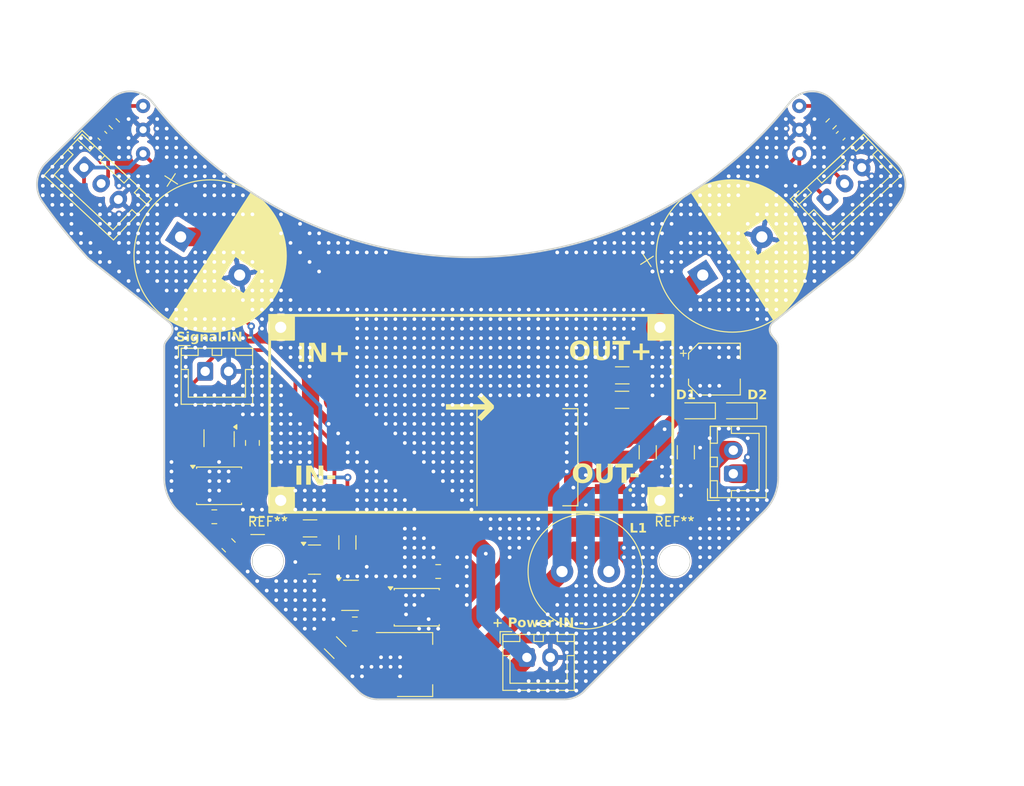
<source format=kicad_pcb>
(kicad_pcb (version 20240108) (generator "pcbnew") (generator_version "8.0")
  (layers (0 "F.Cu" signal) (31 "B.Cu" signal) (34 "B.Paste" user) (35 "F.Paste" user) (36 "B.SilkS" user "B.Silkscreen") (37 "F.SilkS" user "F.Silkscreen") (38 "B.Mask" user) (39 "F.Mask" user) (44 "Edge.Cuts" user))
  (net 0 "")
  (net 1 "Net-(U5-OUT)")
  (net 2 "GND")
  (net 3 "+50V")
  (net 4 "+5V")
  (net 5 "Net-(C8-Pad2)")
  (net 6 "Net-(U4-Vout)")
  (net 7 "Net-(Q2-G)")
  (net 8 "Net-(Q1-G)")
  (net 9 "Net-(D1-A)")
  (net 10 "Net-(D2-K)")
  (net 11 "+9V")
  (net 12 "signal-first")
  (net 13 "signal-second")
  (net 14 "Net-(XL6009E1-FB)")
  (net 15 "Net-(U1-DATAout)")
  (net 17 "Net-(U3-DATAout)")
  (net 19 "Net-(U6-OUT)")
  (net 20 "ballcatch_right")
  (net 21 "ballcatch_left")
  (net 22 "Net-(U7-OUT)")
  (net 23 "Net-(U8-OUT)")
  (net 24 "Net-(U10-OUT)")
  (net 25 "ground")
  (footprint "@ToinSigma:[C]1206-3216" (layer "F.Cu") (at 198.347175 88.120825 -90)
    (property "Reference" "C2")
    (property "Value" "1uF")
  )
  (footprint "@ToinSigma:[device]XL6009E1" (layer "F.Cu") (at 188.187175 88.628825 180)
    (property "Reference" "XL6009E1")
    (property "Value" "~")
  )
  (footprint "@ToinSigma:[C]1206-3216" (layer "F.Cu") (at 202.411175 88.120825 -90)
    (property "Reference" "C3")
    (property "Value" "1uF")
  )
  (footprint "Package_TO_SOT_SMD:SOT-23-5_HandSoldering" (layer "F.Cu") (at 166.597175 103.360825)
    (property "Reference" "U1")
    (property "Value" "~")
  )
  (footprint "Resistor_SMD:R_0603_1608Metric_Pad0.98x0.95mm_HandSolder" (layer "F.Cu") (at 141.451175 53.068825 135)
    (property "Reference" "R7")
    (property "Value" "39k")
  )
  (footprint "Capacitor_THT:CP_Radial_D16.0mm_P7.50mm" (layer "F.Cu") (at 148.522039 65.128921 -32.9)
    (property "Reference" "C5")
    (property "Value" "50V2200uF")
  )
  (footprint "@ToinSigma:[R]1206-3216" (layer "F.Cu") (at 162.279175 96.248825 180)
    (property "Reference" "R5")
    (property "Value" "100k")
  )
  (footprint "Connector_JST:JST_XH_B2B-XH-A_1x02_P2.50mm_Vertical" (layer "F.Cu") (at 185.453642 109.985291)
    (property "Reference" "J1")
    (property "Value" "Conn_01x02_Pin")
  )
  (footprint "@ToinSigma:[module]XL6009" (layer "F.Cu") (at 179.517395 73.500291)
    (property "Reference" "XL1")
    (property "Value" "~")
  )
  (footprint "@ToinSigma:[pad]small" (layer "F.Cu") (at 149.071175 86.596825 -90)
    (property "Reference" "U10")
    (property "Value" "~")
  )
  (footprint "@ToinSigma:[R]1206-3216" (layer "F.Cu") (at 195.553175 82.532825 180)
    (property "Reference" "R1")
    (property "Value" "1k")
  )
  (footprint "@ToinSigma:[R]1206-3216" (layer "F.Cu") (at 195.680175 79.865825)
    (property "Reference" "R2")
    (property "Value" "36k")
  )
  (footprint "Connector_JST:JST_XH_B3B-XH-A_1x03_P2.50mm_Vertical" (layer "F.Cu") (at 138.223307 57.731335 -43)
    (property "Reference" "J4")
    (property "Value" "Conn_01x03_Pin")
  )
  (footprint "Connector_JST:JST_XH_B2B-XH-A_1x02_P2.50mm_Vertical" (layer "F.Cu") (at 151.143642 79.467825)
    (property "Reference" "J2")
    (property "Value" "Conn_01x02_Pin")
  )
  (footprint "@ToinSigma:[pad]small" (layer "F.Cu") (at 180.567175 111.742825 90)
    (property "Reference" "U5")
    (property "Value" "~")
  )
  (footprint "Capacitor_SMD:C_0603_1608Metric_Pad1.08x0.95mm_HandSolder" (layer "F.Cu") (at 218.921175 54.338825 45)
    (property "Reference" "C12")
    (property "Value" "0.33μF")
  )
  (footprint "Inductor_THT:L_Radial_D12.0mm_P5.00mm_Neosid_SD12_style2" (layer "F.Cu") (at 189.203175 100.820825)
    (property "Reference" "L1")
    (property "Value" "33uF4.8A")
  )
  (footprint "Capacitor_THT:CP_Radial_D16.0mm_P7.50mm" (layer "F.Cu") (at 204.215601 69.202729 32.9)
    (property "Reference" "C4")
    (property "Value" "50V2200uF")
  )
  (footprint "Capacitor_SMD:C_0805_2012Metric_Pad1.18x1.45mm_HandSolder" (layer "F.Cu") (at 152.119175 94.978825 180)
    (property "Reference" "C8")
    (property "Value" "0.1uF")
  )
  (footprint "Capacitor_SMD:CP_Elec_5x5.4" (layer "F.Cu") (at 205.459175 79.230825)
    (property "Reference" "C1")
    (property "Value" "47uF")
  )
  (footprint "Diode_SMD:D_SOD-323_HandSoldering" (layer "F.Cu") (at 203.554175 83.675825 180)
    (property "Reference" "D1")
    (property "Value" "60V2A")
  )
  (footprint "Diode_SMD:D_SOD-323_HandSoldering" (layer "F.Cu") (at 207.999175 83.675825 180)
    (property "Reference" "D2")
    (property "Value" "60V2A")
  )
  (footprint "@ToinSigma:[pad]small" (layer "F.Cu") (at 170.153175 98.026825 -90)
    (property "Reference" "U9")
    (property "Value" "~")
  )
  (footprint "Connector_JST:JST_XH_B3B-XH-A_1x03_P2.50mm_Vertical" (layer "F.Cu") (at 217.517209 61.141326 43)
    (property "Reference" "J5")
    (property "Value" "Conn_01x03_Pin")
  )
  (footprint "Package_SO:SO-6_4.4x3.6mm_P1.27mm" (layer "F.Cu") (at 173.709175 104.630825)
    (property "Reference" "U2")
    (property "Value" "TLP2361")
  )
  (footprint "@ToinSigma:[R]1206-3216" (layer "F.Cu") (at 156.691175 95.994825 180)
    (property "Reference" "R4")
    (property "Value" "10k")
  )
  (footprint "Capacitor_SMD:C_0805_2012Metric_Pad1.18x1.45mm_HandSolder" (layer "F.Cu") (at 167.105175 106.408825)
    (property "Reference" "C10")
    (property "Value" "0.1uF")
  )
  (footprint "Capacitor_SMD:C_0805_2012Metric_Pad1.18x1.45mm_HandSolder" (layer "F.Cu") (at 156.183175 87.104825 90)
    (property "Reference" "C7")
    (property "Value" "0.1uF")
  )
  (footprint "MountingHole:MountingHole_3.2mm_M3" (layer "F.Cu") (at 157.834788 99.7)
    (property "Reference" "REF**")
    (property "Value" "MountingHole_3.2mm_M3")
  )
  (footprint "@ToinSigma:[device][sensor]tssp58038" (layer "F.Cu") (at 214.517395 53.703167 -90)
    (property "Reference" "U8")
    (property "Value" "tssp58038")
  )
  (footprint "Capacitor_SMD:C_0603_1608Metric_Pad1.08x0.95mm_HandSolder" (layer "F.Cu") (at 140.181175 54.338825 135)
    (property "Reference" "C11")
    (property "Value" "0.33μF")
  )
  (footprint "Connector_JST:JST_XH_B2B-XH-A_1x02_P2.50mm_Vertical" (layer "F.Cu") (at 207.474175 90.386825 90)
    (property "Reference" "J3")
    (property "Value" "Conn_01x02_Pin")
  )
  (footprint "Capacitor_SMD:C_0805_2012Metric_Pad1.18x1.45mm_HandSolder" (layer "F.Cu") (at 175.995175 100.820825 180)
    (property "Reference" "C6")
    (property "Value" "0.1uF")
  )
  (footprint "Package_TO_SOT_SMD:SOT-23-5_HandSoldering" (layer "F.Cu") (at 152.627175 86.596825 -90)
    (property "Reference" "U3")
    (property "Value" "~")
  )
  (footprint "@ToinSigma:[R]1206-3216" (layer "F.Cu") (at 166.343175 97.772825 -90)
    (property "Reference" "R3")
    (property "Value" "10k")
  )
  (footprint "Package_SO:SO-6_4.4x3.6mm_P1.27mm" (layer "F.Cu") (at 152.627175 91.676825)
    (property "Reference" "U4")
    (property "Value" "TLP2361")
  )
  (footprint "Resistor_SMD:R_0603_1608Metric_Pad0.98x0.95mm_HandSolder" (layer "F.Cu") (at 217.905175 53.068825 45)
    (property "Reference" "R8")
    (property "Value" "39k")
  )
  (footprint "Capacitor_SMD:C_0805_2012Metric_Pad1.18x1.45mm_HandSolder" (layer "F.Cu") (at 153.643175 98.026825 -45)
    (property "Reference" "C9")
    (property "Value" "0.47uF")
  )
  (footprint "@ToinSigma:[TO]TO-252" (layer "F.Cu") (at 173.499175 110.740825)
    (property "Reference" "Q1")
    (property "Value" "NMOS")
  )
  (footprint "@ToinSigma:[device][sensor]tssp58038" (layer "F.Cu") (at 144.517394 53.703167 -90)
    (property "Reference" "U7")
    (property "Value" "tssp58038")
  )
  (footprint "@ToinSigma:[pad]small" (layer "F.Cu") (at 163.803175 74.912825 180)
    (property "Reference" "U6")
    (property "Value" "~")
  )
  (footprint "MountingHole:MountingHole_3.2mm_M3" (layer "F.Cu") (at 201.2 99.7)
    (property "Reference" "REF**")
    (property "Value" "MountingHole_3.2mm_M3")
  )
  (footprint "@ToinSigma:[TO]SOT-23" (layer "F.Cu") (at 162.787175 99.550825)
    (property "Reference" "Q2")
    (property "Value" "NMOS")
  )
  (footprint "@ToinSigma:[R]1206-3216" (layer "F.Cu") (at 165.073175 108.948825 -45)
    (property "Reference" "R6")
    (property "Value" "10k")
  )
  (gr_arc (start 224.86976 57.237307) (mid 225.818008 59.245084) (end 225.239057 61.38871) (stroke (width 0.2)) (layer "Edge.Cuts"))
  (gr_line (start 141.043878 50.472265) (end 134.165032 57.237304) (stroke (width 0.2)) (layer "Edge.Cuts"))
  (gr_line (start 195.851918 109.290723) (end 191.573953 113.568688) (stroke (width 0.2)) (layer "Edge.Cuts"))
  (gr_arc (start 141.043878 50.472265) (mid 143.339512 49.617333) (end 145.507059 50.758587) (stroke (width 0.2)) (layer "Edge.Cuts"))
  (gr_arc (start 212.255189 90.816267) (mid 211.878031 92.721388) (end 210.803498 94.339143) (stroke (width 0.2)) (layer "Edge.Cuts"))
  (gr_arc (start 191.573953 113.568688) (mid 190.606298 114.216707) (end 189.464779 114.447383) (stroke (width 0.2)) (layer "Edge.Cuts"))
  (gr_arc (start 213.52773 50.758587) (mid 179.517395 67.29639) (end 145.507059 50.758587) (stroke (width 0.2)) (layer "Edge.Cuts"))
  (gr_line (start 163.182871 109.290723) (end 148.244073 94.351925) (stroke (width 0.2)) (layer "Edge.Cuts"))
  (gr_line (start 211.566556 75.633247) (end 212.039954 76.232672) (stroke (width 0.2)) (layer "Edge.Cuts"))
  (gr_line (start 138.656629 67.400038) (end 147.303208 74.228694) (stroke (width 0.2)) (layer "Edge.Cuts"))
  (gr_arc (start 138.656629 67.400038) (mid 136.130436 64.471795) (end 133.795732 61.38871) (stroke (width 0.2)) (layer "Edge.Cuts"))
  (gr_arc (start 146.7796 76.852467) (mid 146.834951 76.52443) (end 146.994824 76.232686) (stroke (width 0.2)) (layer "Edge.Cuts"))
  (gr_arc (start 225.239057 61.38871) (mid 222.904349 64.471799) (end 220.37815 67.400045) (stroke (width 0.2)) (layer "Edge.Cuts"))
  (gr_line (start 167.460851 113.568703) (end 163.182871 109.290723) (stroke (width 0.2)) (layer "Edge.Cuts"))
  (gr_line (start 146.7796 76.852467) (end 146.7796 90.816367) (stroke (width 0.2)) (layer "Edge.Cuts"))
  (gr_arc (start 212.039954 76.232672) (mid 212.201133 76.528138) (end 212.255189 76.86034) (stroke (width 0.2)) (layer "Edge.Cuts"))
  (gr_arc (start 213.52773 50.758587) (mid 215.695295 49.617348) (end 217.990906 50.47226) (stroke (width 0.2)) (layer "Edge.Cuts"))
  (gr_circle (center 157.834788 99.7) (end 159.434788 99.7) (stroke (width 0.2)) (fill none) (layer "Edge.Cuts"))
  (gr_arc (start 133.795732 61.38871) (mid 133.216789 59.245083) (end 134.165032 57.237304) (stroke (width 0.2)) (layer "Edge.Cuts"))
  (gr_line (start 212.255189 76.86034) (end 212.255189 90.816267) (stroke (width 0.2)) (layer "Edge.Cuts"))
  (gr_arc (start 148.244073 94.351925) (mid 147.160209 92.729797) (end 146.7796 90.816367) (stroke (width 0.2)) (layer "Edge.Cuts"))
  (gr_line (start 169.582132 114.447383) (end 189.464779 114.447383) (stroke (width 0.2)) (layer "Edge.Cuts"))
  (gr_arc (start 169.582132 114.447383) (mid 168.434106 114.21901) (end 167.460851 113.568703) (stroke (width 0.2)) (layer "Edge.Cuts"))
  (gr_line (start 147.468221 75.633262) (end 146.994824 76.232686) (stroke (width 0.2)) (layer "Edge.Cuts"))
  (gr_arc (start 211.566556 75.633247) (mid 211.357786 74.899842) (end 211.726728 74.232526) (stroke (width 0.2)) (layer "Edge.Cuts"))
  (gr_line (start 217.990906 50.47226) (end 224.86976 57.237307) (stroke (width 0.2)) (layer "Edge.Cuts"))
  (gr_line (start 220.37815 67.400045) (end 211.726728 74.232526) (stroke (width 0.2)) (layer "Edge.Cuts"))
  (gr_arc (start 147.303208 74.228694) (mid 147.676618 74.896812) (end 147.468221 75.633262) (stroke (width 0.2)) (layer "Edge.Cuts"))
  (gr_circle (center 201.2 99.7) (end 202.8 99.7) (stroke (width 0.2)) (fill none) (layer "Edge.Cuts"))
  (gr_line (start 195.851918 109.290723) (end 210.803498 94.339143) (stroke (width 0.2)) (layer "Edge.Cuts"))
  (gr_text "+ Power IN -" (at 186.663175 106.916825 0) (layer "F.SilkS") (effects (font (size 1 1)) (justify bottom)))
  (gr_text "Signal IN -" (at 152.119175 76.436825 0) (layer "F.SilkS") (effects (font (size 1 1)) (justify bottom)))
  (segment (start 203.259175 79.230825) (end 203.259175 79.779825) (width 1.4) (layer "F.Cu") (net 1))
  (segment (start 192.362175 86.653825) (end 191.743175 87.272825) (width 1.4) (layer "F.Cu") (net 1))
  (segment (start 194.086175 86.653825) (end 192.362175 86.653825) (width 1.4) (layer "F.Cu") (net 1))
  (segment (start 203.259175 79.779825) (end 198.347175 84.691825) (width 1.4) (layer "F.Cu") (net 1))
  (segment (start 194.042175 90.603825) (end 194.317175 90.328825) (width 1.4) (layer "F.Cu") (net 1))
  (segment (start 198.347175 84.691825) (end 198.347175 86.500825) (width 1.4) (layer "F.Cu") (net 1))
  (segment (start 196.123159 86.928825) (end 194.317175 86.928825) (width 1.4) (layer "F.Cu") (net 1))
  (segment (start 196.551159 86.500825) (end 196.123159 86.928825) (width 1.4) (layer "F.Cu") (net 1))
  (segment (start 191.743175 87.272825) (end 191.743175 90.533825) (width 1.4) (layer "F.Cu") (net 1))
  (segment (start 194.317175 86.884825) (end 194.086175 86.653825) (width 1.4) (layer "F.Cu") (net 1))
  (segment (start 191.813175 90.603825) (end 194.042175 90.603825) (width 1.4) (layer "F.Cu") (net 1))
  (segment (start 191.743175 90.533825) (end 191.813175 90.603825) (width 1.4) (layer "F.Cu") (net 1))
  (segment (start 180.567175 109.456825) (end 189.203175 100.820825) (width 2) (layer "F.Cu") (net 1))
  (segment (start 198.347175 86.500825) (end 196.551159 86.500825) (width 1.4) (layer "F.Cu") (net 1))
  (segment (start 194.317175 86.928825) (end 194.317175 86.884825) (width 1.4) (layer "F.Cu") (net 1))
  (segment (start 180.567175 110.742825) (end 180.567175 109.456825) (width 2) (layer "F.Cu") (net 1))
  (via (at 190.409675 91.867325) (size 0.8) (drill 0.4) (layers "F.Cu" "B.Cu") (net 1))
  (via (at 191.743175 90.533825) (size 0.8) (drill 0.4) (layers "F.Cu" "B.Cu") (net 1))
  (segment (start 189.203175 93.073825) (end 190.409675 91.867325) (width 2) (layer "B.Cu") (net 1))
  (segment (start 189.203175 100.820825) (end 189.203175 93.073825) (width 2) (layer "B.Cu") (net 1))
  (segment (start 190.409675 91.867325) (end 191.743175 90.533825) (width 2) (layer "B.Cu") (net 1))
  (via (at 179.551175 82.024825) (size 0.8) (drill 0.4) (layers "F.Cu" "B.Cu") (net 2))
  (via (at 191.743175 106.408825) (size 0.8) (drill 0.4) (layers "F.Cu" "B.Cu") (net 2))
  (via (at 206.983175 65.768825) (size 0.8) (drill 0.4) (layers "F.Cu" "B.Cu") (net 2))
  (via (at 190.727175 85.072825) (size 0.8) (drill 0.4) (layers "F.Cu" "B.Cu") (net 2))
  (via (at 170.407175 77.960825) (size 0.8) (drill 0.4) (layers "F.Cu" "B.Cu") (net 2))
  (via (at 209.015175 59.672825) (size 0.8) (drill 0.4) (layers "F.Cu" "B.Cu") (net 2))
  (via (at 178.535175 74.912825) (size 0.8) (drill 0.4) (layers "F.Cu" "B.Cu") (net 2))
  (via (at 146.023175 52.560825) (size 0.8) (drill 0.4) (layers "F.Cu" "B.Cu") (net 2))
  (via (at 191.743175 83.040825) (size 0.8) (drill 0.4) (layers "F.Cu" "B.Cu") (net 2))
  (via (at 148.055175 57.640825) (size 0.8) (drill 0.4) (layers "F.Cu" "B.Cu") (net 2))
  (via (at 156.183175 81.008825) (size 0.8) (drill 0.4) (layers "F.Cu" "B.Cu") (net 2))
  (via (at 198.855175 104.376825) (size 0.8) (drill 0.4) (layers "F.Cu" "B.Cu") (net 2))
  (via (at 189.711175 107.424825) (size 0.8) (drill 0.4) (layers "F.Cu" "B.Cu") (net 2))
  (via (at 171.423175 81.008825) (size 0.8) (drill 0.4) (layers "F.Cu" "B.Cu") (net 2))
  (via (at 196.823175 107.424825) (size 0.8) (drill 0.4) (layers "F.Cu" "B.Cu") (net 2))
  (via (at 138.911175 54.592825) (size 0.8) (drill 0.4) (layers "F.Cu" "B.Cu") (net 2))
  (via (at 224.255175 59.672825) (size 0.8) (drill 0.4) (layers "F.Cu" "B.Cu") (net 2))
  (via (at 151.103175 58.656825) (size 0.8) (drill 0.4) (layers "F.Cu" "B.Cu") (net 2))
  (via (at 176.503175 89.136825) (size 0.8) (drill 0.4) (layers "F.Cu" "B.Cu") (net 2))
  (via (at 170.407175 74.912825) (size 0.8) (drill 0.4) (layers "F.Cu" "B.Cu") (net 2))
  (via (at 169.391175 73.896825) (size 0.8) (drill 0.4) (layers "F.Cu" "B.Cu") (net 2))
  (via (at 175.487175 79.992825) (size 0.8) (drill 0.4) (layers "F.Cu" "B.Cu") (net 2))
  (via (at 207.999175 70.848825) (size 0.8) (drill 0.4) (layers "F.Cu" "B.Cu") (net 2))
  (via (at 191.743175 76.944825) (size 0.8) (drill 0.4) (layers "F.Cu" "B.Cu") (net 2))
  (via (at 159.231175 71.864825) (size 0.8) (drill 0.4) (layers "F.Cu" "B.Cu") (net 2))
  (via (at 210.031175 67.800825) (size 0.8) (drill 0.4) (layers "F.Cu" "B.Cu") (net 2))
  (via (at 170.407175 83.040825) (size 0.8) (drill 0.4) (layers "F.Cu" "B.Cu") (net 2))
  (via (at 176.503175 87.104825) (size 0.8) (drill 0.4) (layers "F.Cu" "B.Cu") (net 2))
  (via (at 142.975175 63.736825) (size 0.8) (drill 0.4) (layers "F.Cu" "B.Cu") (net 2))
  (via (at 183.615175 95.232825) (size 0.8) (drill 0.4) (layers "F.Cu" "B.Cu") (net 2))
  (via (at 141.959175 58.656825) (size 0.8) (drill 0.4) (layers "F.Cu" "B.Cu") (net 2))
  (via (at 176.503175 79.992825) (size 0.8) (drill 0.4) (layers "F.Cu" "B.Cu") (net 2))
  (via (at 185.647175 72.880825) (size 0.8) (drill 0.4) (layers "F.Cu" "B.Cu") (net 2))
  (via (at 179.551175 79.992825) (size 0.8) (drill 0.4) (layers "F.Cu" "B.Cu") (net 2))
  (via (at 207.999175 59.672825) (size 0.8) (drill 0.4) (layers "F.Cu" "B.Cu") (net 2))
  (via (at 139.927175 67.800825) (size 0.8) (drill 0.4) (layers "F.Cu" "B.Cu") (net 2))
  (via (at 213.079175 64.752825) (size 0.8) (drill 0.4) (layers "F.Cu" "B.Cu") (net 2))
  (via (at 172.566175 104.376825) (size 0.8) (drill 0.4) (layers "F.Cu" "B.Cu") (net 2))
  (via (at 214.095175 66.784825) (size 0.8) (drill 0.4) (layers "F.Cu" "B.Cu") (net 2))
  (via (at 183.615175 96.248825) (size 0.8) (drill 0.4) (layers "F.Cu" "B.Cu") (net 2))
  (via (at 170.407175 73.896825) (size 0.8) (drill 0.4) (layers "F.Cu" "B.Cu") (net 2))
  (via (at 213.079175 52.560825) (size 0.8) (drill 0.4) (layers "F.Cu" "B.Cu") (net 2))
  (via (at 200.887175 63.736825) (size 0.8) (drill 0.4) (layers "F.Cu" "B.Cu") (net 2))
  (via (at 214.095175 60.688825) (size 0.8) (drill 0.4) (layers "F.Cu" "B.Cu") (net 2))
  (via (at 175.487175 81.008825) (size 0.8) (drill 0.4) (layers "F.Cu" "B.Cu") (net 2))
  (via (at 189.711175 84.056825) (size 0.8) (drill 0.4) (layers "F.Cu" "B.Cu") (net 2))
  (via (at 177.519175 75.928825) (size 0.8) (drill 0.4) (layers "F.Cu" "B.Cu") (net 2))
  (via (at 151.103175 59.672825) (size 0.8) (drill 0.4) (layers "F.Cu" "B.Cu") (net 2))
  (via (at 205.967175 67.800825) (size 0.8) (drill 0.4) (layers "F.Cu" "B.Cu") (net 2))
  (via (at 190.727175 111.488825) (size 0.8) (drill 0.4) (layers "F.Cu" "B.Cu") (net 2))
  (via (at 158.215175 87.104825) (size 0.8) (drill 0.4) (layers "F.Cu" "B.Cu") (net 2))
  (via (at 170.915175 110.980825) (size 0.8) (drill 0.4) (layers "F.Cu" "B.Cu") (net 2))
  (via (at 173.455175 101.328825) (size 0.8) (drill 0.4) (layers "F.Cu" "B.Cu") (net 2))
  (via (at 223.239175 58.656825) (size 0.8) (drill 0.4) (layers "F.Cu" "B.Cu") (net 2))
  (via (at 182.599175 75.928825) (size 0.8) (drill 0.4) (layers "F.Cu" "B.Cu") (net 2))
  (via (at 134.847175 61.704825) (size 0.8) (drill 0.4) (layers "F.Cu" "B.Cu") (net 2))
  (via (at 187.679175 74.912825) (size 0.8) (drill 0.4) (layers "F.Cu" "B.Cu") (net 2))
  (via (at 153.135175 83.040825) (size 0.8) (drill 0.4) (layers "F.Cu" "B.Cu") (net 2))
  (via (at 169.391175 83.040825) (size 0.8) (drill 0.4) (layers "F.Cu" "B.Cu") (net 2))
  (via (at 217.143175 57.640825) (size 0.8) (drill 0.4) (layers "F.Cu" "B.Cu") (net 2))
  (via (at 172.439175 73.896825) (size 0.8) (drill 0.4) (layers "F.Cu" "B.Cu") (net 2))
  (via (at 205.967175 95.232825) (size 0.8) (drill 0.4) (layers "F.Cu" "B.Cu") (net 2))
  (via (at 164.819175 105.900825) (size 0.8) (drill 0.4) (layers "F.Cu" "B.Cu") (net 2))
  (via (at 214.095175 59.672825) (size 0.8) (drill 0.4) (layers "F.Cu" "B.Cu") (net 2))
  (via (at 189.711175 73.896825) (size 0.8) (drill 0.4) (layers "F.Cu" "B.Cu") (net 2))
  (via (at 161.771175 103.868825) (size 0.8) (drill 0.4) (layers "F.Cu" "B.Cu") (net 2))
  (via (at 168.375175 73.896825) (size 0.8) (drill 0.4) (layers "F.Cu" "B.Cu") (net 2))
  (via (at 198.855175 98.280825) (size 0.8) (drill 0.4) (layers "F.Cu" "B.Cu") (net 2))
  (via (at 218.159175 67.800825) (size 0.8) (drill 0.4) (layers "F.Cu" "B.Cu") (net 2))
  (via (at 223.239175 59.672825) (size 0.8) (drill 0.4) (layers "F.Cu" "B.Cu") (net 2))
  (via (at 183.615175 98.280825) (size 0.8) (drill 0.4) (layers "F.Cu" "B.Cu") (net 2))
  (via (at 191.743175 72.880825) (size 0.8) (drill 0.4) (layers "F.Cu" "B.Cu") (net 2))
  (via (at 170.407175 78.976825) (size 0.8) (drill 0.4) (layers "F.Cu" "B.Cu") (net 2))
  (via (at 160.247175 87.104825) (size 0.8) (drill 0.4) (layers "F.Cu" "B.Cu") (net 2))
  (via (at 209.015175 68.816825) (size 0.8) (drill 0.4) (layers "F.Cu" "B.Cu") (net 2))
  (via (at 177.519175 81.008825) (size 0.8) (drill 0.4) (layers "F.Cu" "B.Cu") (net 2))
  (via (at 190.727175 75.928825) (size 0.8) (drill 0.4) (layers "F.Cu" "B.Cu") (net 2))
  (via (at 217.143175 66.784825) (size 0.8) (drill 0.4) (layers "F.Cu" "B.Cu") (net 2))
  (via (at 191.743175 102.344825) (size 0.8) (drill 0.4) (layers "F.Cu" "B.Cu") (net 2))
  (via (at 136.879175 62.720825) (size 0.8) (drill 0.4) (layers "F.Cu" "B.Cu") (net 2))
  (via (at 198.855175 79.992825) (size 0.8) (drill 0.4) (layers "F.Cu" "B.Cu") (net 2))
  (via (at 187.679175 82.024825) (size 0.8) (drill 0.4) (layers "F.Cu" "B.Cu") (net 2))
  (via (at 192.759175 105.392825) (size 0.8) (drill 0.4) (layers "F.Cu" "B.Cu") (net 2))
  (via (at 180.567175 72.880825) (size 0.8) (drill 0.4) (layers "F.Cu" "B.Cu") (net 2))
  (via (at 142.975175 54.592825) (size 0.8) (drill 0.4) (layers "F.Cu" "B.Cu") (net 2))
  (via (at 163.803175 105.900825) (size 0.8) (drill 0.4) (layers "F.Cu" "B.Cu") (net 2))
  (via (at 221.207175 61.704825) (size 0.8) (drill 0.4) (layers "F.Cu" "B.Cu") (net 2))
  (via (at 161.771175 102.852825) (size 0.8) (drill 0.4) (layers "F.Cu" "B.Cu") (net 2))
  (via (at 155.167175 84.056825) (size 0.8) (drill 0.4) (layers "F.Cu" "B.Cu") (net 2))
  (via (at 190.727175 82.024825) (size 0.8) (drill 0.4) (layers "F.Cu" "B.Cu") (net 2))
  (via (at 194.791175 73.896825) (size 0.8) (drill 0.4) (layers "F.Cu" "B.Cu") (net 2))
  (via (at 215.111175 66.784825) (size 0.8) (drill 0.4) (layers "F.Cu" "B.Cu") (net 2))
  (via (at 174.471175 77.960825) (size 0.8) (drill 0.4) (layers "F.Cu" "B.Cu") (net 2))
  (via (at 190.727175 110.472825) (size 0.8) (drill 0.4) (layers "F.Cu" "B.Cu") (net 2))
  (via (at 195.807175 65.768825) (size 0.8) (drill 0.4) (layers "F.Cu" "B.Cu") (net 2))
  (via (at 193.775175 103.360825) (size 0.8) (drill 0.4) (layers "F.Cu" "B.Cu") (net 2))
  (via (at 176.503175 85.072825) (size 0.8) (drill 0.4) (layers "F.Cu" "B.Cu") (net 2))
  (via (at 162.279175 67.800825) (size 0.8) (drill 0.4) (layers "F.Cu" "B.Cu") (net 2))
  (via (at 190.727175 76.944825) (size 0.8) (drill 0.4) (layers "F.Cu" "B.Cu") (net 2))
  (via (at 186.663175 72.880825) (size 0.8) (drill 0.4) (layers "F.Cu" "B.Cu") (net 2))
  (via (at 188.695175 77.960825) (size 0.8) (drill 0.4) (layers "F.Cu" "B.Cu") (net 2))
  (via (at 174.471175 75.928825) (size 0.8) (drill 0.4) (layers "F.Cu" "B.Cu") (net 2))
  (via (at 157.199175 79.992825) (size 0.8) (drill 0.4) (layers "F.Cu" "B.Cu") (net 2))
  (via (at 147.547175 90.152825) (size 0.8) (drill 0.4) (layers "F.Cu" "B.Cu") (net 2))
  (via (at 206.983175 96.248825) (size 0.8) (drill 0.4) (layers "F.Cu" "B.Cu") (net 2))
  (via (at 190.727175 73.896825) (size 0.8) (drill 0.4) (layers "F.Cu" "B.Cu") (net 2))
  (via (at 197.839175 66.784825) (size 0.8) (drill 0.4) (layers "F.Cu" "B.Cu") (net 2))
  (via (at 212.063175 53.576825) (size 0.8) (drill 0.4) (layers "F.Cu" "B.Cu") (net 2))
  (via (at 149.071175 72.880825) (size 0.8) (drill 0.4) (layers "F.Cu" "B.Cu") (net 2))
  (via (at 174.471175 85.072825) (size 0.8) (drill 0.4) (layers "F.Cu" "B.Cu") (net 2))
  (via (at 222.223175 56.624825) (size 0.8) (drill 0.4) (layers "F.Cu" "B.Cu") (net 2))
  (via (at 157.199175 70.848825) (size 0.8) (drill 0.4) (layers "F.Cu" "B.Cu") (net 2))
  (via (at 213.079175 60.688825) (size 0.8) (drill 0.4) (layers "F.Cu" "B.Cu") (net 2))
  (via (at 216.127175 55.608825) (size 0.8) (drill 0.4) (layers "F.Cu" "B.Cu") (net 2))
  (via (at 151.611175 92.184825) (size 0.8) (drill 0.4) (layers "F.Cu" "B.Cu") (net 2))
  (via (at 149.071175 67.800825) (size 0.8) (drill 0.4) (layers "F.Cu" "B.Cu") (net 2))
  (via (at 210.031175 62.720825) (size 0.8) (drill 0.4) (layers "F.Cu" "B.Cu") (net 2))
  (via (at 193.775175 105.392825) (size 0.8) (drill 0.4) (layers "F.Cu" "B.Cu") (net 2))
  (via (at 179.043175 99.296825) (size 0.8) (drill 0.4) (layers "F.Cu" "B.Cu") (net 2))
  (via (at 155.167175 71.864825) (size 0.8) (drill 0.4) (layers "F.Cu" "B.Cu") (net 2))
  (via (at 184.631175 79.992825) (size 0.8) (drill 0.4) (layers "F.Cu" "B.Cu") (net 2))
  (via (at 168.375175 82.024825) (size 0.8) (drill 0.4) (layers "F.Cu" "B.Cu") (net 2))
  (via (at 150.087175 82.024825) (size 0.8) (drill 0.4) (layers "F.Cu" "B.Cu") (net 2))
  (via (at 175.487175 98.280825) (size 0.8) (drill 0.4) (layers "F.Cu" "B.Cu") (net 2))
  (via (at 200.887175 79.992825) (size 0.8) (drill 0.4) (layers "F.Cu" "B.Cu") (net 2))
  (via (at 153.135175 60.688825) (size 0.8) (drill 0.4) (layers "F.Cu" "B.Cu") (net 2))
  (via (at 205.967175 72.880825) (size 0.8) (drill 0.4) (layers "F.Cu" "B.Cu") (net 2))
  (via (at 159.739175 102.852825) (size 0.8) (drill 0.4) (layers "F.Cu" "B.Cu") (net 2))
  (via (at 196.823175 100.312825) (size 0.8) (drill 0.4) (layers "F.Cu" "B.Cu") (net 2))
  (via (at 219.175175 65.768825) (size 0.8) (drill 0.4) (layers "F.Cu" "B.Cu") (net 2))
  (via (at 178.027175 102.344825) (size 0.8) (drill 0.4) (layers "F.Cu" "B.Cu") (net 2))
  (via (at 191.743175 93.708825) (size 0.8) (drill 0.4) (layers "F.Cu" "B.Cu") (net 2))
  (via (at 194.791175 72.880825) (size 0.8) (drill 0.4) (layers "F.Cu" "B.Cu") (net 2))
  (via (at 183.615175 76.944825) (size 0.8) (drill 0.4) (layers "F.Cu" "B.Cu") (net 2))
  (via (at 173.455175 75.928825) (size 0.8) (drill 0.4) (layers "F.Cu" "B.Cu") (net 2))
  (via (at 166.343175 72.880825) (size 0.8) (drill 0.4) (layers "F.Cu" "B.Cu") (net 2))
  (via (at 198.855175 64.752825) (size 0.8) (drill 0.4) (layers "F.Cu" "B.Cu") (net 2))
  (via (at 148.055175 79.992825) (size 0.8) (drill 0.4) (layers "F.Cu" "B.Cu") (net 2))
  (via (at 159.231175 62.720825) (size 0.8) (drill 0.4) (layers "F.Cu" "B.Cu") (net 2))
  (via (at 188.695175 105.392825) (size 0.8) (drill 0.4) (layers "F.Cu" "B.Cu") (net 2))
  (via (at 221.207175 60.688825) (size 0.8) (drill 0.4) (layers "F.Cu" "B.Cu") (net 2))
  (via (at 216.127175 62.720825) (size 0.8) (drill 0.4) (layers "F.Cu" "B.Cu") (net 2))
  (via (at 160.247175 89.136825) (size 0.8) (drill 0.4) (layers "F.Cu" "B.Cu") (net 2))
  (via (at 179.551175 93.200825) (size 0.8) (drill 0.4) (layers "F.Cu" "B.Cu") (net 2))
  (via (at 163.803175 104.884825) (size 0.8) (drill 0.4) (layers "F.Cu" "B.Cu") (net 2))
  (via (at 193.775175 75.928825) (size 0.8) (drill 0.4) (layers "F.Cu" "B.Cu") (net 2))
  (via (at 175.487175 83.040825) (size 0.8) (drill 0.4) (layers "F.Cu" "B.Cu") (net 2))
  (via (at 173.455175 82.024825) (size 0.8) (drill 0.4) (layers "F.Cu" "B.Cu") (net 2))
  (via (at 171.931175 110.980825) (size 0.8) (drill 0.4) (layers "F.Cu" "B.Cu") (net 2))
  (via (at 216.127175 57.640825) (size 0.8) (drill 0.4) (layers "F.Cu" "B.Cu") (net 2))
  (via (at 176.503175 91.168825) (size 0.8) (drill 0.4) (layers "F.Cu" "B.Cu") (net 2))
  (via (at 176.503175 81.008825) (size 0.8) (drill 0.4) (layers "F.Cu" "B.Cu") (net 2))
  (via (at 212.063175 67.800825) (size 0.8) (drill 0.4) (layers "F.Cu" "B.Cu") (net 2))
  (via (at 172.439175 101.328825) (size 0.8) (drill 0.4) (layers "F.Cu" "B.Cu") (net 2))
  (via (at 152.119175 60.688825) (size 0.8) (drill 0.4) (layers "F.Cu" "B.Cu") (net 2))
  (via (at 198.855175 81.008825) (size 0.8) (drill 0.4) (layers "F.Cu" "B.Cu") (net 2))
  (via (at 135.863175 60.688825) (size 0.8) (drill 0.4) (layers "F.Cu" "B.Cu") (net 2))
  (via (at 194.791175 109.456825) (size 0.8) (drill 0.4) (layers "F.Cu" "B.Cu") (net 2))
  (via (at 198.855175 68.816825) (size 0.8) (drill 0.4) (layers "F.Cu" "B.Cu") (net 2))
  (via (at 187.679175 78.976825) (size 0.8) (drill 0.4) (layers "F.Cu" "B.Cu") (net 2))
  (via (at 147.039175 54.592825) (size 0.8) (drill 0.4) (layers "F.Cu" "B.Cu") (net 2))
  (via (at 191.743175 112.504825) (size 0.8) (drill 0.4) (layers "F.Cu" "B.Cu") (net 2))
  (via (at 199.871175 78.976825) (size 0.8) (drill 0.4) (layers "F.Cu" "B.Cu") (net 2))
  (via (at 205.967175 76.944825) (size 0.8) (drill 0.4) (layers "F.Cu" "B.Cu") (net 2))
  (via (at 140.943175 63.736825) (size 0.8) (drill 0.4) (layers "F.Cu" "B.Cu") (net 2))
  (via (at 187.679175 79.992825) (size 0.8) (drill 0.4) (layers "F.Cu" "B.Cu") (net 2))
  (via (at 187.679175 112.504825) (size 0.8) (drill 0.4) (layers "F.Cu" "B.Cu") (net 2))
  (via (at 181.583175 75.928825) (size 0.8) (drill 0.4) (layers "F.Cu" "B.Cu") (net 2))
  (via (at 169.899175 109.964825) (size 0.8) (drill 0.4) (layers "F.Cu" "B.Cu") (net 2))
  (via (at 179.551175 87.104825) (size 0.8) (drill 0.4) (layers "F.Cu" "B.Cu") (net 2))
  (via (at 171.423175 82.024825) (size 0.8) (drill 0.4) (layers "F.Cu" "B.Cu") (net 2))
  (via (at 203.935175 72.880825) (size 0.8) (drill 0.4) (layers "F.Cu" "B.Cu") (net 2))
  (via (at 197.839175 104.376825) (size 0.8) (drill 0.4) (layers "F.Cu" "B.Cu") (net 2))
  (via (at 182.599175 72.880825) (size 0.8) (drill 0.4) (layers "F.Cu" "B.Cu") (net 2))
  (via (at 157.199175 94.216825) (size 0.8) (drill 0.4) (layers "F.Cu" "B.Cu") (net 2))
  (via (at 203.935175 81.008825) (size 0.8) (drill 0.4) (layers "F.Cu" "B.Cu") (net 2))
  (via (at 187.679175 105.392825) (size 0.8) (drill 0.4) (layers "F.Cu" "B.Cu") (net 2))
  (via (at 204.951175 72.880825) (size 0.8) (drill 0.4) (layers "F.Cu" "B.Cu") (net 2))
  (via (at 148.055175 78.976825) (size 0.8) (drill 0.4) (layers "F.Cu" "B.Cu") (net 2))
  (via (at 139.927175 55.608825) (size 0.8) (drill 0.4) (layers "F.Cu" "B.Cu") (net 2))
  (via (at 152.119175 82.024825) (size 0.8) (drill 0.4) (layers "F.Cu" "B.Cu") (net 2))
  (via (at 204.951175 61.704825) (size 0.8) (drill 0.4) (layers "F.Cu" "B.Cu") (net 2))
  (via (at 211.047175 67.800825) (size 0.8) (drill 0.4) (layers "F.Cu" "B.Cu") (net 2))
  (via (at 191.743175 109.456825) (size 0.8) (drill 0.4) (layers "F.Cu" "B.Cu") (net 2))
  (via (at 173.455175 78.976825) (size 0.8) (drill 0.4) (layers "F.Cu" "B.Cu") (net 2))
  (via (at 215.111175 60.688825) (size 0.8) (drill 0.4) (layers "F.Cu" "B.Cu") (net 2))
  (via (at 200.887175 67.800825) (size 0.8) (drill 0.4) (layers "F.Cu" "B.Cu") (net 2))
  (via (at 194.791175 75.928825) (size 0.8) (drill 0.4) (layers "F.Cu" "B.Cu") (net 2))
  (via (at 177.519175 73.896825) (size 0.8) (drill 0.4) (layers "F.Cu" "B.Cu") (net 2))
  (via (at 187.679175 77.960825) (size 0.8) (drill 0.4) (layers "F.Cu" "B.Cu") (net 2))
  (via (at 134.847175 59.672825) (size 0.8) (drill 0.4) (layers "F.Cu" "B.Cu") (net 2))
  (via (at 183.615175 72.880825) (size 0.8) (drill 0.4) (layers "F.Cu" "B.Cu") (net 2))
  (via (at 196.823175 98.280825) (size 0.8) (drill 0.4) (layers "F.Cu" "B.Cu") (net 2))
  (via (at 203.935175 61.704825) (size 0.8) (drill 0.4) (layers "F.Cu" "B.Cu") (net 2))
  (via (at 158.215175 82.024825) (size 0.8) (drill 0.4) (layers "F.Cu" "B.Cu") (net 2))
  (via (at 162.787175 105.900825) (size 0.8) (drill 0.4) (layers "F.Cu" "B.Cu") (net 2))
  (via (at 152.119175 66.784825) (size 0.8) (drill 0.4) (layers "F.Cu" "B.Cu") (net 2))
  (via (at 185.647175 82.024825) (size 0.8) (drill 0.4) (layers "F.Cu" "B.Cu") (net 2))
  (via (at 160.247175 84.056825) (size 0.8) (drill 0.4) (layers "F.Cu" "B.Cu") (net 2))
  (via (at 202.919175 91.676825) (size 0.8) (drill 0.4) (layers "F.Cu" "B.Cu") (net 2))
  (via (at 136.879175 55.608825) (size 0.8) (drill 0.4) (layers "F.Cu" "B.Cu") (net 2))
  (via (at 204.951175 99.296825) (size 0.8) (drill 0.4) (layers "F.Cu" "B.Cu") (net 2))
  (via (at 196.823175 74.912825) (size 0.8) (drill 0.4) (layers "F.Cu" "B.Cu") (net 2))
  (via (at 209.015175 63.736825) (size 0.8) (drill 0.4) (layers "F.Cu" "B.Cu") (net 2))
  (via (at 186.663175 74.912825) (size 0.8) (drill 0.4) (layers "F.Cu" "B.Cu") (net 2))
  (via (at 177.519175 74.912825) (size 0.8) (drill 0.4) (layers "F.Cu" "B.Cu") (net 2))
  (via (at 152.119175 75.928825) (size 0.8) (drill 0.4) (layers "F.Cu" "B.Cu") (net 2))
  (via (at 175.487175 74.912825) (size 0.8) (drill 0.4) (layers "F.Cu" "B.Cu") (net 2))
  (via (at 172.439175 74.912825) (size 0.8) (drill 0.4) (layers "F.Cu" "B.Cu") (net 2))
  (via (at 210.031175 72.880825) (size 0.8) (drill 0.4) (layers "F.Cu" "B.Cu") (net 2))
  (via (at 204.951175 96.248825) (size 0.8) (drill 0.4) (layers "F.Cu" "B.Cu") (net 2))
  (via (at 187.679175 106.408825) (size 0.8) (drill 0.4) (layers "F.Cu" "B.Cu") (net 2))
  (via (at 210.031175 69.832825) (size 0.8) (drill 0.4) (layers "F.Cu" "B.Cu") (net 2))
  (via (at 196.823175 102.344825) (size 0.8) (drill 0.4) (layers "F.Cu" "B.Cu") (net 2))
  (via (at 199.871175 104.376825) (size 0.8) (drill 0.4) (layers "F.Cu" "B.Cu") (net 2))
  (via (at 173.455175 76.944825) (size 0.8) (drill 0.4) (layers "F.Cu" "B.Cu") (net 2))
  (via (at 209.015175 94.216825) (size 0.8) (drill 0.4) (layers "F.Cu" "B.Cu") (net 2))
  (via (at 219.175175 56.624825) (size 0.8) (drill 0.4) (layers "F.Cu" "B.Cu") (net 2))
  (via (at 148.055175 77.960825) (size 0.8) (drill 0.4) (layers "F.Cu" "B.Cu") (net 2))
  (via (at 149.071175 62.720825) (size 0.8) (drill 0.4) (layers "F.Cu" "B.Cu") (net 2))
  (via (at 190.727175 102.344825) (size 0.8) (drill 0.4) (layers "F.Cu" "B.Cu") (net 2))
  (via (at 209.015175 70.848825) (size 0.8) (drill 0.4) (layers "F.Cu" "B.Cu") (net 2))
  (via (at 152.119175 59.672825) (size 0.8) (drill 0.4) (layers "F.Cu" "B.Cu") (net 2))
  (via (at 161.263175 66.784825) (size 0.8) (drill 0.4) (layers "F.Cu" "B.Cu") (net 2))
  (via (at 158.215175 72.880825) (size 0.8) (drill 0.4) (layers "F.Cu" "B.Cu") (net 2))
  (via (at 167.359175 78.976825) (size 0.8) (drill 0.4) (layers "F.Cu" "B.Cu") (net 2))
  (via (at 177.519175 88.120825) (size 0.8) (drill 0.4) (layers "F.Cu" "B.Cu") (net 2))
  (via (at 209.015175 92.184825) (size 0.8) (drill 0.4) (layers "F.Cu" "B.Cu") (net 2))
  (via (at 174.471175 72.880825) (size 0.8) (drill 0.4) (layers "F.Cu" "B.Cu") (net 2))
  (via (at 172.439175 85.072825) (size 0.8) (drill 0.4) (layers "F.Cu" "B.Cu") (net 2))
  (via (at 185.647175 76.944825) (size 0.8) (drill 0.4) (layers "F.Cu" "B.Cu") (net 2))
  (via (at 189.711175 82.024825) (size 0.8) (drill 0.4) (layers "F.Cu" "B.Cu") (net 2))
  (via (at 178.535175 90.152825) (size 0.8) (drill 0.4) (layers "F.Cu" "B.Cu") (net 2))
  (via (at 182.599175 81.008825) (size 0.8) (drill 0.4) (layers "F.Cu" "B.Cu") (net 2))
  (via (at 188.695175 79.992825) (size 0.8) (drill 0.4) (layers "F.Cu" "B.Cu") (net 2))
  (via (at 192.759175 66.784825) (size 0.8) (drill 0.4) (layers "F.Cu" "B.Cu") (net 2))
  (via (at 182.599175 76.944825) (size 0.8) (drill 0.4) (layers "F.Cu" "B.Cu") (net 2))
  (via (at 151.611175 90.152825) (size 0.8) (drill 0.4) (layers "F.Cu" "B.Cu") (net 2))
  (via (at 156.183175 67.800825) (size 0.8) (drill 0.4) (layers "F.Cu" "B.Cu") (net 2))
  (via (at 197.839175 72.880825) (size 0.8) (drill 0.4) (layers "F.Cu" "B.Cu") (net 2))
  (via (at 204.951175 86.596825) (size 0.8) (drill 0.4) (layers "F.Cu" "B.Cu") (net 2))
  (via (at 158.215175 70.848825) (size 0.8) (drill 0.4) (layers "F.Cu" "B.Cu") (net 2))
  (via (at 159.231175 84.056825) (size 0.8) (drill 0.4) (layers "F.Cu" "B.Cu") (net 2))
  (via (at 173.455175 98.280825) (size 0.8) (drill 0.4) (layers "F.Cu" "B.Cu") (net 2))
  (via (at 184.631175 81.008825) (size 0.8) (drill 0.4) (layers "F.Cu" "B.Cu") (net 2))
  (via (at 150.087175 57.640825) (size 0.8) (drill 0.4) (layers "F.Cu" "B.Cu") (net 2))
  (via (at 149.071175 68.816825) (size 0.8) (drill 0.4) (layers "F.Cu" "B.Cu") (net 2))
  (via (at 199.871175 103.360825) (size 0.8) (drill 0.4) (layers "F.Cu" "B.Cu") (net 2))
  (via (at 209.015175 67.800825) (size 0.8) (drill 0.4) (layers "F.Cu" "B.Cu") (net 2))
  (via (at 145.007175 59.672825) (size 0.8) (drill 0.4) (layers "F.Cu" "B.Cu") (net 2))
  (via (at 179.551175 84.056825) (size 0.8) (drill 0.4) (layers "F.Cu" "B.Cu") (net 2))
  (via (at 177.519175 83.040825) (size 0.8) (drill 0.4) (layers "F.Cu" "B.Cu") (net 2))
  (via (at 169.391175 93.200825) (size 0.8) (drill 0.4) (layers "F.Cu" "B.Cu") (net 2))
  (via (at 151.103175 73.896825) (size 0.8) (drill 0.4) (layers "F.Cu" "B.Cu") (net 2))
  (via (at 191.743175 100.312825) (size 0.8) (drill 0.4) (layers "F.Cu" "B.Cu") (net 2))
  (via (at 209.015175 95.232825) (size 0.8) (drill 0.4) (layers "F.Cu" "B.Cu") (net 2))
  (via (at 149.071175 75.928825) (size 0.8) (drill 0.4) (layers "F.Cu" "B.Cu") (net 2))
  (via (at 150.087175 59.672825) (size 0.8) (drill 0.4) (layers "F.Cu" "B.Cu") (net 2))
  (via (at 169.391175 82.024825) (size 0.8) (drill 0.4) (layers "F.Cu" "B.Cu") (net 2))
  (via (at 171.931175 109.964825) (size 0.8) (drill 0.4) (layers "F.Cu" "B.Cu") (net 2))
  (via (at 173.455175 99.296825) (size 0.8) (drill 0.4) (layers "F.Cu" "B.Cu") (net 2))
  (via (at 225.271175 59.672825) (size 0.8) (drill 0.4) (layers "F.Cu" "B.Cu") (net 2))
  (via (at 175.487175 75.928825) (size 0.8) (drill 0.4) (layers "F.Cu" "B.Cu") (net 2))
  (via (at 223.239175 58.656825) (size 0.8) (drill 0.4) (layers "F.Cu" "B.Cu") (net 2))
  (via (at 150.087175 70.848825) (size 0.8) (drill 0.4) (layers "F.Cu" "B.Cu") (net 2))
  (via (at 155.167175 62.720825) (size 0.8) (drill 0.4) (layers "F.Cu" "B.Cu") (net 2))
  (via (at 170.407175 91.168825) (size 0.8) (drill 0.4) (layers "F.Cu" "B.Cu") (net 2))
  (via (at 222.223175 63.736825) (size 0.8) (drill 0.4) (layers "F.Cu" "B.Cu") (net 2))
  (via (at 191.743175 75.928825) (size 0.8) (drill 0.4) (layers "F.Cu" "B.Cu") (net 2))
  (via (at 173.455175 100.312825) (size 0.8) (drill 0.4) (layers "F.Cu" "B.Cu") (net 2))
  (via (at 164.311175 72.880825) (size 0.8) (drill 0.4) (layers "F.Cu" "B.Cu") (net 2))
  (via (at 170.407175 81.008825) (size 0.8) (drill 0.4) (layers "F.Cu" "B.Cu") (net 2))
  (via (at 147.039175 68.816825) (size 0.8) (drill 0.4) (layers "F.Cu" "B.Cu") (net 2))
  (via (at 193.775175 77.960825) (size 0.8) (drill 0.4) (layers "F.Cu" "B.Cu") (net 2))
  (via (at 190.727175 79.992825) (size 0.8) (drill 0.4) (layers "F.Cu" "B.Cu") (net 2))
  (via (at 159.739175 104.884825) (size 0.8) (drill 0.4) (layers "F.Cu" "B.Cu") (net 2))
  (via (at 189.711175 77.960825) (size 0.8) (drill 0.4) (layers "F.Cu" "B.Cu") (net 2))
  (via (at 216.127175 65.768825) (size 0.8) (drill 0.4) (layers "F.Cu" "B.Cu") (net 2))
  (via (at 182.599175 73.896825) (size 0.8) (drill 0.4) (layers "F.Cu" "B.Cu") (net 2))
  (via (at 222.223175 62.720825) (size 0.8) (drill 0.4) (layers "F.Cu" "B.Cu") (net 2))
  (via (at 199.871175 77.960825) (size 0.8) (drill 0.4) (layers "F.Cu" "B.Cu") (net 2))
  (via (at 174.471175 87.104825) (size 0.8) (drill 0.4) (layers "F.Cu" "B.Cu") (net 2))
  (via (at 145.007175 61.704825) (size 0.8) (drill 0.4) (layers "F.Cu" "B.Cu") (net 2))
  (via (at 186.663175 75.928825) (size 0.8) (drill 0.4) (layers "F.Cu" "B.Cu") (net 2))
  (via (at 199.871175 81.008825) (size 0.8) (drill 0.4) (layers "F.Cu" "B.Cu") (net 2))
  (via (at 189.711175 108.440825) (size 0.8) (drill 0.4) (layers "F.Cu" "B.Cu") (net 2))
  (via (at 189.711175 89.136825) (size 0.8) (drill 0.4) (layers "F.Cu" "B.Cu") (net 2))
  (via (at 209.015175 88.628825) (size 0.8) (drill 0.4) (layers "F.Cu" "B.Cu") (net 2))
  (via (at 199.871175 63.736825) (size 0.8) (drill 0.4) (layers "F.Cu" "B.Cu") (net 2))
  (via (at 159.231175 64.752825) (size 0.8) (drill 0.4) (layers "F.Cu" "B.Cu") (net 2))
  (via (at 178.535175 78.976825) (size 0.8) (drill 0.4) (layers "F.Cu" "B.Cu") (net 2))
  (via (at 172.439175 100.312825) (size 0.8) (drill 0.4) (layers "F.Cu" "B.Cu") (net 2))
  (via (at 218.159175 64.752825) (size 0.8) (drill 0.4) (layers "F.Cu" "B.Cu") (net 2))
  (via (at 147.039175 60.688825) (size 0.8) (drill 0.4) (layers "F.Cu" "B.Cu") (net 2))
  (via (at 204.951175 59.672825) (size 0.8) (drill 0.4) (layers "F.Cu" "B.Cu") (net 2))
  (via (at 160.755175 105.900825) (size 0.8) (drill 0.4) (layers "F.Cu" "B.Cu") (net 2))
  (via (at 193.775175 66.784825) (size 0.8) (drill 0.4) (layers "F.Cu" "B.Cu") (net 2))
  (via (at 146.023175 54.592825) (size 0.8) (drill 0.4) (layers "F.Cu" "B.Cu") (net 2))
  (via (at 191.743175 99.296825) (size 0.8) (drill 0.4) (layers "F.Cu" "B.Cu") (net 2))
  (via (at 141.959175 65.768825) (size 0.8) (drill 0.4) (layers "F.Cu" "B.Cu") (net 2))
  (via (at 206.983175 69.832825) (size 0.8) (drill 0.4) (layers "F.Cu" "B.Cu") (net 2))
  (via (at 212.063175 55.608825) (size 0.8) (drill 0.4) (layers "F.Cu" "B.Cu") (net 2))
  (via (at 185.647175 73.896825) (size 0.8) (drill 0.4) (layers "F.Cu" "B.Cu") (net 2))
  (via (at 178.535175 92.184825) (size 0.8) (drill 0.4) (layers "F.Cu" "B.Cu") (net 2))
  (via (at 201.903175 92.692825) (size 0.8) (drill 0.4) (layers "F.Cu" "B.Cu") (net 2))
  (via (at 176.503175 77.960825) (size 0.8) (drill 0.4) (layers "F.Cu" "B.Cu") (net 2))
  (via (at 175.995175 106.916825) (size 0.8) (drill 0.4) (layers "F.Cu" "B.Cu") (net 2))
  (via (at 141.959175 59.672825) (size 0.8) (drill 0.4) (layers "F.Cu" "B.Cu") (net 2))
  (via (at 142.975175 58.656825) (size 0.8) (drill 0.4) (layers "F.Cu" "B.Cu") (net 2))
  (via (at 182.599175 96.248825) (size 0.8) (drill 0.4) (layers "F.Cu" "B.Cu") (net 2))
  (via (at 195.807175 72.880825) (size 0.8) (drill 0.4) (layers "F.Cu" "B.Cu") (net 2))
  (via (at 196.823175 91.676825) (size 0.8) (drill 0.4) (layers "F.Cu" "B.Cu") (net 2))
  (via (at 207.999175 94.216825) (size 0.8) (drill 0.4) (layers "F.Cu" "B.Cu") (net 2))
  (via (at 173.455175 83.040825) (size 0.8) (drill 0.4) (layers "F.Cu" "B.Cu") (net 2))
  (via (at 163.803175 94.216825) (size 0.8) (drill 0.4) (layers "F.Cu" "B.Cu") (net 2))
  (via (at 192.759175 109.456825) (size 0.8) (drill 0.4) (layers "F.Cu" "B.Cu") (net 2))
  (via (at 176.503175 78.976825) (size 0.8) (drill 0.4) (layers "F.Cu" "B.Cu") (net 2))
  (via (at 161.263175 63.736825) (size 0.8) (drill 0.4) (layers "F.Cu" "B.Cu") (net 2))
  (via (at 150.087175 62.720825) (size 0.8) (drill 0.4) (layers "F.Cu" "B.Cu") (net 2))
  (via (at 188.695175 73.896825) (size 0.8) (drill 0.4) (layers "F.Cu" "B.Cu") (net 2))
  (via (at 196.823175 64.752825) (size 0.8) (drill 0.4) (layers "F.Cu" "B.Cu") (net 2))
  (via (at 150.087175 68.816825) (size 0.8) (drill 0.4) (layers "F.Cu" "B.Cu") (net 2))
  (via (at 177.519175 77.960825) (size 0.8) (drill 0.4) (layers "F.Cu" "B.Cu") (net 2))
  (via (at 151.103175 67.800825) (size 0.8) (drill 0.4) (layers "F.Cu" "B.Cu") (net 2))
  (via (at 215.111175 68.816825) (size 0.8) (drill 0.4) (layers "F.Cu" "B.Cu") (net 2))
  (via (at 205.967175 61.704825) (size 0.8) (drill 0.4) (layers "F.Cu" "B.Cu") (net 2))
  (via (at 175.487175 85.072825) (size 0.8) (drill 0.4) (layers "F.Cu" "B.Cu") (net 2))
  (via (at 211.047175 93.200825) (size 0.8) (drill 0.4) (layers "F.Cu" "B.Cu") (net 2))
  (via (at 151.103175 62.720825) (size 0.8) (drill 0.4) (layers "F.Cu" "B.Cu") (net 2))
  (via (at 172.439175 86.088825) (size 0.8) (drill 0.4) (layers "F.Cu" "B.Cu") (net 2))
  (via (at 148.055175 83.040825) (size 0.8) (drill 0.4) (layers "F.Cu" "B.Cu") (net 2))
  (via (at 202.919175 76.944825) (size 0.8) (drill 0.4) (layers "F.Cu" "B.Cu") (net 2))
  (via (at 192.759175 65.768825) (size 0.8) (drill 0.4) (layers "F.Cu" "B.Cu") (net 2))
  (via (at 171.423175 74.912825) (size 0.8) (drill 0.4) (layers "F.Cu" "B.Cu") (net 2))
  (via (at 176.503175 74.912825) (size 0.8) (drill 0.4) (layers "F.Cu" "B.Cu") (net 2))
  (via (at 158.215175 84.056825) (size 0.8) (drill 0.4) (layers "F.Cu" "B.Cu") (net 2))
  (via (at 136.879175 64.752825) (size 0.8) (drill 0.4) (layers "F.Cu" "B.Cu") (net 2))
  (via (at 145.007175 58.656825) (size 0.8) (drill 0.4) (layers "F.Cu" "B.Cu") (net 2))
  (via (at 176.503175 75.928825) (size 0.8) (drill 0.4) (layers "F.Cu" "B.Cu") (net 2))
  (via (at 171.423175 78.976825) (size 0.8) (drill 0.4) (layers "F.Cu" "B.Cu") (net 2))
  (via (at 209.015175 72.880825) (size 0.8) (drill 0.4) (layers "F.Cu" "B.Cu") (net 2))
  (via (at 168.375175 81.008825) (size 0.8) (drill 0.4) (layers "F.Cu" "B.Cu") (net 2))
  (via (at 159.231175 76.944825) (size 0.8) (drill 0.4) (layers "F.Cu" "B.Cu") (net 2))
  (via (at 200.887175 90.660825) (size 0.8) (drill 0.4) (layers "F.Cu" "B.Cu") (net 2))
  (via (at 173.455175 87.104825) (size 0.8) (drill 0.4) (layers "F.Cu" "B.Cu") (net 2))
  (via (at 146.023175 66.784825) (size 0.8) (drill 0.4) (layers "F.Cu" "B.Cu") (net 2))
  (via (at 206.983175 61.704825) (size 0.8) (drill 0.4) (layers "F.Cu" "B.Cu") (net 2))
  (via (at 156.183175 94.216825) (size 0.8) (drill 0.4) (layers "F.Cu" "B.Cu") (net 2))
  (via (at 149.071175 73.896825) (size 0.8) (drill 0.4) (layers "F.Cu" "B.Cu") (net 2))
  (via (at 197.839175 103.360825) (size 0.8) (drill 0.4) (layers "F.Cu" "B.Cu") (net 2))
  (via (at 222.223175 60.688825) (size 0.8) (drill 0.4) (layers "F.Cu" "B.Cu") (net 2))
  (via (at 204.951175 97.264825) (size 0.8) (drill 0.4) (layers "F.Cu" "B.Cu") (net 2))
  (via (at 211.047175 72.880825) (size 0.8) (drill 0.4) (layers "F.Cu" "B.Cu") (net 2))
  (via (at 211.047175 92.184825) (size 0.8) (drill 0.4) (layers "F.Cu" "B.Cu") (net 2))
  (via (at 145.007175 66.784825) (size 0.8) (drill 0.4) (layers "F.Cu" "B.Cu") (net 2))
  (via (at 189.711175 83.040825) (size 0.8) (drill 0.4) (layers "F.Cu" "B.Cu") (net 2))
  (via (at 185.647175 112.504825) (size 0.8) (drill 0.4) (layers "F.Cu" "B.Cu") (net 2))
  (via (at 176.503175 82.024825) (size 0.8) (drill 0.4) (layers "F.Cu" "B.Cu") (net 2))
  (via (at 201.903175 61.704825) (size 0.8) (drill 0.4) (layers "F.Cu" "B.Cu") (net 2))
  (via (at 150.087175 76.944825) (size 0.8) (drill 0.4) (layers "F.Cu" "B.Cu") (net 2))
  (via (at 185.647175 74.912825) (size 0.8) (drill 0.4) (layers "F.Cu" "B.Cu") (net 2))
  (via (at 148.055175 67.800825) (size 0.8) (drill 0.4) (layers "F.Cu" "B.Cu") (net 2))
  (via (at 211.047175 55.608825) (size 0.8) (drill 0.4) (layers "F.Cu" "B.Cu") (net 2))
  (via (at 175.487175 87.104825) (size 0.8) (drill 0.4) (layers "F.Cu" "B.Cu") (net 2))
  (via (at 206.983175 76.944825) (size 0.8) (drill 0.4) (layers "F.Cu" "B.Cu") (net 2))
  (via (at 135.863175 56.624825) (size 0.8) (drill 0.4) (layers "F.Cu" "B.Cu") (net 2))
  (via (at 224.255175 58.656825) (size 0.8) (drill 0.4) (layers "F.Cu" "B.Cu") (net 2))
  (via (at 175.487175 76.944825) (size 0.8) (drill 0.4) (layers "F.Cu" "B.Cu") (net 2))
  (via (at 204.951175 71.864825) (size 0.8) (drill 0.4) (layers "F.Cu" "B.Cu") (net 2))
  (via (at 143.991175 60.688825) (size 0.8) (drill 0.4) (layers "F.Cu" "B.Cu") (net 2))
  (via (at 159.231175 86.088825) (size 0.8) (drill 0.4) (layers "F.Cu" "B.Cu") (net 2))
  (via (at 212.063175 69.832825) (size 0.8) (drill 0.4) (layers "F.Cu" "B.Cu") (net 2))
  (via (at 213.079175 66.784825) (size 0.8) (drill 0.4) (layers "F.Cu" "B.Cu") (net 2))
  (via (at 197.839175 100.312825) (size 0.8) (drill 0.4) (layers "F.Cu" "B.Cu") (net 2))
  (via (at 162.787175 93.200825) (size 0.8) (drill 0.4) (layers "F.Cu" "B.Cu") (net 2))
  (via (at 150.087175 75.928825) (size 0.8) (drill 0.4) (layers "F.Cu" "B.Cu") (net 2))
  (via (at 146.023175 64.752825) (size 0.8) (drill 0.4) (layers "F.Cu" "B.Cu") (net 2))
  (via (at 148.055175 72.880825) (size 0.8) (drill 0.4) (layers "F.Cu" "B.Cu") (net 2))
  (via (at 181.583175 77.960825) (size 0.8) (drill 0.4) (layers "F.Cu" "B.Cu") (net 2))
  (via (at 179.551175 90.152825) (size 0.8) (drill 0.4) (layers "F.Cu" "B.Cu") (net 2))
  (via (at 219.175175 66.784825) (size 0.8) (drill 0.4) (layers "F.Cu" "B.Cu") (net 2))
  (via (at 211.047175 54.592825) (size 0.8) (drill 0.4) (layers "F.Cu" "B.Cu") (net 2))
  (via (at 212.063175 62.720825) (size 0.8) (drill 0.4) (layers "F.Cu" "B.Cu") (net 2))
  (via (at 211.047175 70.848825) (size 0.8) (drill 0.4) (layers "F.Cu" "B.Cu") (net 2))
  (via (at 161.263175 86.088825) (size 0.8) (drill 0.4) (layers "F.Cu" "B.Cu") (net 2))
  (via (at 158.215175 86.088825) (size 0.8) (drill 0.4) (layers "F.Cu" "B.Cu") (net 2))
  (via (at 159.231175 88.120825) (size 0.8) (drill 0.4) (layers "F.Cu" "B.Cu") (net 2))
  (via (at 171.423175 84.056825) (size 0.8) (drill 0.4) (layers "F.Cu" "B.Cu") (net 2))
  (via (at 186.663175 79.992825) (size 0.8) (drill 0.4) (layers "F.Cu" "B.Cu") (net 2))
  (via (at 168.375175 91.168825) (size 0.8) (drill 0.4) (layers "F.Cu" "B.Cu") (net 2))
  (via (at 201.903175 102.344825) (size 0.8) (drill 0.4) (layers "F.Cu" "B.Cu") (net 2))
  (via (at 165.327175 65.768825) (size 0.8) (drill 0.4) (layers "F.Cu" "B.Cu") (net 2))
  (via (at 169.391175 81.008825) (size 0.8) (drill 0.4) (layers "F.Cu" "B.Cu") (net 2))
  (via (at 171.423175 85.072825) (size 0.8) (drill 0.4) (layers "F.Cu" "B.Cu") (net 2))
  (via (at 207.999175 58.656825) (size 0.8) (drill 0.4) (layers "F.Cu" "B.Cu") (net 2))
  (via (at 176.503175 90.152825) (size 0.8) (drill 0.4) (layers "F.Cu" "B.Cu") (net 2))
  (via (at 171.423175 83.040825) (size 0.8) (drill 0.4) (layers "F.Cu" "B.Cu") (net 2))
  (via (at 170.407175 92.184825) (size 0.8) (drill 0.4) (layers "F.Cu" "B.Cu") (net 2))
  (via (at 151.103175 69.832825) (size 0.8) (drill 0.4) (layers "F.Cu" "B.Cu") (net 2))
  (via (at 189.711175 81.008825) (size 0.8) (drill 0.4) (layers "F.Cu" "B.Cu") (net 2))
  (via (at 214.095175 62.720825) (size 0.8) (drill 0.4) (layers "F.Cu" "B.Cu") (net 2))
  (via (at 204.951175 60.688825) (size 0.8) (drill 0.4) (layers "F.Cu" "B.Cu") (net 2))
  (via (at 191.743175 77.960825) (size 0.8) (drill 0.4) (layers "F.Cu" "B.Cu") (net 2))
  (via (at 170.407175 101.328825) (size 0.8) (drill 0.4) (layers "F.Cu" "B.Cu") (net 2))
  (via (at 217.143175 63.736825) (size 0.8) (drill 0.4) (layers "F.Cu" "B.Cu") (net 2))
  (via (at 135.863175 62.720825) (size 0.8) (drill 0.4) (layers "F.Cu" "B.Cu") (net 2))
  (via (at 150.087175 74.912825) (size 0.8) (drill 0.4) (layers "F.Cu" "B.Cu") (net 2))
  (via (at 171.423175 72.880825) (size 0.8) (drill 0.4) (layers "F.Cu" "B.Cu") (net 2))
  (via (at 193.775175 110.472825) (size 0.8) (drill 0.4) (layers "F.Cu" "B.Cu") (net 2))
  (via (at 176.503175 88.120825) (size 0.8) (drill 0.4) (layers "F.Cu" "B.Cu") (net 2))
  (via (at 154.151175 75.928825) (size 0.8) (drill 0.4) (layers "F.Cu" "B.Cu") (net 2))
  (via (at 220.191175 64.752825) (size 0.8) (drill 0.4) (layers "F.Cu" "B.Cu") (net 2))
  (via (at 176.503175 76.944825) (size 0.8) (drill 0.4) (layers "F.Cu" "B.Cu") (net 2))
  (via (at 184.631175 75.928825) (size 0.8) (drill 0.4) (layers "F.Cu" "B.Cu") (net 2))
  (via (at 167.359175 82.024825) (size 0.8) (drill 0.4) (layers "F.Cu" "B.Cu") (net 2))
  (via (at 210.031175 57.640825) (size 0.8) (drill 0.4) (layers "F.Cu" "B.Cu") (net 2))
  (via (at 203.935175 87.612825) (size 0.8) (drill 0.4) (layers "F.Cu" "B.Cu") (net 2))
  (via (at 207.999175 57.640825) (size 0.8) (drill 0.4) (layers "F.Cu" "B.Cu") (net 2))
  (via (at 172.566175 105.392825) (size 0.8) (drill 0.4) (layers "F.Cu" "B.Cu") (net 2))
  (via (at 146.023175 68.816825) (size 0.8) (drill 0.4) (layers "F.Cu" "B.Cu") (net 2))
  (via (at 207.999175 76.944825) (size 0.8) (drill 0.4) (layers "F.Cu" "B.Cu") (net 2))
  (via (at 142.975175 56.624825) (size 0.8) (drill 0.4) (layers "F.Cu" "B.Cu") (net 2))
  (via (at 152.119175 69.832825) (size 0.8) (drill 0.4) (layers "F.Cu" "B.Cu") (net 2))
  (via (at 215.111175 69.832825) (size 0.8) (drill 0.4) (layers "F.Cu" "B.Cu") (net 2))
  (via (at 192.759175 72.880825) (size 0.8) (drill 0.4) (layers "F.Cu" "B.Cu") (net 2))
  (via (at 139.927175 62.720825) (size 0.8) (drill 0.4) (layers "F.Cu" "B.Cu") (net 2))
  (via (at 174.471175 88.120825) (size 0.8) (drill 0.4) (layers "F.Cu" "B.Cu") (net 2))
  (via (at 183.615175 82.024825) (size 0.8) (drill 0.4) (layers "F.Cu" "B.Cu") (net 2))
  (via (at 221.207175 64.752825) (size 0.8) (drill 0.4) (layers "F.Cu" "B.Cu") (net 2))
  (via (at 192.759175 76.944825) (size 0.8) (drill 0.4) (layers "F.Cu" "B.Cu") (net 2))
  (via (at 196.823175 93.708825) (size 0.8) (drill 0.4) (layers "F.Cu" "B.Cu") (net 2))
  (via (at 155.167175 60.688825) (size 0.8) (drill 0.4) (layers "F.Cu" "B.Cu") (net 2))
  (via (at 159.231175 89.136825) (size 0.8) (drill 0.4) (layers "F.Cu" "B.Cu") (net 2))
  (via (at 157.199175 71.864825) (size 0.8) (drill 0.4) (layers "F.Cu" "B.Cu") (net 2))
  (via (at 181.583175 74.912825) (size 0.8) (drill 0.4) (layers "F.Cu" "B.Cu") (net 2))
  (via (at 172.439175 75.928825) (size 0.8) (drill 0.4) (layers "F.Cu" "B.Cu") (net 2))
  (via (at 168.375175 94.216825) (size 0.8) (drill 0.4) (layers "F.Cu" "B.Cu") (net 2))
  (via (at 142.975175 64.752825) (size 0.8) (drill 0.4) (layers "F.Cu" "B.Cu") (net 2))
  (via (at 168.375175 92.184825) (size 0.8) (drill 0.4) (layers "F.Cu" "B.Cu") (net 2))
  (via (at 209.015175 57.640825) (size 0.8) (drill 0.4) (layers "F.Cu" "B.Cu") (net 2))
  (via (at 149.071175 70.848825) (size 0.8) (drill 0.4) (layers "F.Cu" "B.Cu") (net 2))
  (via (at 160.247175 85.072825) (size 0.8) (drill 0.4) (layers "F.Cu" "B.Cu") (net 2))
  (via (at 184.631175 98.280825) (size 0.8) (drill 0.4) (layers "F.Cu" "B.Cu") (net 2))
  (via (at 177.519175 89.136825) (size 0.8) (drill 0.4) (layers "F.Cu" "B.Cu") (net 2))
  (via (at 199.871175 64.752825) (size 0.8) (drill 0.4) (layers "F.Cu" "B.Cu") (net 2))
  (via (at 189.711175 106.408825) (size 0.8) (drill 0.4) (layers "F.Cu" "B.Cu") (net 2))
  (via (at 193.775175 65.768825) (size 0.8) (drill 0.4) (layers "F.Cu" "B.Cu") (net 2))
  (via (at 157.199175 82.024825) (size 0.8) (drill 0.4) (layers "F.Cu" "B.Cu") (net 2))
  (via (at 191.743175 110.472825) (size 0.8) (drill 0.4) (layers "F.Cu" "B.Cu") (net 2))
  (via (at 169.391175 79.992825) (size 0.8) (drill 0.4) (layers "F.Cu" "B.Cu") (net 2))
  (via (at 160.755175 92.184825) (size 0.8) (drill 0.4) (layers "F.Cu" "B.Cu") (net 2))
  (via (at 143.991175 66.784825) (size 0.8) (drill 0.4) (layers "F.Cu" "B.Cu") (net 2))
  (via (at 147.039175 67.800825) (size 0.8) (drill 0.4) (layers "F.Cu" "B.Cu") (net 2))
  (via (at 184.631175 95.232825) (size 0.8) (drill 0.4) (layers "F.Cu" "B.Cu") (net 2))
  (via (at 172.439175 99.296825) (size 0.8) (drill 0.4) (layers "F.Cu" "B.Cu") (net 2))
  (via (at 179.043175 101.328825) (size 0.8) (drill 0.4) (layers "F.Cu" "B.Cu") (net 2))
  (via (at 195.807175 105.392825) (size 0.8) (drill 0.4) (layers "F.Cu" "B.Cu") (net 2))
  (via (at 141.959175 55.608825) (size 0.8) (drill 0.4) (layers "F.Cu" "B.Cu") (net 2))
  (via (at 192.759175 108.440825) (size 0.8) (drill 0.4) (layers "F.Cu" "B.Cu") (net 2))
  (via (at 203.935175 76.944825) (size 0.8) (drill 0.4) (layers "F.Cu" "B.Cu") (net 2))
  (via (at 185.647175 77.960825) (size 0.8) (drill 0.4) (layers "F.Cu" "B.Cu") (net 2))
  (via (at 141.959175 68.816825) (size 0.8) (drill 0.4) (layers "F.Cu" "B.Cu") (net 2))
  (via (at 167.359175 81.008825) (size 0.8) (drill 0.4) (layers "F.Cu" "B.Cu") (net 2))
  (via (at 151.103175 82.024825) (size 0.8) (drill 0.4) (layers "F.Cu" "B.Cu") (net 2))
  (via (at 178.535175 88.120825) (size 0.8) (drill 0.4) (layers "F.Cu" "B.Cu") (net 2))
  (via (at 186.663175 82.024825) (size 0.8) (drill 0.4) (layers "F.Cu" "B.Cu") (net 2))
  (via (at 216.127175 67.800825) (size 0.8) (drill 0.4) (layers "F.Cu" "B.Cu") (net 2))
  (via (at 212.063175 71.864825) (size 0.8) (drill 0.4) (layers "F.Cu" "B.Cu") (net 2))
  (via (at 200.887175 88.628825) (size 0.8) (drill 0.4) (layers "F.Cu" "B.Cu") (net 2))
  (via (at 181.583175 76.944825) (size 0.8) (drill 0.4) (layers "F.Cu" "B.Cu") (net 2))
  (via (at 173.455175 77.960825) (size 0.8) (drill 0.4) (layers "F.Cu" "B.Cu") (net 2))
  (via (at 175.487175 82.024825) (size 0.8) (drill 0.4) (layers "F.Cu" "B.Cu") (net 2))
  (via (at 203.935175 60.688825) (size 0.8) (drill 0.4) (layers "F.Cu" "B.Cu") (net 2))
  (via (at 211.047175 57.640825) (size 0.8) (drill 0.4) (layers "F.Cu" "B.Cu") (net 2))
  (via (at 168.375175 90.152825) (size 0.8) (drill 0.4) (layers "F.Cu" "B.Cu") (net 2))
  (via (at 178.535175 72.880825) (size 0.8) (drill 0.4) (layers "F.Cu" "B.Cu") (net 2))
  (via (at 162.279175 76.944825) (size 0.8) (drill 0.4) (layers "F.Cu" "B.Cu") (net 2))
  (via (at 161.771175 101.836825) (size 0.8) (drill 0.4) (layers "F.Cu" "B.Cu") (net 2))
  (via (at 206.983175 67.800825) (size 0.8) (drill 0.4) (layers "F.Cu" "B.Cu") (net 2))
  (via (at 213.079175 69.832825) (size 0.8) (drill 0.4) (layers "F.Cu" "B.Cu") (net 2))
  (via (at 199.871175 68.816825) (size 0.8) (drill 0.4) (layers "F.Cu" "B.Cu") (net 2))
  (via (at 194.791175 66.784825) (size 0.8) (drill 0.4) (layers "F.Cu" "B.Cu") (net 2))
  (via (at 189.711175 105.392825) (size 0.8) (drill 0.4) (layers "F.Cu" "B.Cu") (net 2))
  (via (at 157.199175 81.008825) (size 0.8) (drill 0.4) (layers "F.Cu" "B.Cu") (net 2))
  (via (at 142.975175 59.672825) (size 0.8) (drill 0.4) (layers "F.Cu" "B.Cu") (net 2))
  (via (at 163.295175 64.752825) (size 0.8) (drill 0.4) (layers "F.Cu" "B.Cu") (net 2))
  (via (at 168.375175 89.136825) (size 0.8) (drill 0.4) (layers "F.Cu" "B.Cu") (net 2))
  (via (at 218.159175 63.736825) (size 0.8) (drill 0.4) (layers "F.Cu" "B.Cu") (net 2))
  (via (at 163.295175 68.816825) (size 0.8) (drill 0.4) (layers "F.Cu" "B.Cu") (net 2))
  (via (at 156.183175 84.056825) (size 0.8) (drill 0.4) (layers "F.Cu" "B.Cu") (net 2))
  (via (at 196.823175 101.328825) (size 0.8) (drill 0.4) (layers "F.Cu" "B.Cu") (net 2))
  (via (at 217.143175 64.752825) (size 0.8) (drill 0.4) (layers "F.Cu" "B.Cu") (net 2))
  (via (at 151.611175 91.168825) (size 0.8) (drill 0.4) (layers "F.Cu" "B.Cu") (net 2))
  (via (at 176.503175 73.896825) (size 0.8) (drill 0.4) (layers "F.Cu" "B.Cu") (net 2))
  (via (at 168.375175 76.944825) (size 0.8) (drill 0.4) (layers "F.Cu" "B.Cu") (net 2))
  (via (at 188.695175 72.880825) (size 0.8) (drill 0.4) (layers "F.Cu" "B.Cu") (net 2))
  (via (at 197.839175 91.676825) (size 0.8) (drill 0.4) (layers "F.Cu" "B.Cu") (net 2))
  (via (at 188.695175 78.976825) (size 0.8) (drill 0.4) (layers "F.Cu" "B.Cu") (net 2))
  (via (at 212.063175 66.784825) (size 0.8) (drill 0.4) (layers "F.Cu" "B.Cu") (net 2))
  (via (at 189.711175 85.072825) (size 0.8) (drill 0.4) (layers "F.Cu" "B.Cu") (net 2))
  (via (at 209.015175 66.784825) (size 0.8) (drill 0.4) (layers "F.Cu" "B.Cu") (net 2))
  (via (at 168.375175 72.880825) (size 0.8) (drill 0.4) (layers "F.Cu" "B.Cu") (net 2))
  (via (at 143.991175 67.800825) (size 0.8) (drill 0.4) (layers "F.Cu" "B.Cu") (net 2))
  (via (at 213.079175 55.608825) (size 0.8) (drill 0.4) (layers "F.Cu" "B.Cu") (net 2))
  (via (at 150.087175 67.800825) (size 0.8) (drill 0.4) (layers "F.Cu" "B.Cu") (net 2))
  (via (at 213.079175 71.864825) (size 0.8) (drill 0.4) (layers "F.Cu" "B.Cu") (net 2))
  (via (at 176.503175 84.056825) (size 0.8) (drill 0.4) (layers "F.Cu" "B.Cu") (net 2))
  (via (at 210.031175 92.184825) (size 0.8) (drill 0.4) (layers "F.Cu" "B.Cu") (net 2))
  (via (at 188.695175 106.408825) (size 0.8) (drill 0.4) (layers "F.Cu" "B.Cu") (net 2))
  (via (at 209.015175 71.864825) (size 0.8) (drill 0.4) (layers "F.Cu" "B.Cu") (net 2))
  (via (at 153.135175 75.928825) (size 0.8) (drill 0.4) (layers "F.Cu" "B.Cu") (net 2))
  (via (at 216.127175 52.560825) (size 0.8) (drill 0.4) (layers "F.Cu" "B.Cu") (net 2))
  (via (at 214.095175 68.816825) (size 0.8) (drill 0.4) (layers "F.Cu" "B.Cu") (net 2))
  (via (at 181.583175 95.232825) (size 0.8) (drill 0.4) (layers "F.Cu" "B.Cu") (net 2))
  (via (at 216.127175 69.832825) (size 0.8) (drill 0.4) (layers "F.Cu" "B.Cu") (net 2))
  (via (at 152.119175 74.912825) (size 0.8) (drill 0.4) (layers "F.Cu" "B.Cu") (net 2))
  (via (at 215.111175 61.704825) (size 0.8) (drill 0.4) (layers "F.Cu" "B.Cu") (net 2))
  (via (at 153.643175 90.152825) (size 0.8) (drill 0.4) (layers "F.Cu" "B.Cu") (net 2))
  (via (at 216.127175 66.784825) (size 0.8) (drill 0.4) (layers "F.Cu" "B.Cu") (net 2))
  (via (at 195.807175 66.784825) (size 0.8) (drill 0.4) (layers "F.Cu" "B.Cu") (net 2))
  (via (at 193.775175 108.440825) (size 0.8) (drill 0.4) (layers "F.Cu" "B.Cu") (net 2))
  (via (at 158.215175 71.864825) (size 0.8) (drill 0.4) (layers "F.Cu" "B.Cu") (net 2))
  (via (at 157.199175 78.976825) (size 0.8) (drill 0.4) (layers "F.Cu" "B.Cu") (net 2))
  (via (at 214.095175 63.736825) (size 0.8) (drill 0.4) (layers "F.Cu" "B.Cu") (net 2))
  (via (at 207.999175 96.248825) (size 0.8) (drill 0.4) (layers "F.Cu" "B.Cu") (net 2))
  (via (at 189.711175 86.088825) (size 0.8) (drill 0.4) (layers "F.Cu" "B.Cu") (net 2))
  (via (at 145.007175 60.688825) (size 0.8) (drill 0.4) (layers "F.Cu" "B.Cu") (net 2))
  (via (at 170.407175 66.784825) (size 0.8) (drill 0.4) (layers "F.Cu" "B.Cu") (net 2))
  (via (at 193.775175 109.456825) (size 0.8) (drill 0.4) (layers "F.Cu" "B.Cu") (net 2))
  (via (at 219.175175 64.752825) (size 0.8) (drill 0.4) (layers "F.Cu" "B.Cu") (net 2))
  (via (at 161.771175 93.200825) (size 0.8) (drill 0.4) (layers "F.Cu" "B.Cu") (net 2))
  (via (at 179.551175 81.008825) (size 0.8) (drill 0.4) (layers "F.Cu" "B.Cu") (net 2))
  (via (at 220.191175 56.624825) (size 0.8) (drill 0.4) (layers "F.Cu" "B.Cu") (net 2))
  (via (at 195.807175 102.344825) (size 0.8) (drill 0.4) (layers "F.Cu" "B.Cu") (net 2))
  (via (at 205.967175 94.216825) (size 0.8) (drill 0.4) (layers "F.Cu" "B.Cu") (net 2))
  (via (at 216.127175 63.736825) (size 0.8) (drill 0.4) (layers "F.Cu" "B.Cu") (net 2))
  (via (at 203.935175 71.864825) (size 0.8) (drill 0.4) (layers "F.Cu" "B.Cu") (net 2))
  (via (at 204.951175 76.944825) (size 0.8) (drill 0.4) (layers "F.Cu" "B.Cu") (net 2))
  (via (at 172.566175 103.360825) (size 0.8) (drill 0.4) (layers "F.Cu" "B.Cu") (net 2))
  (via (at 166.343175 101.328825) (size 0.8) (drill 0.4) (layers "F.Cu" "B.Cu") (net 2))
  (via (at 211.047175 73.896825) (size 0.8) (drill 0.4) (layers "F.Cu" "B.Cu") (net 2))
  (via (at 179.551175 85.072825) (size 0.8) (drill 0.4) (layers "F.Cu" "B.Cu") (net 2))
  (via (at 157.199175 69.832825) (size 0.8) (drill 0.4) (layers "F.Cu" "B.Cu") (net 2))
  (via (at 220.191175 63.736825) (size 0.8) (drill 0.4) (layers "F.Cu" "B.Cu") (net 2))
  (via (at 217.143175 67.800825) (size 0.8) (drill 0.4) (layers "F.Cu" "B.Cu") (net 2))
  (via (at 203.935175 65.768825) (size 0.8) (drill 0.4) (layers "F.Cu" "B.Cu") (net 2))
  (via (at 166.343175 87.104825) (size 0.8) (drill 0.4) (layers "F.Cu" "B.Cu") (net 2))
  (via (at 148.055175 73.896825) (size 0.8) (drill 0.4) (layers "F.Cu" "B.Cu") (net 2))
  (via (at 217.143175 56.624825) (size 0.8) (drill 0.4) (layers "F.Cu" "B.Cu") (net 2))
  (via (at 167.359175 72.880825) (size 0.8) (drill 0.4) (layers "F.Cu" "B.Cu") (net 2))
  (via (at 166.851175 111.996825) (size 0.8) (drill 0.4) (layers "F.Cu" "B.Cu") (net 2))
  (via (at 143.991175 62.720825) (size 0.8) (drill 0.4) (layers "F.Cu" "B.Cu") (net 2))
  (via (at 160.247175 76.944825) (size 0.8) (drill 0.4) (layers "F.Cu" "B.Cu") (net 2))
  (via (at 173.455175 81.008825) (size 0.8) (drill 0.4) (layers "F.Cu" "B.Cu") (net 2))
  (via (at 188.695175 74.912825) (size 0.8) (drill 0.4) (layers "F.Cu" "B.Cu") (net 2))
  (via (at 184.631175 113.520825) (size 0.8) (drill 0.4) (layers "F.Cu" "B.Cu") (net 2))
  (via (at 186.663175 96.248825) (size 0.8) (drill 0.4) (layers "F.Cu" "B.Cu") (net 2))
  (via (at 192.759175 103.360825) (size 0.8) (drill 0.4) (layers "F.Cu" "B.Cu") (net 2))
  (via (at 138.911175 65.768825) (size 0.8) (drill 0.4) (layers "F.Cu" "B.Cu") (net 2))
  (via (at 214.095175 67.800825) (size 0.8) (drill 0.4) (layers "F.Cu" "B.Cu") (net 2))
  (via (at 167.359175 93.200825) (size 0.8) (drill 0.4) (layers "F.Cu" "B.Cu") (net 2))
  (via (at 162.787175 104.884825) (size 0.8) (drill 0.4) (layers "F.Cu" "B.Cu") (net 2))
  (via (at 162.279175 86.088825) (size 0.8) (drill 0.4) (layers "F.Cu" "B.Cu") (net 2))
  (via (at 148.055175 69.832825) (size 0.8) (drill 0.4) (layers "F.Cu" "B.Cu") (net 2))
  (via (at 179.551175 72.880825) (size 0.8) (drill 0.4) (layers "F.Cu" "B.Cu") (net 2))
  (via (at 200.887175 77.960825) (size 0.8) (drill 0.4) (layers "F.Cu" "B.Cu") (net 2))
  (via (at 154.151175 60.688825) (size 0.8) (drill 0.4) (layers "F.Cu" "B.Cu") (net 2))
  (via (at 178.535175 87.104825) (size 0.8) (drill 0.4) (layers "F.Cu" "B.Cu") (net 2))
  (via (at 174.979175 105.900825) (size 0.8) (drill 0.4) (layers "F.Cu" "B.Cu") (net 2))
  (via (at 152.119175 73.896825) (size 0.8) (drill 0.4) (layers "F.Cu" "B.Cu") (net 2))
  (via (at 151.103175 57.640825) (size 0.8) (drill 0.4) (layers "F.Cu" "B.Cu") (net 2))
  (via (at 178.535175 81.008825) (size 0.8) (drill 0.4) (layers "F.Cu" "B.Cu") (net 2))
  (via (at 160.247175 88.120825) (size 0.8) (drill 0.4) (layers "F.Cu" "B.Cu") (net 2))
  (via (at 170.407175 76.944825) (size 0.8) (drill 0.4) (layers "F.Cu" "B.Cu") (net 2))
  (via (at 194.791175 103.360825) (size 0.8) (drill 0.4) (layers "F.Cu" "B.Cu") (net 2))
  (via (at 168.375175 100.312825) (size 0.8) (drill 0.4) (layers "F.Cu" "B.Cu") (net 2))
  (via (at 219.175175 57.640825) (size 0.8) (drill 0.4) (layers "F.Cu" "B.Cu") (net 2))
  (via (at 153.135175 73.896825) (size 0.8) (drill 0.4) (layers "F.Cu" "B.Cu") (net 2))
  (via (at 199.871175 102.344825) (size 0.8) (drill 0.4) (layers "F.Cu" "B.Cu") (net 2))
  (via (at 200.887175 78.976825) (size 0.8) (drill 0.4) (layers "F.Cu" "B.Cu") (net 2))
  (via (at 212.063175 63.736825) (size 0.8) (drill 0.4) (layers "F.Cu" "B.Cu") (net 2))
  (via (at 191.743175 101.328825) (size 0.8) (drill 0.4) (layers "F.Cu" "B.Cu") (net 2))
  (via (at 196.823175 105.392825) (size 0.8) (drill 0.4) (layers "F.Cu" "B.Cu") (net 2))
  (via (at 191.743175 98.280825) (size 0.8) (drill 0.4) (layers "F.Cu" "B.Cu") (net 2))
  (via (at 173.455175 96.248825) (size 0.8) (drill 0.4) (layers "F.Cu" "B.Cu") (net 2))
  (via (at 151.103175 66.784825) (size 0.8) (drill 0.4) (layers "F.Cu" "B.Cu") (net 2))
  (via (at 158.215175 81.008825) (size 0.8) (drill 0.4) (layers "F.Cu" "B.Cu") (net 2))
  (via (at 195.807175 99.296825) (size 0.8) (drill 0.4) (layers "F.Cu" "B.Cu") (net 2))
  (via (at 196.823175 92.692825) (size 0.8) (drill 0.4) (layers "F.Cu" "B.Cu") (net 2))
  (via (at 219.175175 55.608825) (size 0.8) (drill 0.4) (layers "F.Cu" "B.Cu") (net 2))
  (via (at 161.263175 89.136825) (size 0.8) (drill 0.4) (layers "F.Cu" "B.Cu") (net 2))
  (via (at 223.239175 57.640825) (size 0.8) (drill 0.4) (layers "F.Cu" "B.Cu") (net 2))
  (via (at 206.983175 70.848825) (size 0.8) (drill 0.4) (layers "F.Cu" "B.Cu") (net 2))
  (via (at 223.239175 62.720825) (size 0.8) (drill 0.4) (layers "F.Cu" "B.Cu") (net 2))
  (via (at 148.055175 75.928825) (size 0.8) (drill 0.4) (layers "F.Cu" "B.Cu") (net 2))
  (via (at 189.711175 104.376825) (size 0.8) (drill 0.4) (layers "F.Cu" "B.Cu") (net 2))
  (via (at 180.567175 78.976825) (size 0.8) (drill 0.4) (layers "F.Cu" "B.Cu") (net 2))
  (via (at 207.999175 69.832825) (size 0.8) (drill 0.4) (layers "F.Cu" "B.Cu") (net 2))
  (via (at 214.095175 65.768825) (size 0.8) (drill 0.4) (layers "F.Cu" "B.Cu") (net 2))
  (via (at 146.023175 65.768825) (size 0.8) (drill 0.4) (layers "F.Cu" "B.Cu") (net 2))
  (via (at 138.911175 66.784825) (size 0.8) (drill 0.4) (layers "F.Cu" "B.Cu") (net 2))
  (via (at 156.183175 62.720825) (size 0.8) (drill 0.4) (layers "F.Cu" "B.Cu") (net 2))
  (via (at 148.055175 55.608825) (size 0.8) (drill 0.4) (layers "F.Cu" "B.Cu") (net 2))
  (via (at 170.407175 85.072825) (size 0.8) (drill 0.4) (layers "F.Cu" "B.Cu") (net 2))
  (via (at 192.759175 107.424825) (size 0.8) (drill 0.4) (layers "F.Cu" "B.Cu") (net 2))
  (via (at 177.519175 86.088825) (size 0.8) (drill 0.4) (layers "F.Cu" "B.Cu") (net 2))
  (via (at 146.023175 61.704825) (size 0.8) (drill 0.4) (layers "F.Cu" "B.Cu") (net 2))
  (via (at 191.743175 105.392825) (size 0.8) (drill 0.4) (layers "F.Cu" "B.Cu") (net 2))
  (via (at 173.455175 72.880825) (size 0.8) (drill 0.4) (layers "F.Cu" "B.Cu") (net 2))
  (via (at 135.863175 57.640825) (size 0.8) (drill 0.4) (layers "F.Cu" "B.Cu") (net 2))
  (via (at 172.439175 87.104825) (size 0.8) (drill 0.4) (layers "F.Cu" "B.Cu") (net 2))
  (via (at 141.959175 63.736825) (size 0.8) (drill 0.4) (layers "F.Cu" "B.Cu") (net 2))
  (via (at 163.803175 92.184825) (size 0.8) (drill 0.4) (layers "F.Cu" "B.Cu") (net 2))
  (via (at 220.191175 61.704825) (size 0.8) (drill 0.4) (layers "F.Cu" "B.Cu") (net 2))
  (via (at 205.967175 62.720825) (size 0.8) (drill 0.4) (layers "F.Cu" "B.Cu") (net 2))
  (via (at 151.103175 83.040825) (size 0.8) (drill 0.4) (layers "F.Cu" "B.Cu") (net 2))
  (via (at 159.739175 103.868825) (size 0.8) (drill 0.4) (layers "F.Cu" "B.Cu") (net 2))
  (via (at 213.079175 61.704825) (size 0.8) (drill 0.4) (layers "F.Cu" "B.Cu") (net 2))
  (via (at 135.863175 61.704825) (size 0.8) (drill 0.4) (layers "F.Cu" "B.Cu") (net 2))
  (via (at 166.343175 89.136825) (size 0.8) (drill 0.4) (layers "F.Cu" "B.Cu") (net 2))
  (via (at 183.615175 78.976825) (size 0.8) (drill 0.4) (layers "F.Cu" "B.Cu") (net 2))
  (via (at 155.167175 66.784825) (size 0.8) (drill 0.4) (layers "F.Cu" "B.Cu") (net 2))
  (via (at 162.279175 78.976825) (size 0.8) (drill 0.4) (layers "F.Cu" "B.Cu") (net 2))
  (via (at 205.967175 96.248825) (size 0.8) (drill 0.4) (layers "F.Cu" "B.Cu") (net 2))
  (via (at 177.519175 90.152825) (size 0.8) (drill 0.4) (layers "F.Cu" "B.Cu") (net 2))
  (via (at 136.879175 59.672825) (size 0.8) (drill 0.4) (layers "F.Cu" "B.Cu") (net 2))
  (via (at 205.967175 97.264825) (size 0.8) (drill 0.4) (layers "F.Cu" "B.Cu") (net 2))
  (via (at 177.519175 78.976825) (size 0.8) (drill 0.4) (layers "F.Cu" "B.Cu") (net 2))
  (via (at 186.663175 73.896825) (size 0.8) (drill 0.4) (layers "F.Cu" "B.Cu") (net 2))
  (via (at 154.151175 66.784825) (size 0.8) (drill 0.4) (layers "F.Cu" "B.Cu") (net 2))
  (via (at 175.487175 86.088825) (size 0.8) (drill 0.4) (layers "F.Cu" "B.Cu") (net 2))
  (via (at 224.255175 57.640825) (size 0.8) (drill 0.4) (layers "F.Cu" "B.Cu") (net 2))
  (via (at 223.239175 60.688825) (size 0.8) (drill 0.4) (layers "F.Cu" "B.Cu") (net 2))
  (via (at 150.087175 69.832825) (size 0.8) (drill 0.4) (layers "F.Cu" "B.Cu") (net 2))
  (via (at 159.739175 101.836825) (size 0.8) (drill 0.4) (layers "F.Cu" "B.Cu") (net 2))
  (via (at 204.951175 98.280825) (size 0.8) (drill 0.4) (layers "F.Cu" "B.Cu") (net 2))
  (via (at 169.391175 92.184825) (size 0.8) (drill 0.4) (layers "F.Cu" "B.Cu") (net 2))
  (via (at 161.263175 88.120825) (size 0.8) (drill 0.4) (layers "F.Cu" "B.Cu") (net 2))
  (via (at 160.247175 86.088825) (size 0.8) (drill 0.4) (layers "F.Cu" "B.Cu") (net 2))
  (via (at 166.343175 65.768825) (size 0.8) (drill 0.4) (layers "F.Cu" "B.Cu") (net 2))
  (via (at 198.855175 78.976825) (size 0.8) (drill 0.4) (layers "F.Cu" "B.Cu") (net 2))
  (via (at 187.679175 76.944825) (size 0.8) (drill 0.4) (layers "F.Cu" "B.Cu") (net 2))
  (via (at 163.295175 65.768825) (size 0.8) (drill 0.4) (layers "F.Cu" "B.Cu") (net 2))
  (via (at 137.895175 65.768825) (size 0.8) (drill 0.4) (layers "F.Cu" "B.Cu") (net 2))
  (via (at 162.279175 89.136825) (size 0.8) (drill 0.4) (layers "F.Cu" "B.Cu") (net 2))
  (via (at 175.487175 77.960825) (size 0.8) (drill 0.4) (layers "F.Cu" "B.Cu") (net 2))
  (via (at 198.855175 102.344825) (size 0.8) (drill 0.4) (layers "F.Cu" "B.Cu") (net 2))
  (via (at 185.647175 96.248825) (size 0.8) (drill 0.4) (layers "F.Cu" "B.Cu") (net 2))
  (via (at 210.031175 71.864825) (size 0.8) (drill 0.4) (layers "F.Cu" "B.Cu") (net 2))
  (via (at 162.787175 94.216825) (size 0.8) (drill 0.4) (layers "F.Cu" "B.Cu") (net 2))
  (via (at 136.879175 63.736825) (size 0.8) (drill 0.4) (layers "F.Cu" "B.Cu") (net 2))
  (via (at 155.167175 75.928825) (size 0.8) (drill 0.4) (layers "F.Cu" "B.Cu") (net 2))
  (via (at 207.999175 72.880825) (size 0.8) (drill 0.4) (layers "F.Cu" "B.Cu") (net 2))
  (via (at 149.071175 56.624825) (size 0.8) (drill 0.4) (layers "F.Cu" "B.Cu") (net 2))
  (via (at 153.135175 70.848825) (size 0.8) (drill 0.4) (layers "F.Cu" "B.Cu") (net 2))
  (via (at 192.759175 77.960825) (size 0.8) (drill 0.4) (layers "F.Cu" "B.Cu") (net 2))
  (via (at 202.919175 65.768825) (size 0.8) (drill 0.4) (layers "F.Cu" "B.Cu") (net 2))
  (via (at 162.279175 79.992825) (size 0.8) (drill 0.4) (layers "F.Cu" "B.Cu") (net 2))
  (via (at 189.711175 109.456825) (size 0.8) (drill 0.4) (layers "F.Cu" "B.Cu") (net 2))
  (via (at 220.191175 55.608825) (size 0.8) (drill 0.4) (layers "F.Cu" "B.Cu") (net 2))
  (via (at 175.487175 89.136825) (size 0.8) (drill 0.4) (layers "F.Cu" "B.Cu") (net 2))
  (via (at 147.039175 69.832825) (size 0.8) (drill 0.4) (layers "F.Cu" "B.Cu") (net 2))
  (via (at 196.823175 73.896825) (size 0.8) (drill 0.4) (layers "F.Cu" "B.Cu") (net 2))
  (via (at 149.071175 76.944825) (size 0.8) (drill 0.4) (layers "F.Cu" "B.Cu") (net 2))
  (via (at 178.535175 86.088825) (size 0.8) (drill 0.4) (layers "F.Cu" "B.Cu") (net 2))
  (via (at 179.043175 100.312825) (size 0.8) (drill 0.4) (layers "F.Cu" "B.Cu") (net 2))
  (via (at 206.983175 92.184825) (size 0.8) (drill 0.4) (layers "F.Cu" "B.Cu") (net 2))
  (via (at 173.455175 104.376825) (size 0.8) (drill 0.4) (layers "F.Cu" "B.Cu") (net 2))
  (via (at 212.063175 56.624825) (size 0.8) (drill 0.4) (layers "F.Cu" "B.Cu") (net 2))
  (via (at 143.991175 58.656825) (size 0.8) (drill 0.4) (layers "F.Cu" "B.Cu") (net 2))
  (via (at 193.775175 76.944825) (size 0.8) (drill 0.4) (layers "F.Cu" "B.Cu") (net 2))
  (via (at 212.063175 72.880825) (size 0.8) (drill 0.4) (layers "F.Cu" "B.Cu") (net 2))
  (via (at 142.975175 65.768825) (size 0.8) (drill 0.4) (layers "F.Cu" "B.Cu") (net 2))
  (via (at 151.103175 75.928825) (size 0.8) (drill 0.4) (layers "F.Cu" "B.Cu") (net 2))
  (via (at 162.787175 101.836825) (size 0.8) (drill 0.4) (layers "F.Cu" "B.Cu") (net 2))
  (via (at 161.771175 105.900825) (size 0.8) (drill 0.4) (layers "F.Cu" "B.Cu") (net 2))
  (via (at 167.359175 92.184825) (size 0.8) (drill 0.4) (layers "F.Cu" "B.Cu") (net 2))
  (via (at 179.551175 78.976825) (size 0.8) (drill 0.4) (layers "F.Cu" "B.Cu") (net 2))
  (via (at 160.755175 101.836825) (size 0.8) (drill 0.4) (layers "F.Cu" "B.Cu") (net 2))
  (via (at 189.711175 79.992825) (size 0.8) (drill 0.4) (layers "F.Cu" "B.Cu") (net 2))
  (via (at 163.295175 72.880825) (size 0.8) (drill 0.4) (layers "F.Cu" "B.Cu") (net 2))
  (via (at 161.263175 78.976825) (size 0.8) (drill 0.4) (layers "F.Cu" "B.Cu") (net 2))
  (via (at 190.727175 103.360825) (size 0.8) (drill 0.4) (layers "F.Cu" "B.Cu") (net 2))
  (via (at 146.023175 67.800825) (size 0.8) (drill 0.4) (layers "F.Cu" "B.Cu") (net 2))
  (via (at 190.727175 105.392825) (size 0.8) (drill 0.4) (layers "F.Cu" "B.Cu") (net 2))
  (via (at 146.023175 53.576825) (size 0.8) (drill 0.4) (layers "F.Cu" "B.Cu") (net 2))
  (via (at 202.919175 82.024825) (size 0.8) (drill 0.4) (layers "F.Cu" "B.Cu") (net 2))
  (via (at 140.943175 64.752825) (size 0.8) (drill 0.4) (layers "F.Cu" "B.Cu") (net 2))
  (via (at 180.567175 95.232825) (size 0.8) (drill 0.4) (layers "F.Cu" "B.Cu") (net 2))
  (via (at 174.471175 78.976825) (size 0.8) (drill 0.4) (layers "F.Cu" "B.Cu") (net 2))
  (via (at 213.079175 63.736825) (size 0.8) (drill 0.4) (layers "F.Cu" "B.Cu") (net 2))
  (via (at 164.311175 85.072825) (size 0.8) (drill 0.4) (layers "F.Cu" "B.Cu") (net 2))
  (via (at 194.791175 65.768825) (size 0.8) (drill 0.4) (layers "F.Cu" "B.Cu") (net 2))
  (via (at 173.455175 84.056825) (size 0.8) (drill 0.4) (layers "F.Cu" "B.Cu") (net 2))
  (via (at 177.519175 84.056825) (size 0.8) (drill 0.4) (layers "F.Cu" "B.Cu") (net 2))
  (via (at 209.015175 56.624825) (size 0.8) (drill 0.4) (layers "F.Cu" "B.Cu") (net 2))
  (via (at 154.151175 62.720825) (size 0.8) (drill 0.4) (layers "F.Cu" "B.Cu") (net 2))
  (via (at 192.759175 110.472825) (size 0.8) (drill 0.4) (layers "F.Cu" "B.Cu") (net 2))
  (via (at 156.183175 83.040825) (size 0.8) (drill 0.4) (layers "F.Cu" "B.Cu") (net 2))
  (via (at 182.599175 97.264825) (size 0.8) (drill 0.4) (layers "F.Cu" "B.Cu") (net 2))
  (via (at 174.344175 103.360825) (size 0.8) (drill 0.4) (layers "F.Cu" "B.Cu") (net 2))
  (via (at 159.231175 82.024825) (size 0.8) (drill 0.4) (layers "F.Cu" "B.Cu") (net 2))
  (via (at 189.711175 103.360825) (size 0.8) (drill 0.4) (layers "F.Cu" "B.Cu") (net 2))
  (via (at 178.535175 73.896825) (size 0.8) (drill 0.4) (layers "F.Cu" "B.Cu") (net 2))
  (via (at 149.071175 69.832825) (size 0.8) (drill 0.4) (layers "F.Cu" "B.Cu") (net 2))
  (via (at 135.863175 59.672825) (size 0.8) (drill 0.4) (layers "F.Cu" "B.Cu") (net 2))
  (via (at 188.695175 66.784825) (size 0.8) (drill 0.4) (layers "F.Cu" "B.Cu") (net 2))
  (via (at 178.535175 82.024825) (size 0.8) (drill 0.4) (layers "F.Cu" "B.Cu") (net 2))
  (via (at 151.103175 74.912825) (size 0.8) (drill 0.4) (layers "F.Cu" "B.Cu") (net 2))
  (via (at 158.215175 88.120825) (size 0.8) (drill 0.4) (layers "F.Cu" "B.Cu") (net 2))
  (via (at 178.535175 85.072825) (size 0.8) (drill 0.4) (layers "F.Cu" "B.Cu") (net 2))
  (via (at 169.391175 66.784825) (size 0.8) (drill 0.4) (layers "F.Cu" "B.Cu") (net 2))
  (via (at 187.679175 81.008825) (size 0.8) (drill 0.4) (layers "F.Cu" "B.Cu") (net 2))
  (via (at 181.583175 72.880825) (size 0.8) (drill 0.4) (layers "F.Cu" "B.Cu") (net 2))
  (via (at 190.727175 109.456825) (size 0.8) (drill 0.4) (layers "F.Cu" "B.Cu") (net 2))
  (via (at 136.879175 61.704825) (size 0.8) (drill 0.4) (layers "F.Cu" "B.Cu") (net 2))
  (via (at 186.663175 106.408825) (size 0.8) (drill 0.4) (layers "F.Cu" "B.Cu") (net 2))
  (via (at 189.711175 111.488825) (size 0.8) (drill 0.4) (layers "F.Cu" "B.Cu") (net 2))
  (via (at 162.279175 87.104825) (size 0.8) (drill 0.4) (layers "F.Cu" "B.Cu") (net 2))
  (via (at 171.423175 94.216825) (size 0.8) (drill 0.4) (layers "F.Cu" "B.Cu") (net 2))
  (via (at 179.551175 73.896825) (size 0.8) (drill 0.4) (layers "F.Cu" "B.Cu") (net 2))
  (via (at 196.823175 104.376825) (size 0.8) (drill 0.4) (layers "F.Cu" "B.Cu") (net 2))
  (via (at 215.111175 62.720825) (size 0.8) (drill 0.4) (layers "F.Cu" "B.Cu") (net 2))
  (via (at 168.375175 75.928825) (size 0.8) (drill 0.4) (layers "F.Cu" "B.Cu") (net 2))
  (via (at 197.839175 99.296825) (size 0.8) (drill 0.4) (layers "F.Cu" "B.Cu") (net 2))
  (via (at 159.231175 81.008825) (size 0.8) (drill 0.4) (layers "F.Cu" "B.Cu") (net 2))
  (via (at 175.487175 73.896825) (size 0.8) (drill 0.4) (layers "F.Cu" "B.Cu") (net 2))
  (via (at 207.999175 68.816825) (size 0.8) (drill 0.4) (layers "F.Cu" "B.Cu") (net 2))
  (via (at 150.087175 73.896825) (size 0.8) (drill 0.4) (layers "F.Cu" "B.Cu") (net 2))
  (via (at 147.039175 61.704825) (size 0.8) (drill 0.4) (layers "F.Cu" "B.Cu") (net 2))
  (via (at 197.839175 92.692825) (size 0.8) (drill 0.4) (layers "F.Cu" "B.Cu") (net 2))
  (via (at 171.423175 101.328825) (size 0.8) (drill 0.4) (layers "F.Cu" "B.Cu") (net 2))
  (via (at 177.519175 91.168825) (size 0.8) (drill 0.4) (layers "F.Cu" "B.Cu") (net 2))
  (via (at 169.391175 91.168825) (size 0.8) (drill 0.4) (layers "F.Cu" "B.Cu") (net 2))
  (via (at 188.695175 104.376825) (size 0.8) (drill 0.4) (layers "F.Cu" "B.Cu") (net 2))
  (via (at 179.551175 89.136825) (size 0.8) (drill 0.4) (layers "F.Cu" "B.Cu") (net 2))
  (via (at 149.071175 55.608825) (size 0.8) (drill 0.4) (layers "F.Cu" "B.Cu") (net 2))
  (via (at 156.183175 79.992825) (size 0.8) (drill 0.4) (layers "F.Cu" "B.Cu") (net 2))
  (via (at 188.695175 81.008825) (size 0.8) (drill 0.4) (layers "F.Cu" "B.Cu") (net 2))
  (via (at 221.207175 63.736825) (size 0.8) (drill 0.4) (layers "F.Cu" "B.Cu") (net 2))
  (via (at 206.983175 68.816825) (size 0.8) (drill 0.4) (layers "F.Cu" "B.Cu") (net 2))
  (via (at 145.007175 60.688825) (size 0.8) (drill 0.4) (layers "F.Cu" "B.Cu") (net 2))
  (via (at 169.391175 74.912825) (size 0.8) (drill 0.4) (layers "F.Cu" "B.Cu") (net 2))
  (via (at 190.727175 113.520825) (size 0.8) (drill 0.4) (layers "F.Cu" "B.Cu") (net 2))
  (via (at 173.455175 85.072825) (size 0.8) (drill 0.4) (layers "F.Cu" "B.Cu") (net 2))
  (via (at 206.983175 66.784825) (size 0.8) (drill 0.4) (layers "F.Cu" "B.Cu") (net 2))
  (via (at 200.887175 66.784825) (size 0.8) (drill 0.4) (layers "F.Cu" "B.Cu") (net 2))
  (via (at 173.455175 73.896825) (size 0.8) (drill 0.4) (layers "F.Cu" "B.Cu") (net 2))
  (via (at 220.191175 66.784825) (size 0.8) (drill 0.4) (layers "F.Cu" "B.Cu") (net 2))
  (via (at 205.967175 65.768825) (size 0.8) (drill 0.4) (layers "F.Cu" "B.Cu") (net 2))
  (via (at 201.903175 66.784825) (size 0.8) (drill 0.4) (layers "F.Cu" "B.Cu") (net 2))
  (via (at 145.007175 67.800825) (size 0.8) (drill 0.4) (layers "F.Cu" "B.Cu") (net 2))
  (via (at 195.807175 107.424825) (size 0.8) (drill 0.4) (layers "F.Cu" "B.Cu") (net 2))
  (via (at 195.807175 74.912825) (size 0.8) (drill 0.4) (layers "F.Cu" "B.Cu") (net 2))
  (via (at 164.311175 65.768825) (size 0.8) (drill 0.4) (layers "F.Cu" "B.Cu") (net 2))
  (via (at 190.727175 72.880825) (size 0.8) (drill 0.4) (layers "F.Cu" "B.Cu") (net 2))
  (via (at 202.919175 101.328825) (size 0.8) (drill 0.4) (layers "F.Cu" "B.Cu") (net 2))
  (via (at 202.919175 65.768825) (size 0.8) (drill 0.4) (layers "F.Cu" "B.Cu") (net 2))
  (via (at 179.043175 104.376825) (size 0.8) (drill 0.4) (layers "F.Cu" "B.Cu") (net 2))
  (via (at 173.455175 79.992825) (size 0.8) (drill 0.4) (layers "F.Cu" "B.Cu") (net 2))
  (via (at 200.887175 102.344825) (size 0.8) (drill 0.4) (layers "F.Cu" "B.Cu") (net 2))
  (via (at 142.975175 52.560825) (size 0.8) (drill 0.4) (layers "F.Cu" "B.Cu") (net 2))
  (via (at 190.727175 74.912825) (size 0.8) (drill 0.4) (layers "F.Cu" "B.Cu") (net 2))
  (via (at 170.407175 82.024825) (size 0.8) (drill 0.4) (layers "F.Cu" "B.Cu") (net 2))
  (via (at 158.215175 69.832825) (size 0.8) (drill 0.4) (layers "F.Cu" "B.Cu") (net 2))
  (via (at 139.927175 56.624825) (size 0.8) (drill 0.4) (layers "F.Cu" "B.Cu") (net 2))
  (via (at 206.983175 85.580825) (size 0.8) (drill 0.4) (layers "F.Cu" "B.Cu") (net 2))
  (via (at 154.151175 74.912825) (size 0.8) (drill 0.4) (layers "F.Cu" "B.Cu") (net 2))
  (via (at 166.343175 88.120825) (size 0.8) (drill 0.4) (layers "F.Cu" "B.Cu") (net 2))
  (via (at 217.143175 65.768825) (size 0.8) (drill 0.4) (layers "F.Cu" "B.Cu") (net 2))
  (via (at 185.647175 95.232825) (size 0.8) (drill 0.4) (layers "F.Cu" "B.Cu") (net 2))
  (via (at 200.887175 66.784825) (size 0.8) (drill 0.4) (layers "F.Cu" "B.Cu") (net 2))
  (via (at 175.487175 99.296825) (size 0.8) (drill 0.4) (layers "F.Cu" "B.Cu") (net 2))
  (via (at 190.727175 66.784825) (size 0.8) (drill 0.4) (layers "F.Cu" "B.Cu") (net 2))
  (via (at 187.679175 75.928825) (size 0.8) (drill 0.4) (layers "F.Cu" "B.Cu") (net 2))
  (via (at 195.807175 98.280825) (size 0.8) (drill 0.4) (layers "F.Cu" "B.Cu") (net 2))
  (via (at 160.755175 94.216825) (size 0.8) (drill 0.4) (layers "F.Cu" "B.Cu") (net 2))
  (via (at 186.663175 76.944825) (size 0.8) (drill 0.4) (layers "F.Cu" "B.Cu") (net 2))
  (via (at 154.151175 82.024825) (size 0.8) (drill 0.4) (layers "F.Cu" "B.Cu") (net 2))
  (via (at 174.471175 76.944825) (size 0.8) (drill 0.4) (layers "F.Cu" "B.Cu") (net 2))
  (via (at 133.831175 58.656825) (size 0.8) (drill 0.4) (layers "F.Cu" "B.Cu") (net 2))
  (via (at 211.047175 56.624825) (size 0.8) (drill 0.4) (layers "F.Cu" "B.Cu") (net 2))
  (via (at 213.079175 67.800825) (size 0.8) (drill 0.4) (layers "F.Cu" "B.Cu") (net 2))
  (via (at 147.039175 53.576825) (size 0.8) (drill 0.4) (layers "F.Cu" "B.Cu") (net 2))
  (via (at 195.807175 75.928825) (size 0.8) (drill 0.4) (layers "F.Cu" "B.Cu") (net 2))
  (via (at 145.007175 68.816825) (size 0.8) (drill 0.4) (layers "F.Cu" "B.Cu") (net 2))
  (via (at 167.359175 79.992825) (size 0.8) (drill 0.4) (layers "F.Cu" "B.Cu") (net 2))
  (via (at 179.551175 77.960825) (size 0.8) (drill 0.4) (layers "F.Cu" "B.Cu") (net 2))
  (via (at 162.787175 106.916825) (size 0.8) (drill 0.4) (layers "F.Cu" "B.Cu") (net 2))
  (via (at 193.775175 107.424825) (size 0.8) (drill 0.4) (layers "F.Cu" "B.Cu") (net 2))
  (via (at 153.135175 67.800825) (size 0.8) (drill 0.4) (layers "F.Cu" "B.Cu") (net 2))
  (via (at 182.599175 74.912825) (size 0.8) (drill 0.4) (layers "F.Cu" "B.Cu") (net 2))
  (via (at 194.791175 77.960825) (size 0.8) (drill 0.4) (layers "F.Cu" "B.Cu") (net 2))
  (via (at 154.151175 59.672825) (size 0.8) (drill 0.4) (layers "F.Cu" "B.Cu") (net 2))
  (via (at 190.727175 78.976825) (size 0.8) (drill 0.4) (layers "F.Cu" "B.Cu") (net 2))
  (via (at 213.079175 59.672825) (size 0.8) (drill 0.4) (layers "F.Cu" "B.Cu") (net 2))
  (via (at 199.871175 79.992825) (size 0.8) (drill 0.4) (layers "F.Cu" "B.Cu") (net 2))
  (via (at 152.119175 68.816825) (size 0.8) (drill 0.4) (layers "F.Cu" "B.Cu") (net 2))
  (via (at 197.839175 93.708825) (size 0.8) (drill 0.4) (layers "F.Cu" "B.Cu") (net 2))
  (via (at 206.983175 97.264825) (size 0.8) (drill 0.4) (layers "F.Cu" "B.Cu") (net 2))
  (via (at 152.119175 83.040825) (size 0.8) (drill 0.4) (layers "F.Cu" "B.Cu") (net 2))
  (via (at 198.855175 101.328825) (size 0.8) (drill 0.4) (layers "F.Cu" "B.Cu") (net 2))
  (via (at 178.535175 89.136825) (size 0.8) (drill 0.4) (layers "F.Cu" "B.Cu") (net 2))
  (via (at 175.487175 84.056825) (size 0.8) (drill 0.4) (layers "F.Cu" "B.Cu") (net 2))
  (via (at 172.439175 76.944825) (size 0.8) (drill 0.4) (layers "F.Cu" "B.Cu") (net 2))
  (via (at 159.231175 85.072825) (size 0.8) (drill 0.4) (layers "F.Cu" "B.Cu") (net 2))
  (via (at 192.759175 75.928825) (size 0.8) (drill 0.4) (layers "F.Cu" "B.Cu") (net 2))
  (via (at 193.775175 74.912825) (size 0.8) (drill 0.4) (layers "F.Cu" "B.Cu") (net 2))
  (via (at 171.423175 86.088825) (size 0.8) (drill 0.4) (layers "F.Cu" "B.Cu") (net 2))
  (via (at 193.775175 104.376825) (size 0.8) (drill 0.4) (layers "F.Cu" "B.Cu") (net 2))
  (via (at 204.951175 62.720825) (size 0.8) (drill 0.4) (layers "F.Cu" "B.Cu") (net 2))
  (via (at 191.743175 74.912825) (size 0.8) (drill 0.4) (layers "F.Cu" "B.Cu") (net 2))
  (via (at 174.471175 74.912825) (size 0.8) (drill 0.4) (layers "F.Cu" "B.Cu") (net 2))
  (via (at 142.975175 55.608825) (size 0.8) (drill 0.4) (layers "F.Cu" "B.Cu") (net 2))
  (via (at 155.167175 82.024825) (size 0.8) (drill 0.4) (layers "F.Cu" "B.Cu") (net 2))
  (via (at 135.863175 58.656825) (size 0.8) (drill 0.4) (layers "F.Cu" "B.Cu") (net 2))
  (via (at 223.239175 56.624825) (size 0.8) (drill 0.4) (layers "F.Cu" "B.Cu") (net 2))
  (via (at 159.231175 83.040825) (size 0.8) (drill 0.4) (layers "F.Cu" "B.Cu") (net 2))
  (via (at 210.031175 73.896825) (size 0.8) (drill 0.4) (layers "F.Cu" "B.Cu") (net 2))
  (via (at 176.503175 86.088825) (size 0.8) (drill 0.4) (layers "F.Cu" "B.Cu") (net 2))
  (via (at 203.935175 82.024825) (size 0.8) (drill 0.4) (layers "F.Cu" "B.Cu") (net 2))
  (via (at 158.215175 89.136825) (size 0.8) (drill 0.4) (layers "F.Cu" "B.Cu") (net 2))
  (via (at 184.631175 74.912825) (size 0.8) (drill 0.4) (layers "F.Cu" "B.Cu") (net 2))
  (via (at 197.839175 98.280825) (size 0.8) (drill 0.4) (layers "F.Cu" "B.Cu") (net 2))
  (via (at 179.551175 91.168825) (size 0.8) (drill 0.4) (layers "F.Cu" "B.Cu") (net 2))
  (via (at 148.055175 56.624825) (size 0.8) (drill 0.4) (layers "F.Cu" "B.Cu") (net 2))
  (via (at 174.471175 83.040825) (size 0.8) (drill 0.4) (layers "F.Cu" "B.Cu") (net 2))
  (via (at 147.039175 72.880825) (size 0.8) (drill 0.4) (layers "F.Cu" "B.Cu") (net 2))
  (via (at 206.983175 71.864825) (size 0.8) (drill 0.4) (layers "F.Cu" "B.Cu") (net 2))
  (via (at 152.627175 91.168825) (size 0.8) (drill 0.4) (layers "F.Cu" "B.Cu") (net 2))
  (via (at 174.471175 82.024825) (size 0.8) (drill 0.4) (layers "F.Cu" "B.Cu") (net 2))
  (via (at 213.079175 70.848825) (size 0.8) (drill 0.4) (layers "F.Cu" "B.Cu") (net 2))
  (via (at 210.031175 56.624825) (size 0.8) (drill 0.4) (layers "F.Cu" "B.Cu") (net 2))
  (via (at 174.471175 84.056825) (size 0.8) (drill 0.4) (layers "F.Cu" "B.Cu") (net 2))
  (via (at 177.519175 85.072825) (size 0.8) (drill 0.4) (layers "F.Cu" "B.Cu") (net 2))
  (via (at 133.831175 59.672825) (size 0.8) (drill 0.4) (layers "F.Cu" "B.Cu") (net 2))
  (via (at 191.743175 81.008825) (size 0.8) (drill 0.4) (layers "F.Cu" "B.Cu") (net 2))
  (via (at 176.503175 83.040825) (size 0.8) (drill 0.4) (layers "F.Cu" "B.Cu") (net 2))
  (via (at 190.727175 104.376825) (size 0.8) (drill 0.4) (layers "F.Cu" "B.Cu") (net 2))
  (via (at 205.967175 98.280825) (size 0.8) (drill 0.4) (layers "F.Cu" "B.Cu") (net 2))
  (via (at 188.695175 75.928825) (size 0.8) (drill 0.4) (layers "F.Cu" "B.Cu") (net 2))
  (via (at 185.647175 78.976825) (size 0.8) (drill 0.4) (layers "F.Cu" "B.Cu") (net 2))
  (via (at 204.951175 82.024825) (size 0.8) (drill 0.4) (layers "F.Cu" "B.Cu") (net 2))
  (via (at 170.407175 72.880825) (size 0.8) (drill 0.4) (layers "F.Cu" "B.Cu") (net 2))
  (via (at 209.015175 86.596825) (size 0.8) (drill 0.4) (layers "F.Cu" "B.Cu") (net 2))
  (via (at 165.327175 72.880825) (size 0.8) (drill 0.4) (layers "F.Cu" "B.Cu") (net 2))
  (via (at 142.975175 66.784825) (size 0.8) (drill 0.4) (layers "F.Cu" "B.Cu") (net 2))
  (via (at 167.359175 89.136825) (size 0.8) (drill 0.4) (layers "F.Cu" "B.Cu") (net 2))
  (via (at 155.675175 100.820825) (size 0.8) (drill 0.4) (layers "F.Cu" "B.Cu") (net 2))
  (via (at 153.135175 59.672825) (size 0.8) (drill 0.4) (layers "F.Cu" "B.Cu") (net 2))
  (via (at 211.047175 69.832825) (size 0.8) (drill 0.4) (layers "F.Cu" "B.Cu") (net 2))
  (via (at 198.855175 103.360825) (size 0.8) (drill 0.4) (layers "F.Cu" "B.Cu") (net 2))
  (via (at 156.183175 70.848825) (size 0.8) (drill 0.4) (layers "F.Cu" "B.Cu") (net 2))
  (via (at 214.095175 70.848825) (size 0.8) (drill 0.4) (layers "F.Cu" "B.Cu") (net 2))
  (via (at 184.631175 96.248825) (size 0.8) (drill 0.4) (layers "F.Cu" "B.Cu") (net 2))
  (via (at 172.439175 81.008825) (size 0.8) (drill 0.4) (layers "F.Cu" "B.Cu") (net 2))
  (via (at 163.803175 93.200825) (size 0.8) (drill 0.4) (layers "F.Cu" "B.Cu") (net 2))
  (via (at 169.391175 72.880825) (size 0.8) (drill 0.4) (layers "F.Cu" "B.Cu") (net 2))
  (via (at 216.127175 56.624825) (size 0.8) (drill 0.4) (layers "F.Cu" "B.Cu") (net 2))
  (via (at 188.695175 112.504825) (size 0.8) (drill 0.4) (layers "F.Cu" "B.Cu") (net 2))
  (via (at 178.535175 79.992825) (size 0.8) (drill 0.4) (layers "F.Cu" "B.Cu") (net 2))
  (via (at 215.111175 63.736825) (size 0.8) (drill 0.4) (layers "F.Cu" "B.Cu") (net 2))
  (via (at 145.007175 64.752825) (size 0.8) (drill 0.4) (layers "F.Cu" "B.Cu") (net 2))
  (via (at 197.839175 104.376825) (size 0.8) (drill 0.4) (layers "F.Cu" "B.Cu") (net 2))
  (via (at 198.855175 77.960825) (size 0.8) (drill 0.4) (layers "F.Cu" "B.Cu") (net 2))
  (via (at 189.711175 72.880825) (size 0.8) (drill 0.4) (layers "F.Cu" "B.Cu") (net 2))
  (via (at 162.787175 92.184825) (size 0.8) (drill 0.4) (layers "F.Cu" "B.Cu") (net 2))
  (via (at 207.999175 71.864825) (size 0.8) (drill 0.4) (layers "F.Cu" "B.Cu") (net 2))
  (via (at 180.567175 75.928825) (size 0.8) (drill 0.4) (layers "F.Cu" "B.Cu") (net 2))
  (via (at 207.999175 85.580825) (size 0.8) (drill 0.4) (layers "F.Cu" "B.Cu") (net 2))
  (via (at 140.943175 62.720825) (size 0.8) (drill 0.4) (layers "F.Cu" "B.Cu") (net 2))
  (via (at 160.755175 102.852825) (size 0.8) (drill 0.4) (layers "F.Cu" "B.Cu") (net 2))
  (via (at 183.615175 75.928825) (size 0.8) (drill 0.4) (layers "F.Cu" "B.Cu") (net 2))
  (via (at 195.807175 103.360825) (size 0.8) (drill 0.4) (layers "F.Cu" "B.Cu") (net 2))
  (via (at 197.839175 64.752825) (size 0.8) (drill 0.4) (layers "F.Cu" "B.Cu") (net 2))
  (via (at 180.567175 82.024825) (size 0.8) (drill 0.4) (layers "F.Cu" "B.Cu") (net 2))
  (via (at 157.199175 84.056825) (size 0.8) (drill 0.4) (layers "F.Cu" "B.Cu") (net 2))
  (via (at 218.159175 65.768825) (size 0.8) (drill 0.4) (layers "F.Cu" "B.Cu") (net 2))
  (via (at 216.127175 54.592825) (size 0.8) (drill 0.4) (layers "F.Cu" "B.Cu") (net 2))
  (via (at 160.247175 71.864825) (size 0.8) (drill 0.4) (layers "F.Cu" "B.Cu") (net 2))
  (via (at 168.375175 101.328825) (size 0.8) (drill 0.4) (layers "F.Cu" "B.Cu") (net 2))
  (via (at 211.047175 71.864825) (size 0.8) (drill 0.4) (layers "F.Cu" "B.Cu") (net 2))
  (via (at 155.167175 83.040825) (size 0.8) (drill 0.4) (layers "F.Cu" "B.Cu") (net 2))
  (via (at 183.615175 74.912825) (size 0.8) (drill 0.4) (layers "F.Cu" "B.Cu") (net 2))
  (via (at 186.663175 95.232825) (size 0.8) (drill 0.4) (layers "F.Cu" "B.Cu") (net 2))
  (via (at 174.471175 79.992825) (size 0.8) (drill 0.4) (layers "F.Cu" "B.Cu") (net 2))
  (via (at 225.271175 58.656825) (size 0.8) (drill 0.4) (layers "F.Cu" "B.Cu") (net 2))
  (via (at 217.143175 68.816825) (size 0.8) (drill 0.4) (layers "F.Cu" "B.Cu") (net 2))
  (via (at 149.071175 57.640825) (size 0.8) (drill 0.4) (layers "F.Cu" "B.Cu") (net 2))
  (via (at 201.903175 65.768825) (size 0.8) (drill 0.4) (layers "F.Cu" "B.Cu") (net 2))
  (via (at 206.983175 93.200825) (size 0.8) (drill 0.4) (layers "F.Cu" "B.Cu") (net 2))
  (via (at 210.031175 94.216825) (size 0.8) (drill 0.4) (layers "F.Cu" "B.Cu") (net 2))
  (via (at 167.359175 101.328825) (size 0.8) (drill 0.4) (layers "F.Cu" "B.Cu") (net 2))
  (via (at 146.023175 55.608825) (size 0.8) (drill 0.4) (layers "F.Cu" "B.Cu") (net 2))
  (via (at 169.391175 101.328825) (size 0.8) (drill 0.4) (layers "F.Cu" "B.Cu") (net 2))
  (via (at 191.743175 111.488825) (size 0.8) (drill 0.4) (layers "F.Cu" "B.Cu") (net 2))
  (via (at 192.759175 102.344825) (size 0.8) (drill 0.4) (layers "F.Cu" "B.Cu") (net 2))
  (via (at 190.727175 106.408825) (size 0.8) (drill 0.4) (layers "F.Cu" "B.Cu") (net 2))
  (via (at 217.143175 58.656825) (size 0.8) (drill 0.4) (layers "F.Cu" "B.Cu") (net 2))
  (via (at 183.615175 73.896825) (size 0.8) (drill 0.4) (layers "F.Cu" "B.Cu") (net 2))
  (via (at 222.223175 59.672825) (size 0.8) (drill 0.4) (layers "F.Cu" "B.Cu") (net 2))
  (via (at 174.471175 98.280825) (size 0.8) (drill 0.4) (layers "F.Cu" "B.Cu") (net 2))
  (via (at 162.787175 102.852825) (size 0.8) (drill 0.4) (layers "F.Cu" "B.Cu") (net 2))
  (via (at 151.103175 76.944825) (size 0.8) (drill 0.4) (layers "F.Cu" "B.Cu") (net 2))
  (via (at 172.439175 97.264825) (size 0.8) (drill 0.4) (layers "F.Cu" "B.Cu") (net 2))
  (via (at 197.839175 106.408825) (size 0.8) (drill 0.4) (layers "F.Cu" "B.Cu") (net 2))
  (via (at 213.079175 62.720825) (size 0.8) (drill 0.4) (layers "F.Cu" "B.Cu") (net 2))
  (via (at 174.471175 73.896825) (size 0.8) (drill 0.4) (layers "F.Cu" "B.Cu") (net 2))
  (via (at 152.119175 67.800825) (size 0.8) (drill 0.4) (layers "F.Cu" "B.Cu") (net 2))
  (via (at 177.519175 76.944825) (size 0.8) (drill 0.4) (layers "F.Cu" "B.Cu") (net 2))
  (via (at 162.279175 64.752825) (size 0.8) (drill 0.4) (layers "F.Cu" "B.Cu") (net 2))
  (via (at 190.727175 77.960825) (size 0.8) (drill 0.4) (layers "F.Cu" "B.Cu") (net 2))
  (via (at 191.743175 79.992825) (size 0.8) (drill 0.4) (layers "F.Cu" "B.Cu") (net 2))
  (via (at 156.691175 101.836825) (size 0.8) (drill 0.4) (layers "F.Cu" "B.Cu") (net 2))
  (via (at 211.047175 62.720825) (size 0.8) (drill 0.4) (layers "F.Cu" "B.Cu") (net 2))
  (via (at 153.135175 62.720825) (size 0.8) (drill 0.4) (layers "F.Cu" "B.Cu") (net 2))
  (via (at 151.611175 93.200825) (size 0.8) (drill 0.4) (layers "F.Cu" "B.Cu") (net 2))
  (via (at 214.095175 69.832825) (size 0.8) (drill 0.4) (layers "F.Cu" "B.Cu") (net 2))
  (via (at 172.439175 82.024825) (size 0.8) (drill 0.4) (layers "F.Cu" "B.Cu") (net 2))
  (via (at 167.359175 66.784825) (size 0.8) (drill 0.4) (layers "F.Cu" "B.Cu") (net 2))
  (via (at 177.519175 82.024825) (size 0.8) (drill 0.4) (layers "F.Cu" "B.Cu") (net 2))
  (via (at 157.199175 68.816825) (size 0.8) (drill 0.4) (layers "F.Cu" "B.Cu") (net 2))
  (via (at 205.967175 85.580825) (size 0.8) (drill 0.4) (layers "F.Cu" "B.Cu") (net 2))
  (via (at 161.771175 104.884825) (size 0.8) (drill 0.4) (layers "F.Cu" "B.Cu") (net 2))
  (via (at 141.959175 56.624825) (size 0.8) (drill 0.4) (layers "F.Cu" "B.Cu") (net 2))
  (via (at 182.599175 78.976825) (size 0.8) (drill 0.4) (layers "F.Cu" "B.Cu") (net 2))
  (via (at 139.927175 61.704825) (size 0.8) (drill 0.4) (layers "F.Cu" "B.Cu") (net 2))
  (via (at 178.535175 84.056825) (size 0.8) (drill 0.4) (layers "F.Cu" "B.Cu") (net 2))
  (via (at 186.663175 113.520825) (size 0.8) (drill 0.4) (layers "F.Cu" "B.Cu") (net 2))
  (via (at 205.967175 59.672825) (size 0.8) (drill 0.4) (layers "F.Cu" "B.Cu") (net 2))
  (via (at 194.791175 105.392825) (size 0.8) (drill 0.4) (layers "F.Cu" "B.Cu") (net 2))
  (via (at 170.407175 94.216825) (size 0.8) (drill 0.4) (layers "F.Cu" "B.Cu") (net 2))
  (via (at 206.983175 58.656825) (size 0.8) (drill 0.4) (layers "F.Cu" "B.Cu") (net 2))
  (via (at 199.871175 90.660825) (size 0.8) (drill 0.4) (layers "F.Cu" "B.Cu") (net 2))
  (via (at 221.207175 54.592825) (size 0.8) (drill 0.4) (layers "F.Cu" "B.Cu") (net 2))
  (via (at 148.055175 82.024825) (size 0.8) (drill 0.4) (layers "F.Cu" "B.Cu") (net 2))
  (via (at 191.743175 82.024825) (size 0.8) (drill 0.4) (layers "F.Cu" "B.Cu") (net 2))
  (via (at 196.823175 103.360825) (size 0.8) (drill 0.4) (layers "F.Cu" "B.Cu") (net 2))
  (via (at 149.071175 78.976825) (size 0.8) (drill 0.4) (layers "F.Cu" "B.Cu") (net 2))
  (via (at 188.695175 107.424825) (size 0.8) (drill 0.4) (layers "F.Cu" "B.Cu") (net 2))
  (via (at 188.695175 82.024825) (size 0.8) (drill 0.4) (layers "F.Cu" "B.Cu") (net 2))
  (via (at 148.055175 76.944825) (size 0.8) (drill 0.4) (layers "F.Cu" "B.Cu") (net 2))
  (via (at 190.727175 83.040825) (size 0.8) (drill 0.4) (layers "F.Cu" "B.Cu") (net 2))
  (via (at 168.883175 110.980825) (size 0.8) (drill 0.4) (layers "F.Cu" "B.Cu") (net 2))
  (via (at 143.991175 64.752825) (size 0.8) (drill 0.4) (layers "F.Cu" "B.Cu") (net 2))
  (via (at 138.911175 55.608825) (size 0.8) (drill 0.4) (layers "F.Cu" "B.Cu") (net 2))
  (via (at 216.127175 64.752825) (size 0.8) (drill 0.4) (layers "F.Cu" "B.Cu") (net 2))
  (via (at 177.519175 72.880825) (size 0.8) (drill 0.4) (layers "F.Cu" "B.Cu") (net 2))
  (via (at 189.711175 75.928825) (size 0.8) (drill 0.4) (layers "F.Cu" "B.Cu") (net 2))
  (via (at 181.583175 79.992825) (size 0.8) (drill 0.4) (layers "F.Cu" "B.Cu") (net 2))
  (via (at 203.935175 98.280825) (size 0.8) (drill 0.4) (layers "F.Cu" "B.Cu") (net 2))
  (via (at 168.375175 83.040825) (size 0.8) (drill 0.4) (layers "F.Cu" "B.Cu") (net 2))
  (via (at 207.999175 67.800825) (size 0.8) (drill 0.4) (layers "F.Cu" "B.Cu") (net 2))
  (via (at 147.547175 89.136825) (size 0.8) (drill 0.4) (layers "F.Cu" "B.Cu") (net 2))
  (via (at 206.983175 59.672825) (size 0.8) (drill 0.4) (layers "F.Cu" "B.Cu") (net 2))
  (via (at 158.723175 101.836825) (size 0.8) (drill 0.4) (layers "F.Cu" "B.Cu") (net 2))
  (via (at 153.135175 82.024825) (size 0.8) (drill 0.4) (layers "F.Cu" "B.Cu") (net 2))
  (via (at 203.935175 99.296825) (size 0.8) (drill 0.4) (layers "F.Cu" "B.Cu") (net 2))
  (via (at 173.455175 103.360825) (size 0.8) (drill 0.4) (layers "F.Cu" "B.Cu") (net 2))
  (via (at 174.471175 89.136825) (size 0.8) (drill 0.4) (layers "F.Cu" "B.Cu") (net 2))
  (via (at 180.567175 81.008825) (size 0.8) (drill 0.4) (layers "F.Cu" "B.Cu") (net 2))
  (via (at 161.771175 92.184825) (size 0.8) (drill 0.4) (layers "F.Cu" "B.Cu") (net 2))
  (via (at 167.359175 74.912825) (size 0.8) (drill 0.4) (layers "F.Cu" "B.Cu") (net 2))
  (via (at 134.847175 60.688825) (size 0.8) (drill 0.4) (layers "F.Cu" "B.Cu") (net 2))
  (via (at 167.359175 77.960825) (size 0.8) (drill 0.4) (layers "F.Cu" "B.Cu") (net 2))
  (via (at 202.919175 64.752825) (size 0.8) (drill 0.4) (layers "F.Cu" "B.Cu") (net 2))
  (via (at 199.871175 89.644825) (size 0.8) (drill 0.4) (layers "F.Cu" "B.Cu") (net 2))
  (via (at 203.935175 62.720825) (size 0.8) (drill 0.4) (layers "F.Cu" "B.Cu") (net 2))
  (via (at 148.055175 68.816825) (size 0.8) (drill 0.4) (layers "F.Cu" "B.Cu") (net 2))
  (via (at 210.031175 93.200825) (size 0.8) (drill 0.4) (layers "F.Cu" "B.Cu") (net 2))
  (via (at 169.391175 94.216825) (size 0.8) (drill 0.4) (layers "F.Cu" "B.Cu") (net 2))
  (via (at 145.007175 65.768825) (size 0.8) (drill 0.4) (layers "F.Cu" "B.Cu") (net 2))
  (via (at 194.791175 106.408825) (size 0.8) (drill 0.4) (layers "F.Cu" "B.Cu") (net 2))
  (via (at 150.087175 58.656825) (size 0.8) (drill 0.4) (layers "F.Cu" "B.Cu") (net 2))
  (via (at 213.079175 53.576825) (size 0.8) (drill 0.4) (layers "F.Cu" "B.Cu") (net 2))
  (via (at 170.407175 79.992825) (size 0.8) (drill 0.4) (layers "F.Cu" "B.Cu") (net 2))
  (via (at 209.015175 58.656825) (size 0.8) (drill 0.4) (layers "F.Cu" "B.Cu") (net 2))
  (via (at 215.111175 64.752825) (size 0.8) (drill 0.4) (layers "F.Cu" "B.Cu") (net 2))
  (via (at 211.047175 68.816825) (size 0.8) (drill 0.4) (layers "F.Cu" "B.Cu") (net 2))
  (via (at 134.847175 58.656825) (size 0.8) (drill 0.4) (layers "F.Cu" "B.Cu") (net 2))
  (via (at 181.583175 81.008825) (size 0.8) (drill 0.4) (layers "F.Cu" "B.Cu") (net 2))
  (via (at 205.967175 64.752825) (size 0.8) (drill 0.4) (layers "F.Cu" "B.Cu") (net 2))
  (via (at 159.231175 70.848825) (size 0.8) (drill 0.4) (layers "F.Cu" "B.Cu") (net 2))
  (via (at 157.707175 102.852825) (size 0.8) (drill 0.4) (layers "F.Cu" "B.Cu") (net 2))
  (via (at 197.839175 105.392825) (size 0.8) (drill 0.4) (layers "F.Cu" "B.Cu") (net 2))
  (via (at 178.535175 91.168825) (size 0.8) (drill 0.4) (layers "F.Cu" "B.Cu") (net 2))
  (via (at 192.759175 73.896825) (size 0.8) (drill 0.4) (layers "F.Cu" "B.Cu") (net 2))
  (via (at 198.855175 105.392825) (size 0.8) (drill 0.4) (layers "F.Cu" "B.Cu") (net 2))
  (via (at 185.647175 107.424825) (size 0.8) (drill 0.4) (layers "F.Cu" "B.Cu") (net 2))
  (via (at 179.551175 76.944825) (size 0.8) (drill 0.4) (layers "F.Cu" "B.Cu") (net 2))
  (via (at 212.063175 60.688825) (size 0.8) (drill 0.4) (layers "F.Cu" "B.Cu") (net 2))
  (via (at 210.031175 58.656825) (size 0.8) (drill 0.4) (layers "F.Cu" "B.Cu") (net 2))
  (via (at 178.535175 76.944825) (size 0.8) (drill 0.4) (layers "F.Cu" "B.Cu") (net 2))
  (via (at 167.867175 111.996825) (size 0.8) (drill 0.4) (layers "F.Cu" "B.Cu") (net 2))
  (via (at 162.279175 77.960825) (size 0.8) (drill 0.4) (layers "F.Cu" "B.Cu") (net 2))
  (via (at 205.967175 77.960825) (size 0.8) (drill 0.4) (layers "F.Cu" "B.Cu") (net 2))
  (via (at 143.991175 65.768825) (size 0.8) (drill 0.4) (layers "F.Cu" "B.Cu") (net 2))
  (via (at 153.135175 74.912825) (size 0.8) (drill 0.4) (layers "F.Cu" "B.Cu") (net 2))
  (via (at 165.327175 66.784825) (size 0.8) (drill 0.4) (layers "F.Cu" "B.Cu") (net 2))
  (via (at 183.615175 81.008825) (size 0.8) (drill 0.4) (layers "F.Cu" "B.Cu") (net 2))
  (via (at 166.343175 66.784825) (size 0.8) (drill 0.4) (layers "F.Cu" "B.Cu") (net 2))
  (via (at 152.119175 58.656825) (size 0.8) (drill 0.4) (layers "F.Cu" "B.Cu") (net 2))
  (via (at 161.771175 106.916825) (size 0.8) (drill 0.4) (layers "F.Cu" "B.Cu") (net 2))
  (via (at 161.263175 85.072825) (size 0.8) (drill 0.4) (layers "F.Cu" "B.Cu") (net 2))
  (via (at 157.199175 73.896825) (size 0.8) (drill 0.4) (layers "F.Cu" "B.Cu") (net 2))
  (via (at 168.375175 93.200825) (size 0.8) (drill 0.4) (layers "F.Cu" "B.Cu") (net 2))
  (via (at 175.487175 78.976825) (size 0.8) (drill 0.4) (layers "F.Cu" "B.Cu") (net 2))
  (via (at 148.055175 61.704825) (size 0.8) (drill 0.4) (layers "F.Cu" "B.Cu") (net 2))
  (via (at 158.215175 83.040825) (size 0.8) (drill 0.4) (layers "F.Cu" "B.Cu") (net 2))
  (via (at 146.023175 60.688825) (size 0.8) (drill 0.4) (layers "F.Cu" "B.Cu") (net 2))
  (via (at 213.079175 54.592825) (size 0.8) (drill 0.4) (layers "F.Cu" "B.Cu") (net 2))
  (via (at 202.919175 62.720825) (size 0.8) (drill 0.4) (layers "F.Cu" "B.Cu") (net 2))
  (via (at 179.551175 86.088825) (size 0.8) (drill 0.4) (layers "F.Cu" "B.Cu") (net 2))
  (via (at 146.023175 59.672825) (size 0.8) (drill 0.4) (layers "F.Cu" "B.Cu") (net 2))
  (via (at 205.967175 60.688825) (size 0.8) (drill 0.4) (layers "F.Cu" "B.Cu") (net 2))
  (via (at 161.771175 94.216825) (size 0.8) (drill 0.4) (layers "F.Cu" "B.Cu") (net 2))
  (via (at 196.823175 106.408825) (size 0.8) (drill 0.4) (layers "F.Cu" "B.Cu") (net 2))
  (via (at 210.031175 68.816825) (size 0.8) (drill 0.4) (layers "F.Cu" "B.Cu") (net 2))
  (via (at 194.791175 104.376825) (size 0.8) (drill 0.4) (layers "F.Cu" "B.Cu") (net 2))
  (via (at 173.455175 88.120825) (size 0.8) (drill 0.4) (layers "F.Cu" "B.Cu") (net 2))
  (via (at 172.439175 98.280825) (size 0.8) (drill 0.4) (layers "F.Cu" "B.Cu") (net 2))
  (via (at 189.711175 78.976825) (size 0.8) (drill 0.4) (layers "F.Cu" "B.Cu") (net 2))
  (via (at 200.887175 89.644825) (size 0.8) (drill 0.4) (layers "F.Cu" "B.Cu") (net 2))
  (via (at 174.471175 97.264825) (size 0.8) (drill 0.4) (layers "F.Cu" "B.Cu") (net 2))
  (via (at 182.599175 79.992825) (size 0.8) (drill 0.4) (layers "F.Cu" "B.Cu") (net 2))
  (via (at 151.103175 70.848825) (size 0.8) (drill 0.4) (layers "F.Cu" "B.Cu") (net 2))
  (via (at 221.207175 59.672825) (size 0.8) (drill 0.4) (layers "F.Cu" "B.Cu") (net 2))
  (via (at 179.551175 94.216825) (size 0.8) (drill 0.4) (layers "F.Cu" "B.Cu") (net 2))
  (via (at 202.919175 72.880825) (size 0.8) (drill 0.4) (layers "F.Cu" "B.Cu") (net 2))
  (via (at 190.727175 108.440825) (size 0.8) (drill 0.4) (layers "F.Cu" "B.Cu") (net 2))
  (via (at 200.887175 91.676825) (size 0.8) (drill 0.4) (layers "F.Cu" "B.Cu") (net 2))
  (via (at 198.855175 100.312825) (size 0.8) (drill 0.4) (layers "F.Cu" "B.Cu") (net 2))
  (via (at 172.439175 77.960825) (size 0.8) (drill 0.4) (layers "F.Cu" "B.Cu") (net 2))
  (via (at 185.647175 113.520825) (size 0.8) (drill 0.4) (layers "F.Cu" "B.Cu") (net 2))
  (via (at 153.135175 58.656825) (size 0.8) (drill 0.4) (layers "F.Cu" "B.Cu") (net 2))
  (via (at 182.599175 82.024825) (size 0.8) (drill 0.4) (layers "F.Cu" "B.Cu") (net 2))
  (via (at 198.855175 99.296825) (size 0.8) (drill 0.4) (layers "F.Cu" "B.Cu") (net 2))
  (via (at 220.191175 65.768825) (size 0.8) (drill 0.4) (layers "F.Cu" "B.Cu") (net 2))
  (via (at 189.711175 112.504825) (size 0.8) (drill 0.4) (layers "F.Cu" "B.Cu") (net 2))
  (via (at 191.743175 73.896825) (size 0.8) (drill 0.4) (layers "F.Cu" "B.Cu") (net 2))
  (via (at 206.983175 77.960825) (size 0.8) (drill 0.4) (layers "F.Cu" "B.Cu") (net 2))
  (via (at 158.215175 85.072825) (size 0.8) (drill 0.4) (layers "F.Cu" "B.Cu") (net 2))
  (via (at 181.583175 78.976825) (size 0.8) (drill 0.4) (layers "F.Cu" "B.Cu") (net 2))
  (via (at 172.439175 96.248825) (size 0.8) (drill 0.4) (layers "F.Cu" "B.Cu") (net 2))
  (via (at 179.551175 75.928825) (size 0.8) (drill 0.4) (layers "F.Cu" "B.Cu") (net 2))
  (via (at 213.079175 68.816825) (size 0.8) (drill 0.4) (layers "F.Cu" "B.Cu") (net 2))
  (via (at 134.847175 57.640825) (size 0.8) (drill 0.4) (layers "F.Cu" "B.Cu") (net 2))
  (via (at 151.103175 60.688825) (size 0.8) (drill 0.4) (layers "F.Cu" "B.Cu") (net 2))
  (via (at 156.183175 78.976825) (size 0.8) (drill 0.4) (layers "F.Cu" "B.Cu") (net 2))
  (via (at 147.547175 92.184825) (size 0.8) (drill 0.4) (layers "F.Cu" "B.Cu") (net 2))
  (via (at 196.823175 72.880825) (size 0.8) (drill 0.4) (layers "F.Cu" "B.Cu") (net 2))
  (via (at 148.055175 74.912825) (size 0.8) (drill 0.4) (layers "F.Cu" "B.Cu") (net 2))
  (via (at 192.759175 111.488825) (size 0.8) (drill 0.4) (layers "F.Cu" "B.Cu") (net 2))
  (via (at 178.027175 99.296825) (size 0.8) (drill 0.4) (layers "F.Cu" "B.Cu") (net 2))
  (via (at 196.823175 65.768825) (size 0.8) (drill 0.4) (layers "F.Cu" "B.Cu") (net 2))
  (via (at 172.439175 78.976825) (size 0.8) (drill 0.4) (layers "F.Cu" "B.Cu") (net 2))
  (via (at 214.095175 64.752825) (size 0.8) (drill 0.4) (layers "F.Cu" "B.Cu") (net 2))
  (via (at 152.627175 89.136825) (size 0.8) (drill 0.4) (layers "F.Cu" "B.Cu") (net 2))
  (via (at 204.951175 95.232825) (size 0.8) (drill 0.4) (layers "F.Cu" "B.Cu") (net 2))
  (via (at 206.983175 94.216825) (size 0.8) (drill 0.4) (layers "F.Cu" "B.Cu") (net 2))
  (via (at 188.695175 76.944825) (size 0.8) (drill 0.4) (layers "F.Cu" "B.Cu") (net 2))
  (via (at 175.487175 90.152825) (size 0.8) (drill 0.4) (layers "F.Cu" "B.Cu") (net 2))
  (via (at 173.963175 106.916825) (size 0.8) (drill 0.4) (layers "F.Cu" "B.Cu") (net 2))
  (via (at 200.887175 103.360825) (size 0.8) (drill 0.4) (layers "F.Cu" "B.Cu") (net 2))
  (via (at 173.455175 86.088825) (size 0.8) (drill 0.4) (layers "F.Cu" "B.Cu") (net 2))
  (via (at 203.935175 100.312825) (size 0.8) (drill 0.4) (layers "F.Cu" "B.Cu") (net 2))
  (via (at 167.867175 110.980825) (size 0.8) (drill 0.4) (layers "F.Cu" "B.Cu") (net 2))
  (via (at 184.631175 76.944825) (size 0.8) (drill 0.4) (layers "F.Cu" "B.Cu") (net 2))
  (via (at 171.423175 77.960825) (size 0.8) (drill 0.4) (layers "F.Cu" "B.Cu") (net 2))
  (via (at 165.327175 86.088825) (size 0.8) (drill 0.4) (layers "F.Cu" "B.Cu") (net 2))
  (via (at 187.679175 72.880825) (size 0.8) (drill 0.4) (layers "F.Cu" "B.Cu") (net 2))
  (via (at 207.999175 95.232825) (size 0.8) (drill 0.4) (layers "F.Cu" "B.Cu") (net 2))
  (via (at 141.959175 62.720825) (size 0.8) (drill 0.4) (layers "F.Cu" "B.Cu") (net 2))
  (via (at 198.855175 82.024825) (size 0.8) (drill 0.4) (layers "F.Cu" "B.Cu") (net 2))
  (via (at 180.567175 76.944825) (size 0.8) (drill 0.4) (layers "F.Cu" "B.Cu") (net 2))
  (via (at 189.711175 66.784825) (size 0.8) (drill 0.4) (layers "F.Cu" "B.Cu") (net 2))
  (via (at 155.167175 94.216825) (size 0.8) (drill 0.4) (layers "F.Cu" "B.Cu") (net 2))
  (via (at 186.663175 77.960825) (size 0.8) (drill 0.4) (layers "F.Cu" "B.Cu") (net 2))
  (via (at 137.895175 55.608825) (size 0.8) (drill 0.4) (layers "F.Cu" "B.Cu") (net 2))
  (via (at 222.223175 61.704825) (size 0.8) (drill 0.4) (layers "F.Cu" "B.Cu") (net 2))
  (via (at 179.043175 102.344825) (size 0.8) (drill 0.4) (layers "F.Cu" "B.Cu") (net 2))
  (via (at 190.727175 112.504825) (size 0.8) (drill 0.4) (layers "F.Cu" "B.Cu") (net 2))
  (via (at 179.551175 88.120825) (size 0.8) (drill 0.4) (layers "F.Cu" "B.Cu") (net 2))
  (via (at 169.391175 78.976825) (size 0.8) (drill 0.4) (layers "F.Cu" "B.Cu") (net 2))
  (via (at 161.263175 72.880825) (size 0.8) (drill 0.4) (layers "F.Cu" "B.Cu") (net 2))
  (via (at 156.183175 82.024825) (size 0.8) (drill 0.4) (layers "F.Cu" "B.Cu") (net 2))
  (via (at 222.223175 58.656825) (size 0.8) (drill 0.4) (layers "F.Cu" "B.Cu") (net 2))
  (via (at 201.903175 76.944825) (size 0.8) (drill 0.4) (layers "F.Cu" "B.Cu") (net 2))
  (via (at 143.991175 70.848825) (size 0.8) (drill 0.4) (layers "F.Cu" "B.Cu") (net 2))
  (via (at 195.807175 106.408825) (size 0.8) (drill 0.4) (layers "F.Cu" "B.Cu") (net 2))
  (via (at 200.887175 62.720825) (size 0.8) (drill 0.4) (layers "F.Cu" "B.Cu") (net 2))
  (via (at 153.135175 66.784825) (size 0.8) (drill 0.4) (layers "F.Cu" "B.Cu") (net 2))
  (via (at 220.191175 62.720825) (size 0.8) (drill 0.4) (layers "F.Cu" "B.Cu") (net 2))
  (via (at 218.159175 66.784825) (size 0.8) (drill 0.4) (layers "F.Cu" "B.Cu") (net 2))
  (via (at 197.839175 101.328825) (size 0.8) (drill 0.4) (layers "F.Cu" "B.Cu") (net 2))
  (via (at 173.455175 94.216825) (size 0.8) (drill 0.4) (layers "F.Cu" "B.Cu") (net 2))
  (via (at 169.391175 76.944825) (size 0.8) (drill 0.4) (layers "F.Cu" "B.Cu") (net 2))
  (via (at 204.951175 65.768825) (size 0.8) (drill 0.4) (layers "F.Cu" "B.Cu") (net 2))
  (via (at 137.895175 54.592825) (size 0.8) (drill 0.4) (layers "F.Cu" "B.Cu") (net 2))
  (via (at 181.583175 73.896825) (size 0.8) (drill 0.4) (layers "F.Cu" "B.Cu") (net 2))
  (via (at 171.423175 93.200825) (size 0.8) (drill 0.4) (layers "F.Cu" "B.Cu") (net 2))
  (via (at 148.055175 70.848825) (size 0.8) (drill 0.4) (layers "F.Cu" "B.Cu") (net 2))
  (via (at 171.931175 111.996825) (size 0.8) (drill 0.4) (layers "F.Cu" "B.Cu") (net 2))
  (via (at 215.111175 67.800825) (size 0.8) (drill 0.4) (layers "F.Cu" "B.Cu") (net 2))
  (via (at 183.615175 79.992825) (size 0.8) (drill 0.4) (layers "F.Cu" "B.Cu") (net 2))
  (via (at 194.791175 107.424825) (size 0.8) (drill 0.4) (layers "F.Cu" "B.Cu") (net 2))
  (via (at 204.951175 64.752825) (size 0.8) (drill 0.4) (layers "F.Cu" "B.Cu") (net 2))
  (via (at 195.807175 73.896825) (size 0.8) (drill 0.4) (layers "F.Cu" "B.Cu") (net 2))
  (via (at 201.903175 66.784825) (size 0.8) (drill 0.4) (layers "F.Cu" "B.Cu") (net 2))
  (via (at 202.919175 61.704825) (size 0.8) (drill 0.4) (layers "F.Cu" "B.Cu") (net 2))
  (via (at 180.567175 79.992825) (size 0.8) (drill 0.4) (layers "F.Cu" "B.Cu") (net 2))
  (via (at 197.839175 65.768825) (size 0.8) (drill 0.4) (layers "F.Cu" "B.Cu") (net 2))
  (via (at 156.183175 72.880825) (size 0.8) (drill 0.4) (layers "F.Cu" "B.Cu") (net 2))
  (via (at 206.983175 60.688825) (size 0.8) (drill 0.4) (layers "F.Cu" "B.Cu") (net 2))
  (via (at 153.643175 91.168825) (size 0.8) (drill 0.4) (layers "F.Cu" "B.Cu") (net 2))
  (via (at 198.855175 63.736825) (size 0.8) (drill 0.4) (layers "F.Cu" "B.Cu") (net 2))
  (via (at 142.975175 62.720825) (size 0.8) (drill 0.4) (layers "F.Cu" "B.Cu") (net 2))
  (via (at 157.199175 83.040825) (size 0.8) (drill 0.4) (layers "F.Cu" "B.Cu") (net 2))
  (via (at 136.879175 60.688825) (size 0.8) (drill 0.4) (layers "F.Cu" "B.Cu") (net 2))
  (via (at 202.919175 66.784825) (size 0.8) (drill 0.4) (layers "F.Cu" "B.Cu") (net 2))
  (via (at 147.547175 91.168825) (size 0.8) (drill 0.4) (layers "F.Cu" "B.Cu") (net 2))
  (via (at 221.207175 55.608825) (size 0.8) (drill 0.4) (layers "F.Cu" "B.Cu") (net 2))
  (via (at 198.855175 65.768825) (size 0.8) (drill 0.4) (layers "F.Cu" "B.Cu") (net 2))
  (via (at 192.759175 74.912825) (size 0.8) (drill 0.4) (layers "F.Cu" "B.Cu") (net 2))
  (via (at 142.975175 69.832825) (size 0.8) (drill 0.4) (layers "F.Cu" "B.Cu") (net 2))
  (via (at 172.439175 93.200825) (size 0.8) (drill 0.4) (layers "F.Cu" "B.Cu") (net 2))
  (via (at 162.279175 72.880825) (size 0.8) (drill 0.4) (layers "F.Cu" "B.Cu") (net 2))
  (via (at 212.063175 68.816825) (size 0.8) (drill 0.4) (layers "F.Cu" "B.Cu") (net 2))
  (via (at 191.743175 107.424825) (size 0.8) (drill 0.4) (layers "F.Cu" "B.Cu") (net 2))
  (via (at 173.455175 74.912825) (size 0.8) (drill 0.4) (layers "F.Cu" "B.Cu") (net 2))
  (via (at 201.903175 65.768825) (size 0.8) (drill 0.4) (layers "F.Cu" "B.Cu") (net 2))
  (via (at 223.239175 61.704825) (size 0.8) (drill 0.4) (layers "F.Cu" "B.Cu") (net 2))
  (via (at 199.871175 67.800825) (size 0.8) (drill 0.4) (layers "F.Cu" "B.Cu") (net 2))
  (via (at 191.743175 84.056825) (size 0.8) (drill 0.4) (layers "F.Cu" "B.Cu") (net 2))
  (via (at 164.311175 66.784825) (size 0.8) (drill 0.4) (layers "F.Cu" "B.Cu") (net 2))
  (via (at 203.935175 66.784825) (size 0.8) (drill 0.4) (layers "F.Cu" "B.Cu") (net 2))
  (via (at 150.087175 66.784825) (size 0.8) (drill 0.4) (layers "F.Cu" "B.Cu") (net 2))
  (via (at 200.887175 68.816825) (size 0.8) (drill 0.4) (layers "F.Cu" "B.Cu") (net 2))
  (via (at 185.647175 97.264825) (size 0.8) (drill 0.4) (layers "F.Cu" "B.Cu") (net 2))
  (via (at 212.063175 70.848825) (size 0.8) (drill 0.4) (layers "F.Cu" "B.Cu") (net 2))
  (via (at 172.439175 72.880825) (size 0.8) (drill 0.4) (layers "F.Cu" "B.Cu") (net 2))
  (via (at 169.899175 110.980825) (size 0.8) (drill 0.4) (layers "F.Cu" "B.Cu") (net 2))
  (via (at 175.487175 88.120825) (size 0.8) (drill 0.4) (layers "F.Cu" "B.Cu") (net 2))
  (via (at 167.359175 88.120825) (size 0.8) (drill 0.4) (layers "F.Cu" "B.Cu") (net 2))
  (via (at 182.599175 77.960825) (size 0.8) (drill 0.4) (layers "F.Cu" "B.Cu") (net 2))
  (via (at 191.743175 85.072825) (size 0.8) (drill 0.4) (layers "F.Cu" "B.Cu") (net 2))
  (via (at 151.103175 68.816825) (size 0.8) (drill 0.4) (layers "F.Cu" "B.Cu") (net 2))
  (via (at 221.207175 62.720825) (size 0.8) (drill 0.4) (layers "F.Cu" "B.Cu") (net 2))
  (via (at 180.567175 73.896825) (size 0.8) (drill 0.4) (layers "F.Cu" "B.Cu") (net 2))
  (via (at 193.775175 73.896825) (size 0.8) (drill 0.4) (layers "F.Cu" "B.Cu") (net 2))
  (via (at 143.991175 61.704825) (size 0.8) (drill 0.4) (layers "F.Cu" "B.Cu") (net 2))
  (via (at 145.007175 63.736825) (size 0.8) (drill 0.4) (layers "F.Cu" "B.Cu") (net 2))
  (via (at 181.583175 96.248825) (size 0.8) (drill 0.4) (layers "F.Cu" "B.Cu") (net 2))
  (via (at 172.439175 84.056825) (size 0.8) (drill 0.4) (layers "F.Cu" "B.Cu") (net 2))
  (via (at 150.087175 56.624825) (size 0.8) (drill 0.4) (layers "F.Cu" "B.Cu") (net 2))
  (via (at 181.583175 82.024825) (size 0.8) (drill 0.4) (layers "F.Cu" "B.Cu") (net 2))
  (via (at 202.919175 97.264825) (size 0.8) (drill 0.4) (layers "F.Cu" "B.Cu") (net 2))
  (via (at 185.647175 75.928825) (size 0.8) (drill 0.4) (layers "F.Cu" "B.Cu") (net 2))
  (via (at 217.143175 55.608825) (size 0.8) (drill 0.4) (layers "F.Cu" "B.Cu") (net 2))
  (via (at 191.743175 104.376825) (size 0.8) (drill 0.4) (layers "F.Cu" "B.Cu") (net 2))
  (via (at 207.999175 66.784825) (size 0.8) (drill 0.4) (layers "F.Cu" "B.Cu") (net 2))
  (via (at 145.007175 62.720825) (size 0.8) (drill 0.4) (layers "F.Cu" "B.Cu") (net 2))
  (via (at 171.423175 76.944825) (size 0.8) (drill 0.4) (layers "F.Cu" "B.Cu") (net 2))
  (via (at 190.727175 81.008825) (size 0.8) (drill 0.4) (layers "F.Cu" "B.Cu") (net 2))
  (via (at 195.807175 64.752825) (size 0.8) (drill 0.4) (layers "F.Cu" "B.Cu") (net 2))
  (via (at 155.167175 81.008825) (size 0.8) (drill 0.4) (layers "F.Cu" "B.Cu") (net 2))
  (via (at 207.999175 77.960825) (size 0.8) (drill 0.4) (layers "F.Cu" "B.Cu") (net 2))
  (via (at 146.023175 69.832825) (size 0.8) (drill 0.4) (layers "F.Cu" "B.Cu") (net 2))
  (via (at 152.627175 92.184825) (size 0.8) (drill 0.4) (layers "F.Cu" "B.Cu") (net 2))
  (via (at 220.191175 54.592825) (size 0.8) (drill 0.4) (layers "F.Cu" "B.Cu") (net 2))
  (via (at 149.071175 58.656825) (size 0.8) (drill 0.4) (layers "F.Cu" "B.Cu") (net 2))
  (via (at 186.663175 81.008825) (size 0.8) (drill 0.4) (layers "F.Cu" "B.Cu") (net 2))
  (via (at 171.423175 92.184825) (size 0.8) (drill 0.4) (layers "F.Cu" "B.Cu") (net 2))
  (via (at 156.183175 71.864825) (size 0.8) (drill 0.4) (layers "F.Cu" "B.Cu") (net 2))
  (via (at 140.943175 67.800825) (size 0.8) (drill 0.4) (layers "F.Cu" "B.Cu") (net 2))
  (via (at 172.439175 83.040825) (size 0.8) (drill 0.4) (layers "F.Cu" "B.Cu") (net 2))
  (via (at 168.375175 77.960825) (size 0.8) (drill 0.4) (layers "F.Cu" "B.Cu") (net 2))
  (via (at 161.263175 76.944825) (size 0.8) (drill 0.4) (layers "F.Cu" "B.Cu") (net 2))
  (via (at 214.095175 61.704825) (size 0.8) (drill 0.4) (layers "F.Cu" "B.Cu") (net 2))
  (via (at 219.175175 63.736825) (size 0.8) (drill 0.4) (layers "F.Cu" "B.Cu") (net 2))
  (via (at 190.727175 84.056825) (size 0.8) (drill 0.4) (layers "F.Cu" "B.Cu") (net 2))
  (via (at 160.247175 77.960825) (size 0.8) (drill 0.4) (layers "F.Cu" "B.Cu") (net 2))
  (via (at 194.791175 76.944825) (size 0.8) (drill 0.4) (layers "F.Cu" "B.Cu") (net 2))
  (via (at 212.063175 61.704825) (size 0.8) (drill 0.4) (layers "F.Cu" "B.Cu") (net 2))
  (via (at 180.567175 77.960825) (size 0.8) (drill 0.4) (layers "F.Cu" "B.Cu") (net 2))
  (via (at 184.631175 97.264825) (size 0.8) (drill 0.4) (layers "F.Cu" "B.Cu") (net 2))
  (via (at 139.927175 66.784825) (size 0.8) (drill 0.4) (layers "F.Cu" "B.Cu") (net 2))
  (via (at 193.775175 72.880825) (size 0.8) (drill 0.4) (layers "F.Cu" "B.Cu") (net 2))
  (via (at 178.535175 75.928825) (size 0.8) (drill 0.4) (layers "F.Cu" "B.Cu") (net 2))
  (via (at 196.823175 99.296825) (size 0.8) (drill 0.4) (layers "F.Cu" "B.Cu") (net 2))
  (via (at 210.031175 70.848825) (size 0.8) (drill 0.4) (layers "F.Cu" "B.Cu") (net 2))
  (via (at 177.519175 87.104825) (size 0.8) (drill 0.4) (layers "F.Cu" "B.Cu") (net 2))
  (via (at 184.631175 73.896825) (size 0.8) (drill 0.4) (layers "F.Cu" "B.Cu") (net 2))
  (via (at 184.631175 82.024825) (size 0.8) (drill 0.4) (layers "F.Cu" "B.Cu") (net 2))
  (via (at 160.755175 104.884825) (size 0.8) (drill 0.4) (layers "F.Cu" "B.Cu") (net 2))
  (via (at 194.791175 74.912825) (size 0.8) (drill 0.4) (layers "F.Cu" "B.Cu") (net 2))
  (via (at 174.471175 86.088825) (size 0.8) (drill 0.4) (layers "F.Cu" "B.Cu") (net 2))
  (via (at 141.959175 64.752825) (size 0.8) (drill 0.4) (layers "F.Cu" "B.Cu") (net 2))
  (via (at 147.039175 70.848825) (size 0.8) (drill 0.4) (layers "F.Cu" "B.Cu") (net 2))
  (via (at 177.519175 92.184825) (size 0.8) (drill 0.4) (layers "F.Cu" "B.Cu") (net 2))
  (via (at 169.391175 77.960825) (size 0.8) (drill 0.4) (layers "F.Cu" "B.Cu") (net 2))
  (via (at 190.727175 86.088825) (size 0.8) (drill 0.4) (layers "F.Cu" "B.Cu") (net 2))
  (via (at 172.439175 94.216825) (size 0.8) (drill 0.4) (layers "F.Cu" "B.Cu") (net 2))
  (via (at 169.391175 84.056825) (size 0.8) (drill 0.4) (layers "F.Cu" "B.Cu") (net 2))
  (via (at 201.903175 67.800825) (size 0.8) (drill 0.4) (layers "F.Cu" "B.Cu") (net 2))
  (via (at 154.151175 83.040825) (size 0.8) (drill 0.4) (layers "F.Cu" "B.Cu") (net 2))
  (via (at 160.247175 72.880825) (size 0.8) (drill 0.4) (layers "F.Cu" "B.Cu") (net 2))
  (via (at 183.615175 77.960825) (size 0.8) (drill 0.4) (layers "F.Cu" "B.Cu") (net 2))
  (via (at 174.471175 81.008825) (size 0.8) (drill 0.4) (layers "F.Cu" "B.Cu") (net 2))
  (via (at 147.039175 56.624825) (size 0.8) (drill 0.4) (layers "F.Cu" "B.Cu") (net 2))
  (via (at 162.787175 103.868825) (size 0.8) (drill 0.4) (layers "F.Cu" "B.Cu") (net 2))
  (via (at 187.679175 73.896825) (size 0.8) (drill 0.4) (layers "F.Cu" "B.Cu") (net 2))
  (via (at 158.215175 79.992825) (size 0.8) (drill 0.4) (layers "F.Cu" "B.Cu") (net 2))
  (via (at 143.991175 59.672825) (size 0.8) (drill 0.4) (layers "F.Cu" "B.Cu") (net 2))
  (via (at 160.755175 103.868825) (size 0.8) (drill 0.4) (layers "F.Cu" "B.Cu") (net 2))
  (via (at 191.743175 78.976825) (size 0.8) (drill 0.4) (layers "F.Cu" "B.Cu") (net 2))
  (via (at 154.151175 70.848825) (size 0.8) (drill 0.4) (layers "F.Cu" "B.Cu") (net 2))
  (via (at 191.743175 108.440825) (size 0.8) (drill 0.4) (layers "F.Cu" "B.Cu") (net 2))
  (via (at 200.887175 67.800825) (size 0.8) (drill 0.4) (layers "F.Cu" "B.Cu") (net 2))
  (via (at 147.039175 66.784825) (size 0.8) (drill 0.4) (layers "F.Cu" "B.Cu") (net 2))
  (via (at 167.359175 75.928825) (size 0.8) (drill 0.4) (layers "F.Cu" "B.Cu") (net 2))
  (via (at 170.407175 93.200825) (size 0.8) (drill 0.4) (layers "F.Cu" "B.Cu") (net 2))
  (via (at 146.023175 63.736825) (size 0.8) (drill 0.4) (layers "F.Cu" "B.Cu") (net 2))
  (via (at 175.487175 72.880825) (size 0.8) (drill 0.4) (layers "F.Cu" "B.Cu") (net 2))
  (via (at 206.983175 72.880825) (size 0.8) (drill 0.4) (layers "F.Cu" "B.Cu") (net 2))
  (via (at 170.407175 84.056825) (size 0.8) (drill 0.4) (layers "F.Cu" "B.Cu") (net 2))
  (via (at 184.631175 72.880825) (size 0.8) (drill 0.4) (layers "F.Cu" "B.Cu") (net 2))
  (via (at 157.199175 72.880825) (size 0.8) (drill 0.4) (layers "F.Cu" "B.Cu") (net 2))
  (via (at 167.359175 94.216825) (size 0.8) (drill 0.4) (layers "F.Cu" "B.Cu") (net 2))
  (via (at 147.039175 55.608825) (size 0.8) (drill 0.4) (layers "F.Cu" "B.Cu") (net 2))
  (via (at 183.615175 99.296825) (size 0.8) (drill 0.4) (layers "F.Cu" "B.Cu") (net 2))
  (via (at 196.823175 66.784825) (size 0.8) (drill 0.4) (layers "F.Cu" "B.Cu") (net 2))
  (via (at 158.723175 103.868825) (size 0.8) (drill 0.4) (layers "F.Cu" "B.Cu") (net 2))
  (via (at 170.407175 75.928825) (size 0.8) (drill 0.4) (layers "F.Cu" "B.Cu") (net 2))
  (via (at 171.423175 79.992825) (size 0.8) (drill 0.4) (layers "F.Cu" "B.Cu") (net 2))
  (via (at 160.755175 99.804825) (size 0.8) (drill 0.4) (layers "F.Cu" "B.Cu") (net 2))
  (via (at 185.647175 81.008825) (size 0.8) (drill 0.4) (layers "F.Cu" "B.Cu") (net 2))
  (via (at 160.247175 65.768825) (size 0.8) (drill 0.4) (layers "F.Cu" "B.Cu") (net 2))
  (via (at 203.935175 64.752825) (size 0.8) (drill 0.4) (layers "F.Cu" "B.Cu") (net 2))
  (via (at 146.023175 62.720825) (size 0.8) (drill 0.4) (layers "F.Cu" "B.Cu") (net 2))
  (via (at 152.627175 90.152825) (size 0.8) (drill 0.4) (layers "F.Cu" "B.Cu") (net 2))
  (via (at 183.615175 97.264825) (size 0.8) (drill 0.4) (layers "F.Cu" "B.Cu") (net 2))
  (via (at 184.631175 78.976825) (size 0.8) (drill 0.4) (layers "F.Cu" "B.Cu") (net 2))
  (via (at 152.119175 70.848825) (size 0.8) (drill 0.4) (layers "F.Cu" "B.Cu") (net 2))
  (via (at 159.231175 72.880825) (size 0.8) (drill 0.4) (layers "F.Cu" "B.Cu") (net 2))
  (via (at 165.327175 101.328825) (size 0.8) (drill 0.4) (layers "F.Cu" "B.Cu") (net 2))
  (via (at 139.927175 63.736825) (size 0.8) (drill 0.4) (layers "F.Cu" "B.Cu") (net 2))
  (via (at 186.663175 112.504825) (size 0.8) (drill 0.4) (layers "F.Cu" "B.Cu") (net 2))
  (via (at 203.935175 96.248825) (size 0.8) (drill 0.4) (layers "F.Cu" "B.Cu") (net 2))
  (via (at 179.043175 103.360825) (size 0.8) (drill 0.4) (layers "F.Cu" "B.Cu") (net 2))
  (via (at 189.711175 90.152825) (size 0.8) (drill 0.4) (layers "F.Cu" "B.Cu") (net 2))
  (via (at 198.855175 68.816825) (size 0.8) (drill 0.4) (layers "F.Cu" "B.Cu") (net 2))
  (via (at 195.807175 108.440825) (size 0.8) (drill 0.4) (layers "F.Cu" "B.Cu") (net 2))
  (via (at 191.743175 66.784825) (size 0.8) (drill 0.4) (layers "F.Cu" "B.Cu") (net 2))
  (via (at 209.015175 69.832825) (size 0.8) (drill 0.4) (layers "F.Cu" "B.Cu") (net 2))
  (via (at 186.663175 107.424825) (size 0.8) (drill 0.4) (layers "F.Cu" "B.Cu") (net 2))
  (via (at 179.551175 83.040825) (size 0.8) (drill 0.4) (layers "F.Cu" "B.Cu") (net 2))
  (via (at 178.535175 93.200825) (size 0.8) (drill 0.4) (layers "F.Cu" "B.Cu") (net 2))
  (via (at 200.887175 76.944825) (size 0.8) (drill 0.4) (layers "F.Cu" "B.Cu") (net 2))
  (via (at 168.375175 74.912825) (size 0.8) (drill 0.4) (layers "F.Cu" "B.Cu") (net 2))
  (via (at 150.087175 83.040825) (size 0.8) (drill 0.4) (layers "F.Cu" "B.Cu") (net 2))
  (via (at 206.983175 95.232825) (size 0.8) (drill 0.4) (layers "F.Cu" "B.Cu") (net 2))
  (via (at 149.071175 79.992825) (size 0.8) (drill 0.4) (layers "F.Cu" "B.Cu") (net 2))
  (via (at 157.199175 74.912825) (size 0.8) (drill 0.4) (layers "F.Cu" "B.Cu") (net 2))
  (via (at 149.071175 77.960825) (size 0.8) (drill 0.4) (layers "F.Cu" "B.Cu") (net 2))
  (via (at 204.951175 66.784825) (size 0.8) (drill 0.4) (layers "F.Cu" "B.Cu") (net 2))
  (via (at 173.455175 97.264825) (size 0.8) (drill 0.4) (layers "F.Cu" "B.Cu") (net 2))
  (via (at 205.967175 66.784825) (size 0.8) (drill 0.4) (layers "F.Cu" "B.Cu") (net 2))
  (via (at 199.871175 76.944825) (size 0.8) (drill 0.4) (layers "F.Cu" "B.Cu") (net 2))
  (via (at 216.127175 68.816825) (size 0.8) (drill 0.4) (layers "F.Cu" "B.Cu") (net 2))
  (via (at 161.263175 77.960825) (size 0.8) (drill 0.4) (layers "F.Cu" "B.Cu") (net 2))
  (via (at 189.711175 76.944825) (size 0.8) (drill 0.4) (layers "F.Cu" "B.Cu") (net 2))
  (via (at 189.711175 110.472825) (size 0.8) (drill 0.4) (layers "F.Cu" "B.Cu") (net 2))
  (via (at 207.999175 93.200825) (size 0.8) (drill 0.4) (layers "F.Cu" "B.Cu") (net 2))
  (via (at 172.439175 79.992825) (size 0.8) (drill 0.4) (layers "F.Cu" "B.Cu") (net 2))
  (via (at 133.831175 60.688825) (size 0.8) (drill 0.4) (layers "F.Cu" "B.Cu") (net 2))
  (via (at 158.723175 102.852825) (size 0.8) (drill 0.4) (layers "F.Cu" "B.Cu") (net 2))
  (via (at 192.759175 106.408825) (size 0.8) (drill 0.4) (layers "F.Cu" "B.Cu") (net 2))
  (via (at 205.967175 70.848825) (size 0.8) (drill 0.4) (layers "F.Cu" "B.Cu") (net 2))
  (via (at 212.063175 54.592825) (size 0.8) (drill 0.4) (layers "F.Cu" "B.Cu") (net 2))
  (via (at 215.111175 65.768825) (size 0.8) (drill 0.4) (layers "F.Cu" "B.Cu") (net 2))
  (via (at 187.679175 113.520825) (size 0.8) (drill 0.4) (layers "F.Cu" "B.Cu") (net 2))
  (via (at 161.263175 87.104825) (size 0.8) (drill 0.4) (layers "F.Cu" "B.Cu") (net 2))
  (via (at 159.231175 87.104825) (size 0.8) (drill 0.4) (layers "F.Cu" "B.Cu") (net 2))
  (via (at 137.895175 64.752825) (size 0.8) (drill 0.4) (layers "F.Cu" "B.Cu") (net 2))
  (via (at 206.983175 67.800825) (size 0.8) (drill 0.4) (layers "F.Cu" "B.Cu") (net 2))
  (via (at 194.791175 108.440825) (size 0.8) (drill 0.4) (layers "F.Cu" "B.Cu") (net 2))
  (via (at 203.935175 97.264825) (size 0.8) (drill 0.4) (layers "F.Cu" "B.Cu") (net 2))
  (via (at 204.951175 81.008825) (size 0.8) (drill 0.4) (layers "F.Cu" "B.Cu") (net 2))
  (via (at 190.727175 107.424825) (size 0.8) (drill 0.4) (layers "F.Cu" "B.Cu") (net 2))
  (via (at 195.807175 104.376825) (size 0.8) (drill 0.4) (layers "F.Cu" "B.Cu") (net 2))
  (via (at 207.999175 65.768825) (size 0.8) (drill 0.4) (layers "F.Cu" "B.Cu") (net 2))
  (via (at 143.991175 63.736825) (size 0.8) (drill 0.4) (layers "F.Cu" "B.Cu") (net 2))
  (via (at 209.015175 93.200825) (size 0.8) (drill 0.4) (layers "F.Cu" "B.Cu") (net 2))
  (via (at 154.151175 73.896825) (size 0.8) (drill 0.4) (layers "F.Cu" "B.Cu") (net 2))
  (via (at 187.679175 107.424825) (size 0.8) (drill 0.4) (layers "F.Cu" "B.Cu") (net 2))
  (via (at 224.255175 60.688825) (size 0.8) (drill 0.4) (layers "F.Cu" "B.Cu") (net 2))
  (via (at 224.255175 61.704825) (size 0.8) (drill 0.4) (layers "F.Cu" "B.Cu") (net 2))
  (via (at 189.711175 87.104825) (size 0.8) (drill 0.4) (layers "F.Cu" "B.Cu") (net 2))
  (via (at 189.711175 88.120825) (size 0.8) (drill 0.4) (layers "F.Cu" "B.Cu") (net 2))
  (via (at 192.759175 104.376825) (size 0.8) (drill 0.4) (layers "F.Cu" "B.Cu") (net 2))
  (via (at 219.175175 62.720825) (size 0.8) (drill 0.4) (layers "F.Cu" "B.Cu") (net 2))
  (via (at 213.079175 65.768825) (size 0.8) (drill 0.4) (layers "F.Cu" "B.Cu") (net 2))
  (via (at 174.471175 99.296825) (size 0.8) (drill 0.4) (layers "F.Cu" "B.Cu") (net 2))
  (via (at 148.055175 54.592825) (size 0.8) (drill 0.4) (layers "F.Cu" "B.Cu") (net 2))
  (via (at 178.535175 83.040825) (size 0.8) (drill 0.4) (layers "F.Cu" "B.Cu") (net 2))
  (via (at 162.279175 88.120825) (size 0.8) (drill 0.4) (layers "F.Cu" "B.Cu") (net 2))
  (via (at 211.047175 61.704825) (size 0.8) (drill 0.4) (layers "F.Cu" "B.Cu") (net 2))
  (via (at 170.915175 109.964825) (size 0.8) (drill 0.4) (layers "F.Cu" "B.Cu") (net 2))
  (via (at 189.711175 113.520825) (size 0.8) (drill 0.4) (layers "F.Cu" "B.Cu") (net 2))
  (via (at 171.423175 75.928825) (size 0.8) (drill 0.4) (layers "F.Cu" "B.Cu") (net 2))
  (via (at 169.391175 90.152825) (size 0.8) (drill 0.4) (layers "F.Cu" "B.Cu") (net 2))
  (via (at 177.519175 79.992825) (size 0.8) (drill 0.4) (layers "F.Cu" "B.Cu") (net 2))
  (via (at 193.775175 106.408825) (size 0.8) (drill 0.4) (layers "F.Cu" "B.Cu") (net 2))
  (via (at 191.743175 103.360825) (size 0.8) (drill 0.4) (layers "F.Cu" "B.Cu") (net 2))
  (via (at 179.551175 92.184825) (size 0.8) (drill 0.4) (layers "F.Cu" "B.Cu") (net 2))
  (via (at 206.983175 64.752825) (size 0.8) (drill 0.4) (layers "F.Cu" "B.Cu") (net 2))
  (via (at 168.375175 78.976825) (size 0.8) (drill 0.4) (layers "F.Cu" "B.Cu") (net 2))
  (via (at 178.535175 77.960825) (size 0.8) (drill 0.4) (layers "F.Cu" "B.Cu") (net 2))
  (via (at 205.967175 81.008825) (size 0.8) (drill 0.4) (layers "F.Cu" "B.Cu") (net 2))
  (via (at 207.999175 60.688825) (size 0.8) (drill 0.4) (layers "F.Cu" "B.Cu") (net 2))
  (via (at 167.359175 73.896825) (size 0.8) (drill 0.4) (layers "F.Cu" "B.Cu") (net 2))
  (via (at 163.803175 103.868825) (size 0.8) (drill 0.4) (layers "F.Cu" "B.Cu") (net 2))
  (via (at 148.055175 81.008825) (size 0.8) (drill 0.4) (layers "F.Cu" "B.Cu") (net 2))
  (via (at 179.551175 74.912825) (size 0.8) (drill 0.4) (layers "F.Cu" "B.Cu") (net 2))
  (via (at 210.031175 55.608825) (size 0.8) (drill 0.4) (layers "F.Cu" "B.Cu") (net 2))
  (via (at 174.979175 106.916825) (size 0.8) (drill 0.4) (layers "F.Cu" "B.Cu") (net 2))
  (via (at 185.647175 79.992825) (size 0.8) (drill 0.4) (layers "F.Cu" "B.Cu") (net 2))
  (via (at 189.711175 74.912825) (size 0.8) (drill 0.4) (layers "F.Cu" "B.Cu") (net 2))
  (via (at 182.599175 95.232825) (size 0.8) (drill 0.4) (layers "F.Cu" "B.Cu") (net 2))
  (via (at 222.223175 55.608825) (size 0.8) (drill 0.4) (layers "F.Cu" "B.Cu") (net 2))
  (via (at 168.375175 66.784825) (size 0.8) (drill 0.4) (layers "F.Cu" "B.Cu") (net 2))
  (via (at 171.423175 73.896825) (size 0.8) (drill 0.4) (layers "F.Cu" "B.Cu") (net 2))
  (via (at 201.903175 62.720825) (size 0.8) (drill 0.4) (layers "F.Cu" "B.Cu") (net 2))
  (via (at 188.695175 113.520825) (size 0.8) (drill 0.4) (layers "F.Cu" "B.Cu") (net 2))
  (via (at 180.567175 74.912825) (size 0.8) (drill 0.4) (layers "F.Cu" "B.Cu") (net 2))
  (via (at 176.503175 72.880825) (size 0.8) (drill 0.4) (layers "F.Cu" "B.Cu") (net 2))
  (via (at 149.071175 74.912825) (size 0.8) (drill 0.4) (layers "F.Cu" "B.Cu") (net 2))
  (via (at 197.839175 102.344825) (size 0.8) (drill 0.4) (layers "F.Cu" "B.Cu") (net 2))
  (via (at 207.999175 64.752825) (size 0.8) (drill 0.4) (layers "F.Cu" "B.Cu") (net 2))
  (via (at 207.999175 92.184825) (size 0.8) (drill 0.4) (layers "F.Cu" "B.Cu") (net 2))
  (via (at 167.359175 76.944825) (size 0.8) (drill 0.4) (layers "F.Cu" "B.Cu") (net 2))
  (via (at 184.631175 77.960825) (size 0.8) (drill 0.4) (layers "F.Cu" "B.Cu") (net 2))
  (via (at 205.967175 71.864825) (size 0.8) (drill 0.4) (layers "F.Cu" "B.Cu") (net 2))
  (via (at 168.375175 79.992825) (size 0.8) (drill 0.4) (layers "F.Cu" "B.Cu") (net 2))
  (via (at 152.119175 62.720825) (size 0.8) (drill 0.4) (layers "F.Cu" "B.Cu") (net 2))
  (via (at 169.391175 75.928825) (size 0.8) (drill 0.4) (layers "F.Cu" "B.Cu") (net 2))
  (via (at 201.903175 91.676825) (size 0.8) (drill 0.4) (layers "F.Cu" "B.Cu") (net 2))
  (via (at 186.663175 78.976825) (size 0.8) (drill 0.4) (layers "F.Cu" "B.Cu") (net 2))
  (segment (start 207.921175 81.975825) (end 206.749175 83.147825) (width 2) (layer "F.Cu") (net 3))
  (segment (start 209.064175 81.975825) (end 207.921175 81.975825) (width 2) (layer "F.Cu") (net 3))
  (segment (start 206.749175 83.147825) (end 206.749175 83.675825) (width 2) (layer "F.Cu") (net 3))
  (segment (start 202.315505 71.102825) (end 162.660175 71.102825) (width 2) (layer "F.Cu") (net 3))
  (segment (start 204.804175 83.675825) (end 204.804175 84.245325) (width 2) (layer "F.Cu") (net 3))
  (segment (start 204.804175 83.675825) (end 206.749175 83.675825) (width 2) (layer "F.Cu") (net 3))
  (segment (start 198.804018 74.614312) (end 204.215601 69.202729) (width 2) (layer "F.Cu") (net 3))
  (segment (start 204.804175 84.245325) (end 202.511175 86.538325) (width 2) (layer "F.Cu") (net 3))
  (segment (start 210.539175 76.817825) (end 210.539175 80.500825) (width 2) (layer "F.Cu") (net 3))
  (segment (start 198.804018 75.623668) (end 198.804018 74.614312) (width 2) (layer "F.Cu") (net 3))
  (segment (start 204.215601 69.202729) (end 202.315505 71.102825) (width 2) (layer "F.Cu") (net 3))
  (segment (start 156.686271 65.128921) (end 148.522039 65.128921) (width 2) (layer "F.Cu") (net 3))
  (segment (start 199.657395 74.770291) (end 208.491641 74.770291) (width 2) (layer "F.Cu") (net 3))
  (segment (start 210.539175 80.500825) (end 209.064175 81.975825) (width 2) (layer "F.Cu") (net 3))
  (segment (start 208.491641 74.770291) (end 210.539175 76.817825) (width 2) (layer "F.Cu") (net 3))
  (segment (start 198.804018 75.623668) (end 199.657395 74.770291) (width 2) (layer "F.Cu") (net 3))
  (segment (start 162.660175 71.102825) (end 156.686271 65.128921) (width 2) (layer "F.Cu") (net 3))
  (segment (start 197.180175 77.247511) (end 198.804018 75.623668) (width 2) (layer "F.Cu") (net 3))
  (segment (start 197.180175 79.895825) (end 197.180175 77.247511) (width 2) (layer "F.Cu") (net 3))
  (segment (start 167.253175 95.232825) (end 166.313175 96.172825) (width 0.4) (layer "F.Cu") (net 4))
  (segment (start 156.945175 61.577825) (end 149.852052 61.577825) (width 0.4) (layer "F.Cu") (net 4))
  (segment (start 177.032675 100.820825) (end 177.032675 98.556325) (width 0.4) (layer "F.Cu") (net 4))
  (segment (start 177.032675 98.556325) (end 173.709175 95.232825) (width 0.4) (layer "F.Cu") (net 4))
  (segment (start 159.231175 63.863825) (end 156.945175 61.577825) (width 0.4) (layer "F.Cu") (net 4))
  (segment (start 149.706175 72.118825) (end 149.452175 71.864825) (width 0.4) (layer "F.Cu") (net 4))
  (segment (start 155.987675 87.946825) (end 156.183175 88.142325) (width 0.4) (layer "F.Cu") (net 4))
  (segment (start 176.859175 103.360825) (end 176.757175 103.360825) (width 0.4) (layer "F.Cu") (net 4))
  (segment (start 156.183175 90.000825) (end 155.777175 90.406825) (width 0.4) (layer "F.Cu") (net 4))
  (segment (start 214.517395 58.141512) (end 217.517209 61.141326) (width 0.4) (layer "F.Cu") (net 4))
  (segment (start 214.517395 56.243167) (end 206.896737 63.863825) (width 0.4) (layer "F.Cu") (net 4))
  (segment (start 166.313175 90.817825) (end 166.343175 90.787825) (width 0.4) (layer "F.Cu") (net 4))
  (segment (start 159.993175 63.863825) (end 159.231175 63.863825) (width 0.4) (layer "F.Cu") (net 4))
  (segment (start 138.223307 63.175957) (end 138.223307 57.731335) (width 0.4) (layer "F.Cu") (net 4))
  (segment (start 162.660175 90.406825) (end 155.777175 90.406825) (width 0.4) (layer "F.Cu") (net 4))
  (segment (start 156.056175 74.658825) (end 153.516175 72.118825) (width 0.4) (layer "F.Cu") (net 4))
  (segment (start 146.912175 71.864825) (end 138.223307 63.175957) (width 0.4) (layer "F.Cu") (net 4))
  (segment (start 149.452175 71.864825) (end 146.912175 71.864825) (width 0.4) (layer "F.Cu") (net 4))
  (segment (start 166.313175 96.172825) (end 166.313175 90.817825) (width 0.4) (layer "F.Cu") (net 4))
  (segment (start 149.852052 61.577825) (end 144.517394 56.243167) (width 0.4) (layer "F.Cu") (net 4))
  (segment (start 163.041175 90.787825) (end 162.660175 90.406825) (width 0.4) (layer "F.Cu") (net 4))
  (segment (start 164.438175 68.308825) (end 159.993175 63.863825) (width 0.4) (layer "F.Cu") (net 4))
  (segment (start 202.284175 63.863825) (end 197.839175 68.308825) (width 0.4) (layer "F.Cu") (net 4))
  (segment (start 176.859175 103.360825) (end 176.859175 100.994325) (width 0.4) (layer "F.Cu") (net 4))
  (segment (start 173.709175 95.232825) (end 167.253175 95.232825) (width 0.4) (layer "F.Cu") (net 4))
  (segment (start 153.577175 87.946825) (end 155.987675 87.946825) (width 0.4) (layer "F.Cu") (net 4))
  (segment (start 156.183175 88.142325) (end 156.183175 90.000825) (width 0.4) (layer "F.Cu") (net 4))
  (segment (start 206.896737 63.863825) (end 202.284175 63.863825) (width 0.4) (layer "F.Cu") (net 4))
  (segment (start 163.422175 90.787825) (end 163.041175 90.787825) (width 0.4) (layer "F.Cu") (net 4))
  (segment (start 214.517395 56.243167) (end 214.517395 58.141512) (width 0.4) (layer "F.Cu") (net 4))
  (segment (start 175.807175 102.410825) (end 167.947175 102.410825) (width 0.4) (layer "F.Cu") (net 4))
  (segment (start 176.859175 100.994325) (end 177.032675 100.820825) (width 0.4) (layer "F.Cu") (net 4))
  (segment (start 176.757175 103.360825) (end 175.807175 102.410825) (width 0.4) (layer "F.Cu") (net 4))
  (segment (start 197.839175 68.308825) (end 164.438175 68.308825) (width 0.4) (layer "F.Cu") (net 4))
  (segment (start 153.516175 72.118825) (end 149.706175 72.118825) (width 0.4) (layer "F.Cu") (net 4))
  (via (at 156.056175 74.658825) (size 0.8) (drill 0.4) (layers "F.Cu" "B.Cu") (net 4))
  (via (at 166.343175 90.787825) (size 0.8) (drill 0.4) (layers "F.Cu" "B.Cu") (net 4))
  (via (at 163.422175 90.787825) (size 0.8) (drill 0.4) (layers "F.Cu" "B.Cu") (net 4))
  (segment (start 143.029226 57.731335) (end 144.517394 56.243167) (width 0.4) (layer "B.Cu") (net 4))
  (segment (start 156.818175 76.563825) (end 156.056175 75.801825) (width 0.4) (layer "B.Cu") (net 4))
  (segment (start 156.056175 75.801825) (end 156.056175 74.658825) (width 0.4) (layer "B.Cu") (net 4))
  (segment (start 163.422175 83.167825) (end 156.818175 76.563825) (width 0.4) (layer "B.Cu") (net 4))
  (segment (start 138.223307 57.731335) (end 143.029226 57.731335) (width 0.4) (layer "B.Cu") (net 4))
  (segment (start 166.343175 90.787825) (end 163.422175 90.787825) (width 0.4) (layer "B.Cu") (net 4))
  (segment (start 163.422175 90.787825) (end 163.422175 83.167825) (width 0.4) (layer "B.Cu") (net 4))
  (segment (start 151.081675 95.465325) (end 152.909552 97.293202) (width 0.4) (layer "F.Cu") (net 5))
  (segment (start 151.081675 94.978825) (end 151.081675 95.465325) (width 0.4) (layer "F.Cu") (net 5))
  (segment (start 155.777175 91.676825) (end 155.097175 91.676825) (width 0.4) (layer "F.Cu") (net 6))
  (segment (start 155.191175 95.964825) (end 154.142675 95.964825) (width 0.4) (layer "F.Cu") (net 6))
  (segment (start 155.097175 91.676825) (end 153.156675 93.617325) (width 0.4) (layer "F.Cu") (net 6))
  (segment (start 153.156675 93.617325) (end 153.156675 94.978825) (width 0.4) (layer "F.Cu") (net 6))
  (segment (start 154.142675 95.964825) (end 153.156675 94.978825) (width 0.4) (layer "F.Cu") (net 6))
  (segment (start 160.779175 96.218825) (end 160.779175 97.515325) (width 0.4) (layer "F.Cu") (net 7))
  (segment (start 160.779175 96.218825) (end 159.758175 97.239825) (width 0.4) (layer "F.Cu") (net 7))
  (segment (start 159.758175 97.239825) (end 155.897421 97.239825) (width 0.4) (layer "F.Cu") (net 7))
  (segment (start 155.897421 97.239825) (end 154.376798 98.760448) (width 0.4) (layer "F.Cu") (net 7))
  (segment (start 160.779175 97.515325) (end 161.864675 98.600825) (width 0.4) (layer "F.Cu") (net 7))
  (segment (start 169.899175 108.440825) (end 170.924175 108.440825) (width 0.4) (layer "F.Cu") (net 8))
  (segment (start 169.899175 108.165325) (end 168.142675 106.408825) (width 0.4) (layer "F.Cu") (net 8))
  (segment (start 169.899175 108.440825) (end 169.899175 108.165325) (width 0.4) (layer "F.Cu") (net 8))
  (segment (start 168.309302 110.030698) (end 169.899175 108.440825) (width 0.4) (layer "F.Cu") (net 8))
  (segment (start 174.734175 104.630825) (end 176.859175 104.630825) (width 0.4) (layer "F.Cu") (net 8))
  (segment (start 166.112622 110.030698) (end 168.309302 110.030698) (width 0.4) (layer "F.Cu") (net 8))
  (segment (start 170.924175 108.440825) (end 174.734175 104.630825) (width 0.4) (layer "F.Cu") (net 8))
  (segment (start 199.480449 88.100825) (end 197.213901 88.100825) (width 1.4) (layer "F.Cu") (net 9))
  (segment (start 201.913175 84.066825) (end 201.722901 84.066825) (width 1.4) (layer "F.Cu") (net 9))
  (segment (start 201.722901 84.066825) (end 200.147175 85.642551) (width 1.4) (layer "F.Cu") (net 9))
  (segment (start 200.147175 87.434099) (end 199.480449 88.100825) (width 1.4) (layer "F.Cu") (net 9))
  (segment (start 202.304175 83.675825) (end 201.913175 84.066825) (width 1.4) (layer "F.Cu") (net 9))
  (segment (start 196.685901 88.628825) (end 194.317175 88.628825) (width 1.4) (layer "F.Cu") (net 9))
  (segment (start 197.213901 88.100825) (end 196.685901 88.628825) (width 1.4) (layer "F.Cu") (net 9))
  (segment (start 200.147175 85.642551) (end 200.147175 87.434099) (width 1.4) (layer "F.Cu") (net 9))
  (via (at 200.147175 85.642551) (size 0.8) (drill 0.4) (layers "F.Cu" "B.Cu") (net 9))
  (segment (start 194.203175 100.820825) (end 194.203175 91.586551) (width 2) (layer "B.Cu") (net 9))
  (segment (start 194.203175 91.586551) (end 200.147175 85.642551) (width 2) (layer "B.Cu") (net 9))
  (segment (start 207.474175 90.386825) (end 210.178175 90.386825) (width 2) (layer "F.Cu") (net 10))
  (segment (start 210.793175 89.771825) (end 210.793175 85.719825) (width 2) (layer "F.Cu") (net 10))
  (segment (start 210.178175 90.386825) (end 210.793175 89.771825) (width 2) (layer "F.Cu") (net 10))
  (segment (start 210.793175 85.719825) (end 209.249175 84.175825) (width 2) (layer "F.Cu") (net 10))
  (segment (start 182.196108 113.242825) (end 180.567175 113.242825) (width 2) (layer "F.Cu") (net 11))
  (segment (start 185.453642 109.985291) (end 182.196108 113.242825) (width 2) (layer "F.Cu") (net 11))
  (segment (start 164.803175 74.912825) (end 164.803175 82.643825) (width 2) (layer "F.Cu") (net 11))
  (segment (start 164.803175 82.643825) (end 181.075175 98.915825) (width 2) (layer "F.Cu") (net 11))
  (via (at 181.075175 98.915825) (size 0.8) (drill 0.4) (layers "F.Cu" "B.Cu") (net 11))
  (segment (start 181.075175 98.915825) (end 181.075175 105.606824) (width 2) (layer "B.Cu") (net 11))
  (segment (start 181.075175 105.606824) (end 185.453642 109.985291) (width 2) (layer "B.Cu") (net 11))
  (segment (start 165.412009 97.222825) (end 169.457175 97.222825) (width 0.4) (layer "F.Cu") (net 12))
  (segment (start 152.754175 77.198825) (end 157.453175 77.198825) (width 0.4) (layer "F.Cu") (net 12))
  (segment (start 169.457175 97.222825) (end 170.153175 96.526825) (width 0.4) (layer "F.Cu") (net 12))
  (segment (start 157.453175 77.198825) (end 160.767175 80.512825) (width 0.4) (layer "F.Cu") (net 12))
  (segment (start 164.929175 87.214825) (end 164.929175 96.739991) (width 0.4) (layer "F.Cu") (net 12))
  (segment (start 149.071175 81.540292) (end 151.143642 79.467825) (width 0.4) (layer "F.Cu") (net 12))
  (segment (start 151.143642 78.809358) (end 152.754175 77.198825) (width 0.4) (layer "F.Cu") (net 12))
  (segment (start 164.929175 96.739991) (end 165.412009 97.222825) (width 0.4) (layer "F.Cu") (net 12))
  (segment (start 151.143642 79.467825) (end 151.143642 78.809358) (width 0.4) (layer "F.Cu") (net 12))
  (segment (start 160.767175 83.052825) (end 164.929175 87.214825) (width 0.4) (layer "F.Cu") (net 12))
  (segment (start 160.767175 80.512825) (end 160.767175 83.052825) (width 0.4) (layer "F.Cu") (net 12))
  (segment (start 149.071175 85.096825) (end 149.071175 81.540292) (width 0.4) (layer "F.Cu") (net 12))
  (segment (start 165.247175 103.360825) (end 164.467176 103.360825) (width 0.4) (layer "F.Cu") (net 13))
  (segment (start 169.907175 99.272825) (end 170.153175 99.026825) (width 0.4) (layer "F.Cu") (net 13))
  (segment (start 163.739675 102.633324) (end 163.739675 99.550825) (width 0.4) (layer "F.Cu") (net 13))
  (segment (start 166.035175 99.550825) (end 166.313175 99.272825) (width 0.4) (layer "F.Cu") (net 13))
  (segment (start 164.467176 103.360825) (end 163.739675 102.633324) (width 0.4) (layer "F.Cu") (net 13))
  (segment (start 163.739675 99.550825) (end 166.035175 99.550825) (width 0.4) (layer "F.Cu") (net 13))
  (segment (start 166.313175 99.272825) (end 169.907175 99.272825) (width 0.4) (layer "F.Cu") (net 13))
  (segment (start 194.053175 82.502825) (end 194.053175 84.489825) (width 2) (layer "F.Cu") (net 14))
  (segment (start 194.080175 82.475825) (end 194.053175 82.502825) (width 2) (layer "F.Cu") (net 14))
  (segment (start 194.080175 79.895825) (end 194.080175 82.475825) (width 2) (layer "F.Cu") (net 14))
  (segment (start 194.053175 84.489825) (end 194.317175 84.753825) (width 2) (layer "F.Cu") (net 14))
  (segment (start 168.897175 103.360825) (end 170.559175 103.360825) (width 0.4) (layer "F.Cu") (net 15))
  (segment (start 167.947175 104.310825) (end 168.897175 103.360825) (width 0.4) (layer "F.Cu") (net 15))
  (segment (start 149.477175 90.406825) (end 149.477175 90.146825) (width 0.4) (layer "F.Cu") (net 17))
  (segment (start 149.477175 90.146825) (end 151.677175 87.946825) (width 0.4) (layer "F.Cu") (net 17))
  (segment (start 162.160641 74.770291) (end 162.303175 74.912825) (width 2) (layer "F.Cu") (net 19))
  (segment (start 159.197395 74.770291) (end 162.160641 74.770291) (width 2) (layer "F.Cu") (net 19))
  (segment (start 142.09641 53.71406) (end 142.0257 53.71406) (width 0.4) (layer "F.Cu") (net 20))
  (segment (start 142.0257 53.71406) (end 140.791055 54.948705) (width 0.4) (layer "F.Cu") (net 20))
  (segment (start 140.791055 58.696967) (end 140.051691 59.436331) (width 0.4) (layer "F.Cu") (net 20))
  (segment (start 140.791055 54.948705) (end 140.791055 58.696967) (width 0.4) (layer "F.Cu") (net 20))
  (segment (start 218.311295 54.765415) (end 217.25994 53.71406) (width 0.4) (layer "F.Cu") (net 21))
  (segment (start 218.311295 54.948705) (end 218.311295 54.765415) (width 0.4) (layer "F.Cu") (net 21))
  (segment (start 218.311295 54.948705) (end 218.311295 58.300945) (width 0.4) (layer "F.Cu") (net 21))
  (segment (start 218.311295 58.300945) (end 219.345593 59.335243) (width 0.4) (layer "F.Cu") (net 21))
  (segment (start 219.345593 59.335243) (end 219.345593 59.43633) (width 0.4) (layer "F.Cu") (net 21))
  (segment (start 144.517394 51.163167) (end 142.066363 51.163167) (width 0.4) (layer "F.Cu") (net 22))
  (segment (start 142.066363 51.163167) (end 140.80594 52.42359) (width 0.4) (layer "F.Cu") (net 22))
  (segment (start 214.517395 51.163167) (end 217.289987 51.163167) (width 0.4) (layer "F.Cu") (net 23))
  (segment (start 217.289987 51.163167) (end 218.55041 52.42359) (width 0.4) (layer "F.Cu") (net 23))
  (segment (start 151.527175 86.426825) (end 152.077173 86.426825) (width 0.4) (layer "F.Cu") (net 24))
  (segment (start 152.627175 85.876823) (end 152.627175 85.246825) (width 0.4) (layer "F.Cu") (net 24))
  (segment (start 149.071175 87.596825) (end 150.357175 87.596825) (width 0.4) (layer "F.Cu") (net 24))
  (segment (start 152.077173 86.426825) (end 152.627175 85.876823) (width 0.4) (layer "F.Cu") (net 24))
  (segment (start 150.357175 87.596825) (end 151.527175 86.426825) (width 0.4) (layer "F.Cu") (net 24))
  (segment (start 206.566637 87.886825) (end 205.078175 89.375287) (width 2) (layer "F.Cu") (net 25))
  (segment (start 205.078175 89.375287) (end 205.078175 92.311825) (width 2) (layer "F.Cu") (net 25))
  (segment (start 201.268175 96.121825) (end 189.707175 96.121825) (width 2) (layer "F.Cu") (net 25))
  (segment (start 207.474175 87.886825) (end 206.566637 87.886825) (width 2) (layer "F.Cu") (net 25))
  (segment (start 189.707175 96.121825) (end 175.899175 109.929825) (width 2) (layer "F.Cu") (net 25))
  (segment (start 175.899175 109.929825) (end 175.899175 110.740825) (width 2) (layer "F.Cu") (net 25))
  (segment (start 205.078175 92.311825) (end 201.268175 96.121825) (width 2) (layer "F.Cu") (net 25))
  (zone (net 2) (net_name "GND") (layers "F&B.Cu") (connect_pads (clearance 0.5)) (min_thickness 0.25) (fill yes (thermal_gap 0.5) (thermal_bridge_width 0.5))
    (polygon (pts (xy 129.259175 39.860825) (xy 129.259175 123.680825) (xy 238.479175 123.680825) (xy 238.479175 39.860825)))
  )
)
</source>
